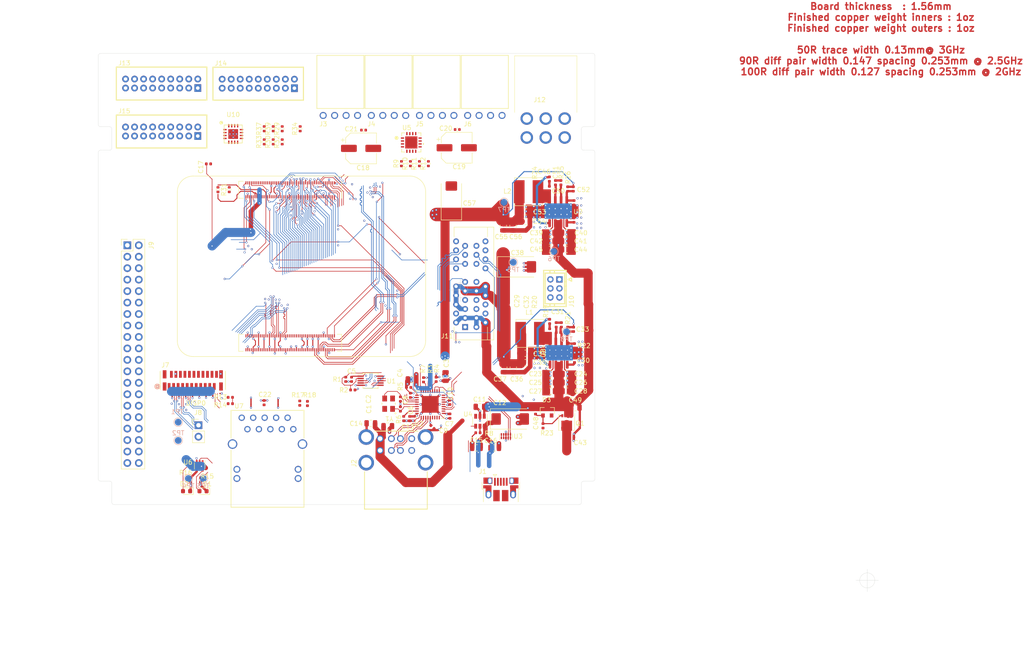
<source format=kicad_pcb>
(kicad_pcb (version 20221018) (generator pcbnew)
  (layers (0 "F.Cu" signal) (1 "In1.Cu" power) (2 "In2.Cu" power) (31 "B.Cu" signal) (34 "B.Paste" user) (35 "F.Paste" user) (36 "B.SilkS" user "B.Silkscreen") (37 "F.SilkS" user "F.Silkscreen") (38 "B.Mask" user) (39 "F.Mask" user) (44 "Edge.Cuts" user))
  (net 0 "")
  (net 1 "GND")
  (net 2 "Net-(C29-Pad1)")
  (net 3 "/PCIe-connector/+3.3v")
  (net 4 "/+12v")
  (net 5 "Net-(Q1-D)")
  (net 6 "/CM4_GPIO ( Ethernet, GPIO, SDCARD)/GLOBAL_EN")
  (net 7 "/CM4_HighSpeed/DSI0_D0_N")
  (net 8 "/CM4_HighSpeed/DSI0_D0_P")
  (net 9 "/CM4_HighSpeed/DSI0_D1_N")
  (net 10 "/CM4_HighSpeed/DSI0_D1_P")
  (net 11 "/CM4_HighSpeed/DSI0_C_N")
  (net 12 "/CM4_HighSpeed/DSI0_C_P")
  (net 13 "/CM4_GPIO ( Ethernet, GPIO, SDCARD)/SD_DAT1")
  (net 14 "/CM4_GPIO ( Ethernet, GPIO, SDCARD)/SD_DAT0")
  (net 15 "/CM4_GPIO ( Ethernet, GPIO, SDCARD)/SD_CLK")
  (net 16 "/CM4_GPIO ( Ethernet, GPIO, SDCARD)/SD_CMD")
  (net 17 "/CM4_GPIO ( Ethernet, GPIO, SDCARD)/SD_DAT3")
  (net 18 "/CM4_GPIO ( Ethernet, GPIO, SDCARD)/SD_DAT2")
  (net 19 "/CM4_GPIO ( Ethernet, GPIO, SDCARD)/GPIO2")
  (net 20 "/CM4_GPIO ( Ethernet, GPIO, SDCARD)/GPIO3")
  (net 21 "/CM4_GPIO ( Ethernet, GPIO, SDCARD)/GPIO4")
  (net 22 "/CM4_GPIO ( Ethernet, GPIO, SDCARD)/GPIO14")
  (net 23 "/CM4_GPIO ( Ethernet, GPIO, SDCARD)/GPIO15")
  (net 24 "/CM4_GPIO ( Ethernet, GPIO, SDCARD)/GPIO17")
  (net 25 "/CM4_GPIO ( Ethernet, GPIO, SDCARD)/GPIO18")
  (net 26 "/CM4_GPIO ( Ethernet, GPIO, SDCARD)/GPIO27")
  (net 27 "/CM4_GPIO ( Ethernet, GPIO, SDCARD)/GPIO22")
  (net 28 "/CM4_GPIO ( Ethernet, GPIO, SDCARD)/GPIO23")
  (net 29 "/CM4_GPIO ( Ethernet, GPIO, SDCARD)/GPIO24")
  (net 30 "/CM4_GPIO ( Ethernet, GPIO, SDCARD)/GPIO10")
  (net 31 "/CM4_GPIO ( Ethernet, GPIO, SDCARD)/GPIO9")
  (net 32 "/CM4_GPIO ( Ethernet, GPIO, SDCARD)/GPIO25")
  (net 33 "/CM4_GPIO ( Ethernet, GPIO, SDCARD)/GPIO11")
  (net 34 "/CM4_GPIO ( Ethernet, GPIO, SDCARD)/GPIO8")
  (net 35 "/CM4_GPIO ( Ethernet, GPIO, SDCARD)/GPIO7")
  (net 36 "/CM4_GPIO ( Ethernet, GPIO, SDCARD)/GPIO5")
  (net 37 "/CM4_GPIO ( Ethernet, GPIO, SDCARD)/GPIO6")
  (net 38 "/CM4_GPIO ( Ethernet, GPIO, SDCARD)/GPIO12")
  (net 39 "/CM4_GPIO ( Ethernet, GPIO, SDCARD)/GPIO13")
  (net 40 "/CM4_GPIO ( Ethernet, GPIO, SDCARD)/GPIO16")
  (net 41 "/CM4_GPIO ( Ethernet, GPIO, SDCARD)/GPIO26")
  (net 42 "/CM4_GPIO ( Ethernet, GPIO, SDCARD)/GPIO20")
  (net 43 "/CM4_GPIO ( Ethernet, GPIO, SDCARD)/GPIO21")
  (net 44 "/USB2-HUB/HD2_N")
  (net 45 "/USB2-HUB/HD2_P")
  (net 46 "/USB2-HUB/HD1_N")
  (net 47 "/USB2-HUB/HD1_P")
  (net 48 "/USB2-HUB/HD3_P")
  (net 49 "/USB2-HUB/HD3_N")
  (net 50 "/USB2-HUB/HD4_P")
  (net 51 "/USB2-HUB/HD4_N")
  (net 52 "/CM4_GPIO ( Ethernet, GPIO, SDCARD)/TRD1_P")
  (net 53 "/CM4_GPIO ( Ethernet, GPIO, SDCARD)/TRD3_N")
  (net 54 "/CM4_GPIO ( Ethernet, GPIO, SDCARD)/TRD1_N")
  (net 55 "/CM4_GPIO ( Ethernet, GPIO, SDCARD)/TRD2_N")
  (net 56 "/CM4_GPIO ( Ethernet, GPIO, SDCARD)/TRD0_N")
  (net 57 "/CM4_GPIO ( Ethernet, GPIO, SDCARD)/TRD2_P")
  (net 58 "/CM4_GPIO ( Ethernet, GPIO, SDCARD)/TRD0_P")
  (net 59 "/CM4_GPIO ( Ethernet, GPIO, SDCARD)/ETH_LEDG")
  (net 60 "/CM4_GPIO ( Ethernet, GPIO, SDCARD)/ETH_LEDY")
  (net 61 "/CM4_GPIO ( Ethernet, GPIO, SDCARD)/ID_SC")
  (net 62 "/CM4_GPIO ( Ethernet, GPIO, SDCARD)/ID_SD")
  (net 63 "/CM4_GPIO ( Ethernet, GPIO, SDCARD)/nPWR_LED")
  (net 64 "/nEXTRST")
  (net 65 "Net-(D1-K)")
  (net 66 "/CM4_HighSpeed/PCIE_nRST")
  (net 67 "/CM4_HighSpeed/PCIE_CLK_P")
  (net 68 "Net-(D2-K)")
  (net 69 "/CM4_HighSpeed/PCIE_CLK_N")
  (net 70 "/USB2-HUB/PWR1")
  (net 71 "/USB2-HUB/nOCS1")
  (net 72 "/CM4_HighSpeed/PCIE_RX_N")
  (net 73 "/CM4_HighSpeed/PCIE_RX_P")
  (net 74 "/CM4_GPIO ( Ethernet, GPIO, SDCARD)/TRD3_P")
  (net 75 "/CM4_HighSpeed/PCIE_CLK_nREQ")
  (net 76 "/CM4_GPIO ( Ethernet, GPIO, SDCARD)/WL_nDis")
  (net 77 "/CM4_GPIO ( Ethernet, GPIO, SDCARD)/GPIO19")
  (net 78 "/+3.3v")
  (net 79 "/USB2-HUB/USBD_P")
  (net 80 "/USB2-HUB/USBD_N")
  (net 81 "/USB2-HUB/USBH_N")
  (net 82 "/USB2-HUB/USBH_P")
  (net 83 "/CM4_HighSpeed/PCIE_TX_N")
  (net 84 "/CM4_GPIO ( Ethernet, GPIO, SDCARD)/SD_PWR_ON")
  (net 85 "/CM4_HighSpeed/PCIE_TX_P")
  (net 86 "/CM4_HighSpeed/+3.3v")
  (net 88 "Net-(Module1A-PI_nLED_Activity)")
  (net 93 "/USB2-HUB/VBUS")
  (net 97 "/CM4_GPIO ( Ethernet, GPIO, SDCARD)/SYNC_OUT")
  (net 98 "/CM4_GPIO ( Ethernet, GPIO, SDCARD)/SYNC_IN")
  (net 99 "/CM4_GPIO ( Ethernet, GPIO, SDCARD)/AIN0")
  (net 100 "/CM4_GPIO ( Ethernet, GPIO, SDCARD)/AIN1")
  (net 101 "/CM4_GPIO ( Ethernet, GPIO, SDCARD)/+1.8v")
  (net 102 "/CM4_GPIO ( Ethernet, GPIO, SDCARD)/RUN_PG")
  (net 104 "/CM4_GPIO ( Ethernet, GPIO, SDCARD)/EEPROM_nWP")
  (net 109 "/+5v")
  (net 110 "/CM4_GPIO ( Ethernet, GPIO, SDCARD)/nRPIBOOT")
  (net 111 "/CM4_HighSpeed/USBOTG_ID")
  (net 112 "/CM4_HighSpeed/USB2_N")
  (net 114 "/CM4_HighSpeed/USB2_P")
  (net 125 "/CM4_GPIO ( Ethernet, GPIO, SDCARD)/BT_nDis")
  (net 127 "/CM4_GPIO ( Ethernet, GPIO, SDCARD)/Reserved")
  (net 146 "unconnected-(Module1B-DSI1_D0_P-Pad177)")
  (net 162 "/hashboards/RESET")
  (net 163 "/hashboards/SDA0")
  (net 164 "/hashboards/SCL0")
  (net 165 "/hashboards/SDA1")
  (net 166 "/hashboards/SCL1")
  (net 167 "/hashboards/SDA2")
  (net 168 "/hashboards/SCL2")
  (net 169 "/hashboards/3V3")
  (net 170 "/hashboards/A2-0")
  (net 171 "/hashboards/A1-0")
  (net 172 "/hashboards/A0-0")
  (net 173 "/hashboards/A2-1")
  (net 174 "/hashboards/A1-1")
  (net 175 "/hashboards/A0-1")
  (net 176 "/hashboards/A2-2")
  (net 177 "/hashboards/A1-2")
  (net 178 "/hashboards/A0-2")
  (net 182 "Net-(J3-Pin_3)")
  (net 183 "Net-(J3-Pin_4)")
  (net 184 "Net-(J6-Pin_3)")
  (net 185 "Net-(J6-Pin_4)")
  (net 186 "/Fan/FAN_ALERT")
  (net 187 "/SCL")
  (net 188 "/SDA")
  (net 191 "Net-(U2-XTALIN{slash}CLKIN)")
  (net 192 "Net-(U2-XTALOUT)")
  (net 193 "Net-(C22-Pad1)")
  (net 194 "Net-(U8-BST)")
  (net 195 "Net-(U8-SS)")
  (net 196 "Net-(U8-COMP)")
  (net 197 "Net-(C32-Pad1)")
  (net 198 "Net-(U8-FB)")
  (net 199 "Net-(C46-Pad1)")
  (net 200 "Net-(U9-BST)")
  (net 201 "Net-(U9-SS)")
  (net 202 "Net-(D3-A)")
  (net 203 "Net-(U9-COMP)")
  (net 204 "Net-(C51-Pad1)")
  (net 205 "Net-(U9-FB)")
  (net 207 "Net-(J1-VBUS)")
  (net 209 "Net-(J4-Pin_4)")
  (net 210 "Net-(J4-Pin_3)")
  (net 213 "Net-(J5-Pin_3)")
  (net 214 "Net-(J5-Pin_4)")
  (net 237 "Net-(U8-SW)")
  (net 238 "Net-(U9-SW)")
  (net 239 "Net-(U2-SCL{slash}SMBCLK{slash}CFG_SEL0)")
  (net 240 "Net-(U2-SDA{slash}SMBDATA{slash}NON_REM1)")
  (net 241 "Net-(U2-SUSP_IND{slash}LOCAL_PWR{slash}NON_REM0)")
  (net 242 "Net-(U2-RBIAS)")
  (net 243 "Net-(U2-HS_IND{slash}CFG_SEL1)")
  (net 244 "Net-(U4-ILIM)")
  (net 245 "Net-(R16-Pad2)")
  (net 246 "Net-(U7-LEDG_K)")
  (net 247 "Net-(U7-LEDY_K)")
  (net 254 "Net-(U3-D1+)")
  (net 255 "Net-(U3-D1-)")
  (net 261 "/CM4_GPIO ( Ethernet, GPIO, SDCARD)/+3.3v")
  (footprint "Capacitor_SMD:C_0402_1005Metric" (layer "F.Cu") (at 110.406447 119.606447 90)
    (fp_text reference "C22")
    (fp_text value "0.1uF")
  )
  (footprint "Capacitor_SMD:C_0402_1005Metric" (layer "F.Cu") (at 98.091197 66.676447)
    (fp_text reference "C17")
    (fp_text value "0.1uF")
  )
  (footprint "Capacitor_SMD:C_0402_1005Metric" (layer "F.Cu") (at 178.53 127.29)
    (fp_text reference "C43")
    (fp_text value "100n 100v")
  )
  (footprint "Capacitor_SMD:C_0805_2012Metric" (layer "F.Cu") (at 168.341447 77.290078)
    (fp_text reference "C53")
    (fp_text value "10u")
  )
  (footprint "Capacitor_SMD:C_0805_2012Metric" (layer "F.Cu") (at 168.341447 79.440078)
    (fp_text reference "C54")
    (fp_text value "10u")
  )
  (footprint "Capacitor_SMD:C_0805_2012Metric" (layer "F.Cu") (at 163.391447 80.477578 -90)
    (fp_text reference "C55")
    (fp_text value "10u")
  )
  (footprint "Capacitor_SMD:C_0805_2012Metric" (layer "F.Cu") (at 165.541447 80.490078 -90)
    (fp_text reference "C56")
    (fp_text value "10u")
  )
  (footprint "Resistor_SMD:R_0402_1005Metric" (layer "F.Cu") (at 94.136447 136.716447 90)
    (fp_text reference "R16")
    (fp_text value "1k")
  )
  (footprint "Resistor_SMD:R_0402_1005Metric" (layer "F.Cu") (at 128.486447 114.433948 -90)
    (fp_text reference "R1")
    (fp_text value "2.2K 1%")
  )
  (footprint "Connector_PinHeader_2.54mm:PinHeader_2x20_P2.54mm_Vertical" (layer "F.Cu") (at 80.116447 84.716447)
    (fp_text reference "J9")
    (fp_text value "THD-20-R")
  )
  (footprint "LED_SMD:LED_0603_1608Metric" (layer "F.Cu") (at 96.886447 139.216447 180)
    (fp_text reference "D1")
    (fp_text value "LED Green")
  )
  (footprint "Capacitor_SMD:C_0402_1005Metric" (layer "F.Cu") (at 129.786447 114.433948 -90)
    (fp_text reference "C5")
    (fp_text value "0.1uF")
  )
  (footprint "Capacitor_SMD:C_0402_1005Metric" (layer "F.Cu") (at 151.561447 122.575948 -90)
    (fp_text reference "C7")
    (fp_text value "0.1uF")
  )
  (footprint "Capacitor_SMD:C_0805_2012Metric" (layer "F.Cu") (at 143.179447 114.447948 180)
    (fp_text reference "C4")
    (fp_text value "10u")
  )
  (footprint "Capacitor_SMD:C_0402_1005Metric" (layer "F.Cu") (at 140.601447 118.803948 -90)
    (fp_text reference "C2")
    (fp_text value "27pF")
  )
  (footprint "Capacitor_SMD:C_0805_2012Metric" (layer "F.Cu") (at 150.601447 113.803948 90)
    (fp_text reference "C3")
    (fp_text value "10u")
  )
  (footprint "Capacitor_SMD:C_0402_1005Metric" (layer "F.Cu") (at 140.601447 121.003948 90)
    (fp_text reference "C1")
    (fp_text value "27pF")
  )
  (footprint "Capacitor_SMD:C_0805_2012Metric" (layer "F.Cu") (at 137.801447 124.803948)
    (fp_text reference "C13")
    (fp_text value "10u")
  )
  (footprint "Capacitor_SMD:C_0805_2012Metric" (layer "F.Cu") (at 157.42 129.62 180)
    (fp_text reference "C15")
    (fp_text value "10u")
  )
  (footprint "Capacitor_SMD:C_0402_1005Metric" (layer "F.Cu") (at 142.805447 117.971948 90)
    (fp_text reference "C8")
    (fp_text value "0.1uF")
  )
  (footprint "Capacitor_SMD:C_0805_2012Metric" (layer "F.Cu") (at 161.4825 129.62)
    (fp_text reference "C16")
    (fp_text value "10u")
  )
  (footprint "Capacitor_SMD:C_0805_2012Metric" (layer "F.Cu") (at 134.051447 124.176928 180)
    (fp_text reference "C14")
    (fp_text value "10u")
  )
  (footprint "bitcart:CRYSTAL_ABM8G_ABR" (layer "F.Cu") (at 137.989447 119.826948 180)
    (fp_text reference "Y1")
    (fp_text value "24MHz")
  )
  (footprint "Package_DFN_QFN:QFN-36-1EP_6x6mm_P0.5mm_EP3.7x3.7mm" (layer "F.Cu") (at 147.205447 119.971948 90)
    (fp_text reference "U2")
    (fp_text value "USB2514B-I/M2")
  )
  (footprint "Resistor_SMD:R_0402_1005Metric" (layer "F.Cu") (at 141.326447 123.128948 90)
    (fp_text reference "R6")
    (fp_text value "12K 1%")
  )
  (footprint "Resistor_SMD:R_0402_1005Metric" (layer "F.Cu") (at 145.719447 114.534947 90)
    (fp_text reference "R7")
    (fp_text value "36K 1%")
  )
  (footprint "Resistor_SMD:R_0402_1005Metric" (layer "F.Cu") (at 142.417447 116.225948 180)
    (fp_text reference "R5")
    (fp_text value "36K 1%")
  )
  (footprint "Resistor_SMD:R_0402_1005Metric" (layer "F.Cu") (at 148.513447 114.447948 90)
    (fp_text reference "R4")
    (fp_text value "36K 1%")
  )
  (footprint "Resistor_SMD:R_0402_1005Metric" (layer "F.Cu") (at 146.989447 114.534947 90)
    (fp_text reference "R3")
    (fp_text value "36K 1%")
  )
  (footprint "Resistor_SMD:R_0402_1005Metric" (layer "F.Cu") (at 120.006447 119.791447 90)
    (fp_text reference "R18")
    (fp_text value "470R")
  )
  (footprint "Resistor_SMD:R_0402_1005Metric" (layer "F.Cu") (at 118.306447 119.706447 90)
    (fp_text reference "R17")
    (fp_text value "470R")
  )
  (footprint "CM4IO:USB_Micro-B_EDAC_UCON00686" (layer "F.Cu") (at 162.836447 139.956447)
    (fp_text reference "J1")
    (fp_text value "USB_OTG")
  )
  (footprint "LED_SMD:LED_0603_1608Metric" (layer "F.Cu") (at 93.236447 139.216447 180)
    (fp_text reference "D2")
    (fp_text value "LED Red")
  )
  (footprint "Resistor_SMD:R_0402_1005Metric" (layer "F.Cu") (at 96.336447 136.716447 90)
    (fp_text reference "R15")
    (fp_text value "1k")
  )
  (footprint "Package_TO_SOT_SMD:SOT-353_SC-70-5" (layer "F.Cu") (at 96.136447 133.616447 -90)
    (fp_text reference "U6")
    (fp_text value "74LVC1G07SE-7")
  )
  (footprint "bitcart:ARJM11D7-502-AB-EW2_ABR" (layer "F.Cu") (at 116.88 125.48)
    (fp_text reference "U7")
    (fp_text value "MagJack-A70-112-331N126")
  )
  (footprint "Resistor_SMD:R_0402_1005Metric" (layer "F.Cu") (at 157.77 126.27 180)
    (fp_text reference "R8")
    (fp_text value "15K 1%")
  )
  (footprint "Package_TO_SOT_SMD:SOT-23-6" (layer "F.Cu") (at 158.22 123.72 -90)
    (fp_text reference "U4")
    (fp_text value "AP22653W6")
  )
  (footprint "Package_SO:MSOP-10_3x3mm_P0.5mm" (layer "F.Cu") (at 133.986447 114.733948)
    (fp_text reference "U1")
    (fp_text value "FSUSB42MUX")
  )
  (footprint "CM4IO:MOLEX_USB_67298-4090" (layer "F.Cu") (at 139.601447 132.903948)
    (fp_text reference "J2")
    (fp_text value "690-008-221-904")
  )
  (footprint "Capacitor_SMD:C_0402_1005Metric" (layer "F.Cu") (at 147.701447 125.003948 -45)
    (fp_text reference "C9")
    (fp_text value "0.1uF")
  )
  (footprint "bitcart:CONN_61900411021_WRE" (layer "F.Cu") (at 163.109998 55.94075 180)
    (fp_text reference "J6")
    (fp_text value "61900411021")
  )
  (footprint "bitcart:D_SOT-23_ANK" (layer "F.Cu") (at 173.13 121.44 90)
    (fp_text reference "D3")
    (fp_text value "MMBZ5242BLT3G")
  )
  (footprint "Resistor_SMD:R_0402_1005Metric" (layer "F.Cu") (at 172.18 124.74 -90)
    (fp_text reference "R23")
    (fp_text value "12K 1%")
  )
  (footprint "Capacitor_SMD:C_0402_1005Metric" (layer "F.Cu") (at 173.591447 70.040078 90)
    (fp_text reference "C46")
    (fp_text value "0.1uF")
  )
  (footprint "Capacitor_SMD:C_0402_1005Metric" (layer "F.Cu") (at 179.041447 79.140078 90)
    (fp_text reference "C47" hide)
    (fp_text value "0.1uF")
  )
  (footprint "Capacitor_SMD:C_0402_1005Metric" (layer "F.Cu") (at 175.476447 72.590078 180)
    (fp_text reference "C50")
    (fp_text value "nf")
  )
  (footprint "Capacitor_SMD:C_0402_1005Metric" (layer "F.Cu") (at 174.941447 70.840078 -90)
    (fp_text reference "C51")
    (fp_text value "1.2nF")
  )
  (footprint "Inductor_SMD:L_Bourns_SRN6045TA" (layer "F.Cu") (at 168.991447 72.840078 180)
    (fp_text reference "L2")
    (fp_text value "SRN6045TA-3R3Y")
  )
  (footprint "Resistor_SMD:R_0402_1005Metric" (layer "F.Cu") (at 173.591447 72.140078 90)
    (fp_text reference "R24")
    (fp_text value "10R")
  )
  (footprint "Resistor_SMD:R_0402_1005Metric" (layer "F.Cu") (at 177.641447 72.240078 -90)
    (fp_text reference "R26")
    (fp_text value "12K 1%")
  )
  (footprint "Resistor_SMD:R_0402_1005Metric" (layer "F.Cu") (at 179.041447 75.290078 -90)
    (fp_text reference "R27" hide)
    (fp_text value "2.2K 1%")
  )
  (footprint "Package_SO:SOIC-8-1EP_3.9x4.9mm_P1.27mm_EP2.95x4.9mm_Mask2.71x3.4mm_ThermalVias" (layer "F.Cu") (at 175.541447 77.240078 90)
    (fp_text reference "U9")
    (fp_text value "AP64501SP-13")
  )
  (footprint "Capacitor_SMD:C_0402_1005Metric" (layer "F.Cu") (at 170.53 121.64 -90)
    (fp_text reference "C48")
    (fp_text value "0.1uF")
  )
  (footprint "Resistor_SMD:R_0402_1005Metric" (layer "F.Cu") (at 176.141447 70.840078 90)
    (fp_text reference "R25")
    (fp_text value "20K 1%")
  )
  (footprint "Capacitor_SMD:C_0402_1005Metric" (layer "F.Cu") (at 178.891447 72.240078 -90)
    (fp_text reference "C52")
    (fp_text value "nf")
  )
  (footprint "Resistor_SMD:R_0402_1005Metric" (layer "F.Cu") (at 102.931447 118.426447 180)
    (fp_text reference "R13")
    (fp_text value "2.2K 1%")
  )
  (footprint "Resistor_SMD:R_0402_1005Metric" (layer "F.Cu") (at 102.931447 119.826447 180)
    (fp_text reference "R14")
    (fp_text value "2.2K 1%")
  )
  (footprint "Package_SON:USON-10_2.5x1.0mm_P0.5mm" (layer "F.Cu") (at 163.97 127.02 90)
    (fp_text reference "U3")
    (fp_text value "TPD4EUSB30")
  )
  (footprint "Resistor_SMD:R_0402_1005Metric" (layer "F.Cu") (at 100.191197 72.376447 90)
    (fp_text reference "R28" hide)
    (fp_text value "4.7K")
  )
  (footprint "Resistor_SMD:R_0402_1005Metric" (layer "F.Cu") (at 102.691197 72.376447 90)
    (fp_text reference "R31")
    (fp_text value "4.7K")
  )
  (footprint "Capacitor_SMD:C_0402_1005Metric" (layer "F.Cu") (at 142.651447 123.128948 -90)
    (fp_text reference "C6")
    (fp_text value "0.1uF")
  )
  (footprint "Capacitor_SMD:C_0402_1005Metric" (layer "F.Cu") (at 151.576447 119.528948 -90)
    (fp_text reference "C10")
    (fp_text value "0.1uF")
  )
  (footprint "Package_SON:Diodes_PowerDI3333-8" (layer "F.Cu") (at 177.43 123.99 -90)
    (fp_text reference "Q1")
    (fp_text value "DMP3013SFV-7")
  )
  (footprint "Capacitor_SMD:C_0402_1005Metric" (layer "F.Cu") (at 173.65 101.6025 90)
    (fp_text reference "C29")
    (fp_text value "0.1uF")
  )
  (footprint "Capacitor_SMD:C_0805_2012Metric" (layer "F.Cu") (at 163.5 111.9025 -90)
    (fp_text reference "C37")
    (fp_text value "10u")
  )
  (footprint "Capacitor_SMD:C_0805_2012Metric" (layer "F.Cu") (at 168.4 108.6525)
    (fp_text reference "C34")
    (fp_text value "10u")
  )
  (footprint "Capacitor_SMD:C_0805_2012Metric" (layer "F.Cu") (at 165.6 111.9025 -90)
    (fp_text reference "C36")
    (fp_text value "10u")
  )
  (footprint "Capacitor_SMD:C_0805_2012Metric" (layer "F.Cu") (at 168.4 110.7525)
    (fp_text reference "C35")
    (fp_text value "10u")
  )
  (footprint "Resistor_SMD:R_0402_1005Metric" (layer "F.Cu") (at 179.15 107.0025 -90)
    (fp_text reference "R22")
    (fp_text value "15K 1%")
  )
  (footprint "Capacitor_SMD:C_0402_1005Metric" (layer "F.Cu") (at 179.15 110.2025 90)
    (fp_text reference "C30")
    (fp_text value "0.1uF")
  )
  (footprint "Capacitor_SMD:C_0402_1005Metric" (layer "F.Cu") (at 175.1 102.3525 -90)
    (fp_text reference "C32")
    (fp_text value "1.2nF")
  )
  (footprint "Capacitor_SMD:C_0402_1005Metric" (layer "F.Cu") (at 178.95 103.3525 -90)
    (fp_text reference "C33")
    (fp_text value "nf")
  )
  (footprint "Capacitor_SMD:C_0402_1005Metric" (layer "F.Cu") (at 175.6 104.0525 180)
    (fp_text reference "C31")
    (fp_text value "nf")
  )
  (footprint "Inductor_SMD:L_Bourns_SRN6045TA" (layer "F.Cu") (at 169.3 104.2525 180)
    (fp_text reference "L1")
    (fp_text value "SRN6045TA-3R3Y")
  )
  (footprint "Resistor_SMD:R_0402_1005Metric" (layer "F.Cu") (at 177.65 103.3525 -90)
    (fp_text reference "R21")
    (fp_text value "47K 1%")
  )
  (footprint "Package_SO:SOIC-8-1EP_3.9x4.9mm_P1.27mm_EP2.95x4.9mm_Mask2.71x3.4mm_ThermalVias" (layer "F.Cu") (at 175.65 108.6025 90)
    (fp_text reference "U8")
    (fp_text value "AP64501SP-13")
  )
  (footprint "Resistor_SMD:R_0402_1005Metric" (layer "F.Cu") (at 173.65 103.7175 90)
    (fp_text reference "R19")
    (fp_text value "10R")
  )
  (footprint "Resistor_SMD:R_0402_1005Metric" (layer "F.Cu") (at 176.25 102.3525 90)
    (fp_text reference "R20")
    (fp_text value "12K 1%")
  )
  (footprint "CM4IO:PCIex1-36" (layer "F.Cu") (at 154.933447 102.842078 90)
    (fp_text reference "J11")
    (fp_text value "10018783-11200TLF")
  )
  (footprint "Capacitor_SMD:C_0805_2012Metric" (layer "F.Cu") (at 158.22 120.52 180)
    (fp_text reference "C11")
    (fp_text value "10u")
  )
  (footprint "Resistor_SMD:R_0402_1005Metric" (layer "F.Cu") (at 130.051447 116.783948 180)
    (fp_text reference "R2")
    (fp_text value "2.2K 1%")
  )
  (footprint "Capacitor_Tantalum_SMD:CP_EIA-7343-31_Kemet-D" (layer "F.Cu") (at 164.92 123.22)
    (fp_text reference "C12")
    (fp_text value "100uF")
  )
  (footprint "Capacitor_SMD:C_0805_2012Metric" (layer "F.Cu") (at 173.791447 81.940078 180)
    (fp_text reference "C39")
    (fp_text value "10u 35v")
  )
  (footprint "Capacitor_SMD:C_0805_2012Metric" (layer "F.Cu") (at 177.341447 81.940078)
    (fp_text reference "C40")
    (fp_text value "10u 35v")
  )
  (footprint "Capacitor_SMD:C_0805_2012Metric" (layer "F.Cu") (at 177.341447 83.790078)
    (fp_text reference "C41")
    (fp_text value "10u 35v")
  )
  (footprint "Capacitor_SMD:C_0805_2012Metric" (layer "F.Cu") (at 173.791447 83.790078 180)
    (fp_text reference "C42")
    (fp_text value "10u 35v")
  )
  (footprint "Capacitor_SMD:C_0805_2012Metric" (layer "F.Cu") (at 177.341447 85.640078)
    (fp_text reference "C44")
    (fp_text value "10u 35v")
  )
  (footprint "Capacitor_SMD:C_0805_2012Metric" (layer "F.Cu") (at 173.791447 85.640078 180)
    (fp_text reference "C45")
    (fp_text value "10u 35v")
  )
  (footprint "Capacitor_SMD:C_0805_2012Metric" (layer "F.Cu") (at 173.9 113.24 180)
    (fp_text reference "C23")
    (fp_text value "10u 35v")
  )
  (footprint "Capacitor_SMD:C_0805_2012Metric" (layer "F.Cu") (at 177.45 113.24)
    (fp_text reference "C24")
    (fp_text value "10u 35v")
  )
  (footprint "Capacitor_SMD:C_0805_2012Metric" (layer "F.Cu") (at 173.9 115.14 180)
    (fp_text reference "C25")
    (fp_text value "10u 35v")
  )
  (footprint "Capacitor_SMD:C_0805_2012Metric" (layer "F.Cu") (at 177.45 115.14)
    (fp_text reference "C26")
    (fp_text value "10u 35v")
  )
  (footprint "Capacitor_SMD:C_0805_2012Metric" (layer "F.Cu") (at 173.9 117.04 180)
    (fp_text reference "C27")
    (fp_text value "10u 35v")
  )
  (footprint "Capacitor_SMD:C_0805_2012Metric" (layer "F.Cu") (at 177.45 117.04)
    (fp_text reference "C28")
    (fp_text value "10u 35v")
  )
  (footprint "Capacitor_SMD:C_0805_2012Metric" (layer "F.Cu") (at 179.33 120.69)
    (fp_text reference "C49")
    (fp_text value "10u 35v")
  )
  (footprint "Resistor_SMD:R_0402_1005Metric" (layer "F.Cu") (at 112.43 61.8 90)
    (fp_text reference "R30")
    (fp_text value "4.7K")
  )
  (footprint "bitcart:CONN-TH_X2026WV-2-09D-46SN" (layer "F.Cu") (at 109.12 48.9)
    (fp_text reference "J14")
    (fp_text value "Hashboard1")
  )
  (footprint "Resistor_SMD:R_0402_1005Metric" (layer "F.Cu") (at 110.44 61.8 90)
    (fp_text reference "R33")
    (fp_text value "4.7K")
  )
  (footprint "bitcart:CONN_61900411021_WRE" (layer "F.Cu") (at 152.443332 55.94075 180)
    (fp_text reference "J5")
    (fp_text value "61900411021")
  )
  (footprint "Capacitor_Tantalum_SMD:CP_EIA-7343-31_Kemet-D" (layer "F.Cu") (at 151.883447 74.692078 90)
    (fp_text reference "C57")
    (fp_text value "100uF")
  )
  (footprint "bitcart:CONN_61900411021_WRE" (layer "F.Cu") (at 131.11 55.94075 180)
    (fp_text reference "J3")
    (fp_text value "61900411021")
  )
  (footprint "bitcart:CONN-TH_X2026WV-2-09D-46SN" (layer "F.Cu") (at 87.722447 48.869447)
    (fp_text reference "J13")
    (fp_text value "Hashboard0")
  )
  (footprint "Capacitor_SMD:CP_Elec_6.3x7.7" (layer "F.Cu") (at 131.89 63.24)
    (fp_text reference "C18")
    (fp_text value "220uF")
  )
  (footprint "Capacitor_Tantalum_SMD:CP_EIA-7343-31_Kemet-D" (layer "F.Cu") (at 166.506447 89.496447)
    (fp_text reference "C38")
    (fp_text value "100uF")
  )
  (footprint "Resistor_SMD:R_0402_1005Metric" (layer "F.Cu") (at 144.8042 66.6242 90)
    (fp_text reference "R11")
    (fp_text value "36K")
  )
  (footprint "Resistor_SMD:R_0402_1005Metric" (layer "F.Cu") (at 146.7942 66.6242 90)
    (fp_text reference "R12")
    (fp_text value "36K")
  )
  (footprint "bitcart:CONN-TH_X2026WV-2-09D-46SN" (layer "F.Cu") (at 87.72 59.5)
    (fp_text reference "J15")
    (fp_text value "Hashboard2")
  )
  (footprint "Resistor_SMD:R_0402_1005Metric" (layer "F.Cu") (at 140.8242 66.6242 90)
    (fp_text reference "R9")
    (fp_text value "36K")
  )
  (footprint "Capacitor_SMD:CP_Elec_6.3x7.7" (layer "F.Cu") (at 153.07 63.1)
    (fp_text reference "C19")
    (fp_text value "220uF")
  )
  (footprint "bitcart:CONN_61900411021_WRE" (layer "F.Cu") (at 141.776666 55.94075 180)
    (fp_text reference "J4")
    (fp_text value "61900411021")
  )
  (footprint "Resistor_SMD:R_0402_1005Metric" (layer "F.Cu") (at 110.44 58.89 90)
    (fp_text reference "R37")
    (fp_text value "4.7K")
  )
  (footprint "CM4IO:Raspberry-Pi-4-Compute-Module" (layer "F.Cu") (at 94.691197 72.876447 -90)
    (fp_text reference "Module1" hide)
    (fp_text value "ComputeModule4")
  )
  (footprint "bitcart:0455580003" (layer "F.Cu") (at 168.59 56.63)
    (fp_text reference "J12")
    (fp_text value "0455580003" hide)
  )
  (footprint "Capacitor_SMD:C_0402_1005Metric" (layer "F.Cu") (at 132.44 59.19)
    (fp_text reference "C21")
    (fp_text value "0.1uF")
  )
  (footprint "bitcart:QFN-16_EP_4x4_Pitch0.65mm" (layer "F.Cu") (at 103.565 60.055)
    (fp_text reference "U10")
    (fp_text value "PCA9546ARGVR")
  )
  (footprint "Connector_PinHeader_2.54mm:PinHeader_1x02_P2.54mm_Vertical" (layer "F.Cu") (at 95.876447 124.606447)
    (fp_text reference "J8")
    (fp_text value "Conn_01x02")
  )
  (footprint "bitcart:CONN-TH_6P-P2.00_PHD-2X3A" (layer "F.Cu") (at 174.82 94.28 90)
    (fp_text reference "J10")
    (fp_text value "Conn_02x03_Odd_Even")
  )
  (footprint "Resistor_SMD:R_0402_1005Metric" (layer "F.Cu") (at 112.43 58.89 90)
    (fp_text reference "R39")
    (fp_text value "4.7K")
  )
  (footprint "Resistor_SMD:R_0402_1005Metric" (layer "F.Cu") (at 114.42 58.89 90)
    (fp_text reference "R29")
    (fp_text value "4.7K")
  )
  (footprint "Resistor_SMD:R_0402_1005Metric" (layer "F.Cu") (at 114.42 61.8 90)
    (fp_text reference "R32")
    (fp_text value "4.7K")
  )
  (footprint "Capacitor_SMD:C_0402_1005Metric" (layer "F.Cu") (at 153.19 59.06)
    (fp_text reference "C20")
    (fp_text value "0.1uF")
  )
  (footprint "bitcart:CON22_1X22_DUTB_HRS_HIR" (layer "F.Cu") (at 94.619847 114.669247 180)
    (fp_text reference "J7")
    (fp_text value "Conn_01x22")
  )
  (footprint "Resistor_SMD:R_0402_1005Metric" (layer "F.Cu") (at 142.8142 66.6242 90)
    (fp_text reference "R10")
    (fp_text value "36K")
  )
  (footprint "bitcart:QFN16_4x4MC_MCH" (layer "F.Cu") (at 143.009201 61.924999)
    (fp_text reference "U5")
    (fp_text value "EMC2305-1-AP-TR")
  )
  (footprint "Resistor_SMD:R_0402_1005Metric" (layer "F.Cu") (at 118.4 58.89 90)
    (fp_text reference "R34")
    (fp_text value "4.7K")
  )
  (footprint "TestPoint:TestPoint_Pad_D1.5mm" (layer "B.Cu") (at 165.591447 88.490078)
    (fp_text reference "TP5")
    (fp_text value "TestPoint")
  )
  (footprint "TestPoint:TestPoint_Pad_D1.5mm" (layer "B.Cu") (at 174.591447 86.090078)
    (fp_text reference "TP6")
    (fp_text value "TestPoint")
  )
  (footprint "TestPoint:TestPoint_Pad_D1.5mm" (layer "B.Cu") (at 177.4 103.89)
    (fp_text reference "TP8")
    (fp_text value "TestPoint")
  )
  (footprint "TestPoint:TestPoint_Pad_D1.5mm" (layer "B.Cu") (at 91.386447 123.926447 180)
    (fp_text reference "TP1")
    (fp_text value "TestPoint")
  )
  (footprint "TestPoint:TestPoint_Pad_D1.5mm" (layer "B.Cu") (at 163.541447 75.190078)
    (fp_text reference "TP7")
    (fp_text value "TestPoint")
  )
  (footprint "TestPoint:TestPoint_Pad_D1.5mm" (layer "B.Cu") (at 91.386447 127.976447 180)
    (fp_text reference "TP2")
    (fp_text value "TestPoint")
  )
  (footprint "TestPoint:TestPoint_Pad_D1.5mm" (layer "B.Cu") (at 96.948053 136.416447)
    (fp_text reference "TP3")
    (fp_text value "TestPoint")
  )
  (footprint "TestPoint:TestPoint_Pad_D1.5mm" (layer "B.Cu") (at 93.636447 136.416447)
    (fp_text reference "TP4")
    (fp_text value "TestPoint")
  )
  (gr_line (start 181.186447 63.646447) (end 183.186447 63.646447) (stroke (width 0.05)) (layer "Edge.Cuts"))
  (gr_line (start 181.186447 136.996447) (end 183.186447 136.996447) (stroke (width 0.05)) (layer "Edge.Cuts"))
  (gr_line (start 181.186447 58.446447) (end 183.186447 58.446447) (stroke (width 0.05)) (layer "Edge.Cuts"))
  (gr_arc (start 183.186447 63.646447) (mid 183.54 63.792894) (end 183.686447 64.146447) (stroke (width 0.05)) (layer "Edge.Cuts"))
  (gr_arc (start 73.686447 42.696447) (mid 73.832894 42.342894) (end 74.186447 42.196447) (stroke (width 0.05)) (layer "Edge.Cuts"))
  (gr_line (start 76.186447 63.646447) (end 74.186447 63.646447) (stroke (width 0.05)) (layer "Edge.Cuts"))
  (gr_line (start 73.686447 64.146447) (end 73.686447 136.496447) (stroke (width 0.05)) (layer "Edge.Cuts"))
  (gr_arc (start 183.686447 57.946447) (mid 183.54 58.3) (end 183.186447 58.446447) (stroke (width 0.05)) (layer "Edge.Cuts"))
  (gr_line (start 183.186447 42.196447) (end 74.186447 42.196447) (stroke (width 0.05)) (layer "Edge.Cuts"))
  (gr_line (start 183.686447 42.696447) (end 183.686447 57.946447) (stroke (width 0.05)) (layer "Edge.Cuts"))
  (gr_arc (start 183.186447 42.196447) (mid 183.54 42.342894) (end 183.686447 42.696447) (stroke (width 0.05)) (layer "Edge.Cuts"))
  (gr_arc (start 73.686447 64.146447) (mid 73.832894 63.792894) (end 74.186447 63.646447) (stroke (width 0.05)) (layer "Edge.Cuts"))
  (gr_arc (start 76.186447 58.446447) (mid 76.54 58.592894) (end 76.686447 58.946447) (stroke (width 0.05)) (layer "Edge.Cuts"))
  (gr_arc (start 183.686447 136.496447) (mid 183.54 136.85) (end 183.186447 136.996447) (stroke (width 0.05)) (layer "Edge.Cuts"))
  (gr_line (start 183.686447 64.146447) (end 183.686447 136.496447) (stroke (width 0.05)) (layer "Edge.Cuts"))
  (gr_arc (start 76.686447 63.146447) (mid 76.54 63.5) (end 76.186447 63.646447) (stroke (width 0.05)) (layer "Edge.Cuts"))
  (gr_arc (start 181.186447 63.646447) (mid 180.832894 63.5) (end 180.686447 63.146447) (stroke (width 0.05)) (layer "Edge.Cuts"))
  (gr_line (start 76.186447 136.996447) (end 74.186447 136.996447) (stroke (width 0.05)) (layer "Edge.Cuts"))
  (gr_arc (start 180.686447 141.696447) (mid 180.54 142.05) (end 180.186447 142.196447) (stroke (width 0.05)) (layer "Edge.Cuts"))
  (gr_arc (start 180.686447 58.946447) (mid 180.832894 58.592894) (end 181.186447 58.446447) (stroke (width 0.05)) (layer "Edge.Cuts"))
  (gr_line (start 73.686447 42.696447) (end 73.686447 57.946447) (stroke (width 0.05)) (layer "Edge.Cuts"))
  (gr_line (start 76.186447 58.446447) (end 74.186447 58.446447) (stroke (width 0.05)) (layer "Edge.Cuts"))
  (gr_arc (start 180.686447 137.496447) (mid 180.832894 137.142894) (end 181.186447 136.996447) (stroke (width 0.05)) (layer "Edge.Cuts"))
  (gr_line (start 76.686447 137.496447) (end 76.686447 141.696447) (stroke (width 0.05)) (layer "Edge.Cuts"))
  (gr_arc (start 76.186447 136.996447) (mid 76.54 137.142894) (end 76.686447 137.496447) (stroke (width 0.05)) (layer "Edge.Cuts"))
  (gr_line (start 76.686447 63.146447) (end 76.686447 58.946447) (stroke (width 0.05)) (layer "Edge.Cuts"))
  (gr_arc (start 77.186447 142.196447) (mid 76.832894 142.05) (end 76.686447 141.696447) (stroke (width 0.05)) (layer "Edge.Cuts"))
  (gr_line (start 180.186447 142.196447) (end 77.186447 142.196447) (stroke (width 0.05)) (layer "Edge.Cuts"))
  (gr_arc (start 74.186447 58.446447) (mid 73.832894 58.3) (end 73.686447 57.946447) (stroke (width 0.05)) (layer "Edge.Cuts"))
  (gr_line (start 180.686447 58.946447) (end 180.686447 63.146447) (stroke (width 0.05)) (layer "Edge.Cuts"))
  (gr_line (start 180.686447 141.696447) (end 180.686447 137.496447) (stroke (width 0.05)) (layer "Edge.Cuts"))
  (gr_arc (start 74.186447 136.996447) (mid 73.832894 136.85) (end 73.686447 136.496447) (stroke (width 0.05)) (layer "Edge.Cuts"))
  (gr_text "Board thickness  : 1.56mm\nFinished copper weight inners : 1oz\nFinished copper weight outers : 1oz\n\n50R trace width 0.13mm@ 3GHz\n90R diff pair width 0.147 spacing 0.253mm @ 2.5GHz\n100R diff pair width 0.127 spacing 0.253mm @ 2GHz" (at 247.03 39) (layer "F.Cu") (effects (font (size 1.5 1.5) (thickness 0.3))))
  (gr_text "DISP0" (at 95.301447 119.716447) (layer "F.SilkS") (effects (font (size 1 1))))
  (target plus (at 244 159) (size 5) (width 0.05) (layer "Edge.Cuts"))
  (target plus (at 153.873447 94.662078) (size 5) (width 0.05) (layer "Edge.Cuts"))
  (segment (start 150.201447 117.303948) (end 144.301447 117.303948) (width 0.13) (layer "B.Cu") (net 0))
  (segment (start 143.446457 116.448958) (end 143.446457 111.848958) (width 0.13) (layer "B.Cu") (net 0))
  (segment (start 144.301447 117.303948) (end 143.446457 116.448958) (width 0.13) (layer "B.Cu") (net 0))
  (segment (start 143.446457 111.848958) (end 142.101447 110.503948) (width 0.13) (layer "B.Cu") (net 0))
  (segment (start 152.901447 120.003948) (end 150.201447 117.303948) (width 0.13) (layer "B.Cu") (net 0))
  (segment (start 156.02 134.92) (end 156.02 130.02) (width 0.13) (layer "B.Cu") (net 0))
  (segment (start 178.356447 75.775078) (end 178.306447 75.775078) (width 0.5) (layer "F.Cu") (net 1))
  (segment (start 178.376447 78.655078) (end 178.256447 78.655078) (width 0.5) (layer "F.Cu") (net 1))
  (segment (start 172.791447 77.240078) (end 175.541447 77.240078) (width 2) (layer "F.Cu") (net 1))
  (segment (start 170.191447 77.240078) (end 169.328947 77.240078) (width 1) (layer "F.Cu") (net 1))
  (segment (start 178.385 109.7175) (end 178.065 109.7175) (width 0.5) (layer "F.Cu") (net 1))
  (segment (start 170.25 108.6525) (end 171.5 108.6525) (width 1) (layer "F.Cu") (net 1))
  (segment (start 172.75 108.5525) (end 175.6 108.5525) (width 2) (layer "F.Cu") (net 1))
  (segment (start 178.415 107.4875) (end 176.765 107.4875) (width 0.5) (layer "F.Cu") (net 1))
  (segment (start 175.115 104.0525) (end 175.115 102.8525) (width 0.5) (layer "F.Cu") (net 1))
  (segment (start 171.6 108.5525) (end 172.75 108.5525) (width 2) (layer "F.Cu") (net 1))
  (segment (start 175.015 106.04) (end 175.015 104.1525) (width 0.5) (layer "F.Cu") (net 1))
  (segment (start 179.15 107.4875) (end 178.415 107.4875) (width 0.5) (layer "F.Cu") (net 1))
  (segment (start 163.5 112.84) (end 165.6 112.84) (width 1) (layer "F.Cu") (net 1))
  (segment (start 169.3375 110.7525) (end 169.3375 108.6525) (width 1) (layer "F.Cu") (net 1))
  (segment (start 179.15 109.7175) (end 178.385 109.7175) (width 0.5) (layer "F.Cu") (net 1))
  (segment (start 175.015 106.04) (end 175.015 107.9675) (width 0.5) (layer "F.Cu") (net 1))
  (segment (start 171.5 108.6525) (end 171.6 108.5525) (width 1) (layer "F.Cu") (net 1))
  (segment (start 169.3375 108.6525) (end 170.25 108.6525) (width 1) (layer "F.Cu") (net 1))
  (segment (start 172.9625 113.2525) (end 172.9625 116.9525) (width 1) (layer "F.Cu") (net 1))
  (segment (start 178.3875 113.2525) (end 178.3875 116.9525) (width 1) (layer "F.Cu") (net 1))
  (segment (start 119.991197 73.198871) (end 119.987973 73.195647) (width 0.2) (layer "F.Cu") (net 1))
  (segment (start 140.601447 119.903948) (end 140.601447 120.518948) (width 0.23) (layer "F.Cu") (net 1))
  (segment (start 111.991197 72.896457) (end 111.991197 71.576447) (width 0.2) (layer "F.Cu") (net 1))
  (segment (start 171.391447 77.240078) (end 170.191447 77.240078) (width 1) (layer "F.Cu") (net 1))
  (segment (start 166.62 122.72) (end 167.5325 122.72) (width 1) (layer "F.Cu") (net 1))
  (segment (start 117.591197 70.876447) (end 117.591197 70.100067) (width 0.2) (layer "F.Cu") (net 1))
  (segment (start 92.491447 120.456447) (end 92.651447 120.616447) (width 0.127) (layer "F.Cu") (net 1))
  (segment (start 145.201447 121.975948) (end 147.205447 119.971948) (width 0.5) (layer "F.Cu") (net 1))
  (segment (start 96.051447 117.566447) (end 96.051447 118.516447) (width 0.23) (layer "F.Cu") (net 1))
  (segment (start 147.205447 119.971948) (end 145.137447 117.903948) (width 0.5) (layer "F.Cu") (net 1))
  (segment (start 113.191197 73.956447) (end 113.191197 73.276447) (width 0.2) (layer "F.Cu") (net 1))
  (segment (start 147.205447 119.971948) (end 145.083447 119.971948) (width 0.5) (layer "F.Cu") (net 1))
  (segment (start 150.601447 112.866448) (end 150.101447 113.366448) (width 0.5) (layer "F.Cu") (net 1))
  (segment (start 146.989447 114.049947) (end 146.569447 114.049947) (width 0.23) (layer "F.Cu") (net 1))
  (segment (start 92.111447 118.601448) (end 92.111447 120.456447) (width 0.127) (layer "F.Cu") (net 1))
  (segment (start 108.491197 105.922508) (end 108.006608 105.437919) (width 0.2) (layer "F.Cu") (net 1))
  (segment (start 121.191197 107.176447) (end 121.191197 105.486457) (width 0.23) (layer "F.Cu") (net 1))
  (segment (start 109.191197 104.776447) (end 109.191197 104.086457) (width 0.2) (layer "F.Cu") (net 1))
  (segment (start 109.721447 119.121447) (end 109.706447 119.106447) (width 0.3) (layer "F.Cu") (net 1))
  (segment (start 158.22 122.62) (end 158.22 121.4575) (width 0.5) (layer "F.Cu") (net 1))
  (segment (start 142.632447 114.447948) (end 143.001447 114.078948) (width 0.5) (layer "F.Cu") (net 1))
  (segment (start 177.55 112.8525) (end 177.55 112.79) (width 0.23) (layer "F.Cu") (net 1))
  (segment (start 115.191197 105.46711) (end 115.183727 105.47458) (width 0.2) (layer "F.Cu") (net 1))
  (segment (start 119.991197 107.876447) (end 119.991197 107.176447) (width 0.2) (layer "F.Cu") (net 1))
  (segment (start 107.991197 104.776447) (end 107.991197 105.422508) (width 0.2) (layer "F.Cu") (net 1))
  (segment (start 163.391447 81.415078) (end 165.528947 81.415078) (width 1) (layer "F.Cu") (net 1))
  (segment (start 174.906447 74.677578) (end 174.906447 76.605078) (width 0.5) (layer "F.Cu") (net 1))
  (segment (start 112.591197 72.076447) (end 112.602567 72.076447) (width 0.2) (layer "F.Cu") (net 1))
  (segment (start 121.191197 107.876447) (end 121.191197 107.176447) (width 0.2) (layer "F.Cu") (net 1))
  (segment (start 123.591197 107.276447) (end 123.691197 107.176447) (width 0.2) (layer "F.Cu") (net 1))
  (segment (start 113.991197 104.776447) (end 113.991197 104.086457) (width 0.2) (layer "F.Cu") (net 1))
  (segment (start 174.4 112.09) (end 173.8 112.69) (width 0.23) (layer "F.Cu") (net 1))
  (segment (start 112.791197 104.796447) (end 112.791197 105.476447) (width 0.2) (layer "F.Cu") (net 1))
  (segment (start 177.441447 81.540078) (end 177.441447 81.390078) (width 0.23) (layer "F.Cu") (net 1))
  (segment (start 118.791197 107.186457) (end 118.801207 107.176447) (width 0.2) (layer "F.Cu") (net 1))
  (segment (start 174.291447 80.740078) (end 174.291447 78.490078) (width 0.23) (layer "F.Cu") (net 1))
  (segment (start 174.991447 72.590078) (end 174.991447 71.375078) (width 0.5) (layer "F.Cu") (net 1))
  (segment (start 123.591197 71.476447) (end 123.391197 71.676447) (width 0.2) (layer "F.Cu") (net 1))
  (segment (start 119.591197 70.376447) (end 119.591197 70.876447) (width 0.2) (layer "F.Cu") (net 1))
  (segment (start 143.484447 117.486948) (end 142.805447 117.486948) (width 0.23) (layer "F.Cu") (net 1))
  (segment (start 118.791197 105.676447) (end 118.791197 105.476447) (width 0.2) (layer "F.Cu") (net 1))
  (segment (start 169.3375 111.6025) (end 169.3375 110.7525) (width 1) (layer "F.Cu") (net 1))
  (segment (start 178.98 127.745) (end 178.98 128.04) (width 0.5) (layer "F.Cu") (net 1))
  (segment (start 169.278947 79.440078) (end 169.278947 80.552578) (width 1) (layer "F.Cu") (net 1))
  (segment (start 123.591197 104.085802) (end 123.601207 104.075792) (width 0.2) (layer "F.Cu") (net 1))
  (segment (start 149.201447 121.967948) (end 149.201447 122.003948) (width 0.5) (layer "F.Cu") (net 1))
  (segment (start 148.513447 113.962948) (end 148.513447 113.241948) (width 0.3) (layer "F.Cu") (net 1))
  (segment (start 124.791197 108.546437) (end 124.821207 108.576447) (width 0.2) (layer "F.Cu") (net 1))
  (segment (start 119.791197 70.076447) (end 119.591197 70.276447) (width 0.2) (layer "F.Cu") (net 1))
  (segment (start 112.791197 107.876447) (end 112.791197 105.476447) (width 0.2) (layer "F.Cu") (net 1))
  (segment (start 141.326447 123.613948) (end 141.961447 123.613948) (width 0.5) (layer "F.Cu") (net 1))
  (segment (start 125.991197 74.476447) (end 126.191197 74.676447) (width 0.2) (layer "F.Cu") (net 1))
  (segment (start 124.791197 70.876447) (end 124.791197 70.181468) (width 0.2) (layer "F.Cu") (net 1))
  (segment (start 111.591197 104.776447) (end 111.591197 104.086457) (width 0.2) (layer "F.Cu") (net 1))
  (segment (start 147.205447 119.971948) (end 147.205447 122.049948) (width 0.5) (layer "F.Cu") (net 1))
  (segment (start 163.97 126.635) (end 163.97 127.405) (width 0.2) (layer "F.Cu") (net 1))
  (segment (start 172.853947 81.940078) (end 172.853947 85.640078) (width 1) (layer "F.Cu") (net 1))
  (segment (start 145.201447 122.003948) (end 145.201447 121.975948) (width 0.5) (layer "F.Cu") (net 1))
  (segment (start 106.791197 107.186457) (end 106.781187 107.176447) (width 0.2) (layer "F.Cu") (net 1))
  (segment (start 117.991197 73.956447) (end 117.991197 74.776447) (width 0.2) (layer "F.Cu") (net 1))
  (segment (start 119.591197 70.376447) (end 119.591197 70.276447) (width 0.13) (layer "F.Cu") (net 1))
  (segment (start 143.051447 114.878948) (end 143.001447 114.828948) (width 0.5) (layer "F.Cu") (net 1))
  (segment (start 168.403947 81.427578) (end 168.791447 81.040078) (width 1) (layer "F.Cu") (net 1))
  (segment (start 115.191197 107.876447) (end 115.191197 108.676447) (width 0.2) (layer "F.Cu") (net 1))
  (segment (start 91.551447 117.566447) (end 91.551447 118.561437) (width 0.3) (layer "F.Cu") (net 1))
  (segment (start 138.738947 124.803948) (end 138.18271 125.360185) (width 0.8) (layer "F.Cu") (net 1))
  (segment (start 92.051447 117.566447) (end 92.051447 118.541448) (width 0.127) (layer "F.Cu") (net 1))
  (segment (start 124.791197 104.776447) (end 124.791197 105.446437) (width 0.2) (layer "F.Cu") (net 1))
  (segment (start 142.345447 114.447948) (end 142.776447 114.878948) (width 0.5) (layer "F.Cu") (net 1))
  (segment (start 147.205447 119.971948) (end 147.205447 117.882948) (width 0.5) (layer "F.Cu") (net 1))
  (segment (start 123.591197 107.876447) (end 123.591197 107.276447) (width 0.2) (layer "F.Cu") (net 1))
  (segment (start 165.6 112.84) (end 168.1 112.84) (width 1) (layer "F.Cu") (net 1))
  (segment (start 121.991197 73.956447) (end 121.991197 74.476447) (width 0.2) (layer "F.Cu") (net 1))
  (segment (start 113.191197 71.487817) (end 113.12802 71.550994) (width 0.2) (layer "F.Cu") (net 1))
  (segment (start 109.191197 107.876447) (end 109.191197 107.176447) (width 0.2) (layer "F.Cu") (net 1))
  (segment (start 117.991197 73.956447) (end 117.991197 73.176447) (width 0.2) (layer "F.Cu") (net 1))
  (segment (start 111.591197 104.086457) (end 111.601207 104.076447) (width 0.2) (layer "F.Cu") (net 1))
  (segment (start 179.015 127.71) (end 178.98 127.745) (width 0.5) (layer "F.Cu") (net 1))
  (segment (start 126.191197 74.676447) (end 126.191197 74.776447) (width 0.2) (layer "F.Cu") (net 1))
  (segment (start 177.441447 81.390078) (end 176.791447 80.740078) (width 0.23) (layer "F.Cu") (net 1))
  (segment (start 129.101447 114.918948) (end 129.786447 114.918948) (width 0.23) (layer "F.Cu") (net 1))
  (segment (start 165.541447 81.427578) (end 168.403947 81.427578) (width 1) (layer "F.Cu") (net 1))
  (segment (start 113.506447 119.976447) (end 113.506447 120.706447) (width 0.3) (layer "F.Cu") (net 1))
  (segment (start 117.591197 107.876447) (end 117.591197 107.726447) (width 0.2) (layer "F.Cu") (net 1))
  (segment (start 115.991197 73.956447) (end 115.991197 74.776447) (width 0.2) (layer "F.Cu") (net 1))
  (segment (start 173.691447 81.540078) (end 173.691447 81.340078) (width 0.23) (layer "F.Cu") (net 1))
  (segment (start 121.991197 73.956447) (end 121.991197 73.356505) (width 0.2) (layer "F.Cu") (net 1))
  (segment (start 150.926447 113.728948) (end 150.926447 113.191448) (width 0.5) (layer "F.Cu") (net 1))
  (segment (start 145.083447 119.971948) (end 145.076447 119.978948) (width 0.5) (layer "F.Cu") (net 1))
  (segment (start 121.591197 70.876447) (end 121.591197 70.195587) (width 0.2) (layer "F.Cu") (net 1))
  (segment (start 117.591197 107.726447) (end 117.591197 107.176447) (width 0.2) (layer "F.Cu") (net 1))
  (segment (start 107.991197 107.876447) (end 107.991197 108.476447) (width 0.2) (layer "F.Cu") (net 1))
  (segment (start 95.486447 131.966447) (end 95.436447 131.916447) (width 0.13) (layer "F.Cu") (net 1))
  (segment (start 113.591197 106.876447) (end 113.591197 106.276447) (width 0.2) (layer "F.Cu") (net 1))
  (segment (start 179.03 126.855) (end 179.03 126.54) (width 0.5) (layer "F.Cu") (net 1))
  (segment (start 111.591197 107.176447) (end 111.591197 104.796447) (width 0.2) (layer "F.Cu") (net 1))
  (segment (start 116.391197 107.876447) (end 116.391197 107.176447) (width 0.2) (layer "F.Cu") (net 1))
  (segment (start 173.691447 81.340078) (end 174.291447 80.740078) (width 0.23) (layer "F.Cu") (net 1))
  (segment (start 119.091197 106.876447) (end 119.291197 106.676447) (width 0.2) (layer "F.Cu") (net 1))
  (segment (start 157.285 126.305) (end 156.52 127.07) (width 0.23) (layer "F.Cu") (net 1))
  (segment (start 94.551447 117.566447) (end 94.551447 118.561437) (width 0.3) (layer "F.Cu") (net 1))
  (segment (start 151.098447 123.103948) (end 150.801447 123.103948) (width 0.23) (layer "F.Cu") (net 1))
  (segment (start 119.291197 106.676447) (end 119.291197 106.176447) (width 0.2) (layer "F.Cu") (net 1))
  (segment (start 115.591197 70.876447) (end 115.591197 71.634032) (width 0.2) (layer "F.Cu") (net 1))
  (segment (start 111.611207 73.276447) (end 111.991197 72.896457) (width 0.2) (layer "F.Cu") (net 1))
  (segment (start 114.391197 73.956447) (end 114.391197 74.483449) (width 0.13) (layer "F.Cu") (net 1))
  (segment (start 151.166447 120.103948) (end 151.001447 120.103948) (width 0.5) (layer "F.Cu") (net 1))
  (segment (start 142.651447 123.613948) (end 143.366447 123.613948) (width 0.5) (layer "F.Cu") (net 1))
  (segment (start 93.051447 117.566447) (end 93.051447 118.511437) (width 0.3) (layer "F.Cu") (net 1))
  (segment (start 169.056447 90.296447) (end 167.956447 90.296447) (width 0.5) (layer "F.Cu") (net 1))
  (segment (start 125.991197 73.956447) (end 125.991197 74.476447) (width 0.2) (layer "F.Cu") (net 1))
  (segment (start 180.33 125.24) (end 179.03 126.54) (width 0.5) (layer "F.Cu") (net 1))
  (segment (start 147.205447 119.971948) (end 149.201447 121.967948) (width 0.5) (layer "F.Cu") (net 1))
  (segment (start 149.601447 125.103948) (end 149.201447 125.503948) (width 0.2) (layer "F.Cu") (net 1))
  (segment (start 173.8 112.69) (end 173.8 112.8525) (width 0.23) (layer "F.Cu") (net 1))
  (segment (start 109.191197 107.176447) (end 109.191197 104.796447) (width 0.2) (layer "F.Cu") (net 1))
  (segment (start 142.241947 114.447948) (end 142.241947 115.368422) (width 1) (layer "F.Cu") (net 1))
  (segment (start 149.601447 124.703948) (end 149.601447 125.103948) (width 0.2) (layer "F.Cu") (net 1))
  (segment (start 92.491447 118.601448) (end 92.491447 120.456447) (width 0.127) (layer "F.Cu") (net 1))
  (segment (start 114.391197 70.876447) (end 114.391197 71.576447) (width 0.2) (layer "F.Cu") (net 1))
  (segment (start 156.4825 128.591432) (end 156.4825 128.82) (width 1) (layer "F.Cu") (net 1))
  (segment (start 131.786447 115.733948) (end 132.986447 115.733948) (width 0.23) (layer "F.Cu") (net 1))
  (segment (start 143.376447 123.603948) (end 143.691447 123.613948) (width 0.5) (layer "F.Cu") (net 1))
  (segment (start 119.291197 106.176447) (end 118.791197 105.676447) (width 0.2) (layer "F.Cu") (net 1))
  (segment (start 140.601447 119.288948) (end 140.601447 119.903948) (width 0.23) (layer "F.Cu") (net 1))
  (segment (start 179.015 127.29) (end 179.015 126.87) (width 0.5) (layer "F.Cu") (net 1))
  (segment (start 110.826447 119.121447) (end 110.841447 119.106447) (width 0.3) (layer "F.Cu") (net 1))
  (segment (start 163.97 126.635) (end 163.97 126.07) (width 0.2) (layer "F.Cu") (net 1))
  (segment (start 179.015 126.87) (end 179.03 126.855) (width 0.5) (layer "F.Cu") (net 1))
  (segment (start 168.706447 88.696447) (end 167.956447 88.696447) (width 0.5) (layer "F.Cu") (net 1))
  (segment (start 112.991197 73.276447) (end 112.591197 72.876447) (width 0.2) (layer "F.Cu") (net 1))
  (segment (start 106.791197 73.291457) (end 106.776187 73.276447) (width 0.2) (layer "F.Cu") (net 1))
  (segment (start 117.591197 70.876447) (end 117.591197 71.676447) (width 0.2) (layer "F.Cu") (net 1))
  (segment (start 115.191197 104.776447) (end 115.191197 105.46711) (width 0.2) (layer "F.Cu") (net 1))
  (segment (start 114.143187 74.731459) (end 113.991197 74.731459) (width 0.13) (layer "F.Cu") (net 1))
  (segment (start 119.991197 73.956447) (end 119.991197 73.198871) (width 0.2) (layer "F.Cu") (net 1))
  (segment (start 151.561447 123.060948) (end 151.141447 123.060948) (width 0.23) (layer "F.Cu") (net 1))
  (segment (start 109.191197 104.086457) (end 109.201207 104.076447) (width 0.2) (layer "F.Cu") (net 1))
  (segment (start 112.591197 72.876447) (end 112.591197 72.076447) (width 0.2) (layer "F.Cu") (net 1))
  (segment (start 169.278947 80.552578) (end 168.791447 81.040078) (width 1) (layer "F.Cu") (net 1))
  (segment (start 119.091197 106.886457) (end 119.091197 106.876447) (width 0.2) (layer "F.Cu") (net 1))
  (segment (start 113.991197 107.876447) (end 113.991197 107.176447) (width 0.2) (layer "F.Cu") (net 1))
  (segment (start 179.041447 75.775078) (end 178.356447 75.775078) (width 0.5) (layer "F.Cu") (net 1))
  (segment (start 136.186447 113.733948) (end 135.116479 113.733948) (width 0.2) (layer "F.Cu") (net 1))
  (segment (start 144.501447 123.103948) (end 144.201447 123.103948) (width 0.13) (layer "F.Cu") (net 1))
  (segment (start 123.591197 73.956447) (end 123.591197 73.276447) (width 0.2) (layer "F.Cu") (net 1))
  (segment (start 107.506447 119.976447) (end 107.506447 120.706447) (width 0.3) (layer "F.Cu") (net 1))
  (segment (start 156.4825 129.62) (end 156.4825 128.82) (width 1) (layer "F.Cu") (net 1))
  (segment (start 138.18271 125.360185) (end 138.18271 126.122685) (width 0.8) (layer "F.Cu") (net 1))
  (segment (start 99.051447 117.566447) (end 99.051447 118.476456) (width 0.3) (layer "F.Cu") (net 1))
  (segment (start 121.591197 70.195587) (end 121.552918 70.157308) (width 0.2) (layer "F.Cu") (net 1))
  (segment (start 126.265341 70.876447) (end 126.446188 71.057294) (width 0.2) (layer "F.Cu") (net 1))
  (segment (start 150.101447 113.366448) (end 150.101447 113.728948) (width 0.5) (layer "F.Cu") (net 1))
  (segment (start 179.041447 78.655078) (end 178.376447 78.655078) (width 0.5) (layer "F.Cu") (net 1))
  (segment (start 149.201447 122.003948) (end 150.301447 123.103948) (width 0.13) (layer "F.Cu") (net 1))
  (segment (start 113.891197 107.176447) (end 113.591197 106.876447) (width 0.2) (layer "F.Cu") (net 1))
  (segment (start 177.55 112.79) (end 176.95 112.19) (width 0.23) (layer "F.Cu") (net 1))
  (segment (start 146.569447 114.049947) (end 146.347446 114.049947) (width 0.23) (layer "F.Cu") (net 1))
  (segment (start 178.256447 78.655078) (end 177.491447 77.890078) (width 0.5) (layer "F.Cu") (net 1))
  (segment (start 92.111447 120.456447) (end 91.951447 120.616447) (width 0.127) (layer "F.Cu") (net 1))
  (segment (start 156.52 127.07) (end 156.52 128.52) (width 0.23) (layer "F.Cu") (net 1))
  (segment (start 122.391197 104.796447) (end 122.391197 105.466437) (width 0.2) (layer "F.Cu") (net 1))
  (segment (start 110.406447 119.121447) (end 109.721447 119.121447) (width 0.3) (layer "F.Cu") (net 1))
  (segment (start 107.991197 107.876447) (end 107.991197 107.276447) (width 0.2) (layer "F.Cu") (net 1))
  (segment (start 178.278947 81.940078) (end 178.278947 85.640078) (width 1) (layer "F.Cu") (net 1))
  (segment (start 114.391197 74.483449) (end 114.143187 74.731459) (width 0.13) (layer "F.Cu") (net 1))
  (segment (start 117.591197 70.100067) (end 117.641743 70.049521) (width 0.2) (layer "F.Cu") (net 1))
  (segment (start 92.551447 117.566447) (end 92.551447 118.541448) (width 0.127) (layer "F.Cu") (net 1))
  (segment (start 142.776447 114.878948) (end 143.051447 114.878948) (width 0.5) (layer "F.Cu") (net 1))
  (segment (start 168.1 112.84) (end 169.3375 111.6025) (width 1) (layer "F.Cu") (net 1))
  (segment (start 106.791197 73.956447) (end 106.791197 73.291457) (width 0.2) (layer "F.Cu") (net 1))
  (segment (start 174.906447 74.677578) (end 174.906447 72.675078) (width 0.5) (layer "F.Cu") (net 1))
  (segment (start 115.991197 73.956447) (end 115.991197 73.176447) (width 0.2) (layer "F.Cu") (net 1))
  (segment (start 166.62 124.12) (end 167.1325 124.12) (width 1) (layer "F.Cu") (net 1))
  (segment (start 111.591197 73.956447) (end 111.591197 73.296457) (width 0.2) (layer "F.Cu") (net 1))
  (segment (start 163.97 127.405) (end 163.97 127.97) (width 0.2) (layer "F.Cu") (net 1))
  (segment (start 158.22 122.62) (end 158.22 123.62) (width 0.3) (layer "F.Cu") (net 1))
  (segment (start 108.491197 106.776447) (end 108.491197 105.922508) (width 0.2) (layer "F.Cu") (net 1))
  (segment (start 125.991197 70.876447) (end 126.265341 70.876447) (width 0.2) (layer "F.Cu") (net 1))
  (segment (start 110.841447 119.106447) (end 111.106447 119.106447) (width 0.3) (layer "F.Cu") (net 1))
  (segment (start 148.513447 113.962948) (end 149.142447 113.962948) (width 0.3) (layer "F.Cu") (net 1))
  (segment (start 174.4 109.8025) (end 174.4 112.09) (width 0.23) (layer "F.Cu") (net 1))
  (segment (start 107.991197 108.476447) (end 107.891197 108.576447) (width 0.2) (layer "F.Cu") (net 1))
  (segment (start 110.406447 119.121447) (end 110.826447 119.121447) (width 0.3) (layer "F.Cu") (net 1))
  (segment (start 107.991197 107.276447) (end 108.491197 106.776447) (width 0.2) (layer "F.Cu") (net 1))
  (segment (start 122.391197 107.876447) (end 122.391197 108.501459) (width 0.2) (layer "F.Cu") (net 1))
  (segment (start 119.991197 104.796447) (end 119.991197 105.476447) (width 0.2) (layer "F.Cu") (net 1))
  (segment (start 106.791197 104.776447) (end 106.791197 104.086457) (width 0.2) (layer "F.Cu") (net 1))
  (segment (start 141.932447 116.225948) (end 141.932447 114.757448) (width 0.6) (layer "F.Cu") (net 1))
  (segment (start 106.791197 104.086457) (end 106.781187 104.076447) (width 0.2) (layer "F.Cu") (net 1))
  (segment (start 123.591197 104.776447) (end 123.591197 104.085802) (width 0.2) (layer "F.Cu") (net 1))
  (segment (start 90.051447 117.566447) (end 90.051447 118.566447) (width 0.3) (layer "F.Cu") (net 1))
  (segment (start 176.791447 80.740078) (end 176.791447 78.490078) (width 0.23) (layer "F.Cu") (net 1))
  (segment (start 122.391197 108.501459) (end 122.491201 108.601463) (width 0.2) (layer "F.Cu") (net 1))
  (segment (start 146.347446 114.049947) (end 145.719447 114.049947) (width 0.23) (layer "F.Cu") (net 1))
  (segment (start 144.801447 122.803948) (end 144.501447 123.103948) (width 0.13) (layer "F.Cu") (net 1))
  (segment (start 119.991197 107.176447) (end 119.991197 105.476447) (width 0.23) (layer "F.Cu") (net 1))
  (segment (start 147.205447 119.971948) (end 149.273447 117.903948) (width 0.5) (layer "F.Cu") (net 1))
  (segment (start 113.991197 104.086457) (end 114.001207 104.076447) (width 0.2) (layer "F.Cu") (net 1))
  (segment (start 106.791197 107.876447) (end 106.791197 107.186457) (width 0.2) (layer "F.Cu") (net 1))
  (segment (start 156.52 128.553932) (end 156.4825 128.591432) (width 1) (layer "F.Cu") (net 1))
  (segment (start 97.551447 117.566447) (end 97.551447 118.516447) (width 0.3) (layer "F.Cu") (net 1))
  (segment (start 179.015 127.29) (end 179.015 127.71) (width 0.5) (layer "F.Cu") (net 1))
  (segment (start 115.591197 71.634032) (end 115.581334 71.643895) (width 0.2) (layer "F.Cu") (net 1))
  (segment (start 111.591197 73.296457) (end 111.611207 73.276447) (width 0.2) (layer "F.Cu") (net 1))
  (segment (start 144.801447 122.403948) (end 144.801447 122.803948) (width 0.13) (layer "F.Cu") (net 1))
  (segment (start 112.791197 107.876447) (end 112.791197 108.676447) (width 0.2) (layer "F.Cu") (net 1))
  (segment (start 144.801447 122.403948) (end 145.201447 122.003948) (width 0.13) (layer "F.Cu") (net 1))
  (segment (start 112.602567 72.076447) (end 113.12802 71.550994) (width 0.2) (layer "F.Cu") (net 1))
  (segment (start 141.932447 116.613948) (end 142.805447 117.486948) (width 0.2) (layer "F.Cu") (net 1))
  (segment (start 110.391197 104.776447) (end 110.391197 105.476447) (width 0.2) (layer "F.Cu") (net 1))
  (segment (start 147.205447 119.971948) (end 149.294447 119.971948) (width 0.5) (layer "F.Cu") (net 1))
  (segment (start 124.791197 105.446437) (end 124.761187 105.476447) (width 0.2) (layer "F.Cu") (net 1))
  (segment (start 121.191197 105.486457) (end 121.181187 105.476447) (width 0.23) (layer "F.Cu") (net 1))
  (segment (start 151.256447 120.013948) (end 151.166447 120.103948) (width 0.5) (layer "F.Cu") (net 1))
  (segment (start 119.991197 73.956447) (end 119.991197 74.833725) (width 0.2) (layer "F.Cu") (net 1))
  (segment (start 144.201447 123.103948) (end 143.691447 123.613948) (width 0.13) (layer "F.Cu") (net 1))
  (segment (start 146.616447 125.688948) (end 148.916447 125.688948) (width 0.5) (layer "F.Cu") (net 1))
  (segment (start 113.506447 119.206447) (end 113.506447 118.6669) (width 0.3) (layer "F.Cu") (net 1))
  (segment (start 131.786447 115.733948) (end 130.686447 115.733948) (width 0.23) (layer "F.Cu") (net 1))
  (segment (start 128.486447 114.918948) (end 129.101447 114.918948) (width 0.23) (layer "F.Cu") (net 1))
  (segment (start 122.391197 107.876447) (end 122.391197 105.476447) (width 0.2) (layer "F.Cu") (net 1))
  (segment (start 107.506447 119.976447) (end 107.506447 118.506447) (width 0.3) (layer "F.Cu") (net 1))
  (segment (start 148.916447 125.688948) (end 149.101447 125.503948) (width 0.2) (layer "F.Cu") (net 1))
  (segment (start 113.506447 119.976447) (end 113.506447 119.206447) (width 0.3) (layer "F.Cu") (net 1))
  (segment (start 110.391197 107.876447) (end 110.391197 105.476447) (width 0.2) (layer "F.Cu") (net 1))
  (segment (start 124.791197 107.876447) (end 124.791197 108.546437) (width 0.2) (layer "F.Cu") (net 1))
  (segment (start 111.991197 70.876447) (end 111.991197 71.576447) (width 0.2) (layer "F.Cu") (net 1))
  (segment (start 178.306447 75.775078) (end 177.491447 76.590078) (width 0.5) (layer "F.Cu") (net 1))
  (segment (start 121.991197 73.356505) (end 122.197824 73.149878) (width 0.2) (layer "F.Cu") (net 1))
  (segment (start 123.591197 70.876447) (end 123.591197 71.476447) (width 0.2) (layer "F.Cu") (net 1))
  (segment (start 92.551447 118.541448) (end 92.491447 118.601448) (width 0.127) (layer "F.Cu") (net 1))
  (segment (start 92.051447 118.541448) (end 92.111447 118.601448) (width 0.127) (layer "F.Cu") (net 1))
  (segment (start 158.22 121.4575) (end 157.2825 120.52) (width 0.5) (layer "F.Cu") (net 1))
  (segment (start 122.391197 105.466437) (end 122.401207 105.476447) (width 0.2) (layer "F.Cu") (net 1))
  (segment (start 123.291197 71.776447) (end 123.391197 71.676447) (width 0.13) (layer "F.Cu") (net 1))
  (segment (start 180.33 119.99) (end 180.33 125.24) (width 0.5) (layer "F.Cu") (net 1))
  (segment (start 169.278947 77.290078) (end 169.278947 79.440078) (width 1) (layer "F.Cu") (net 1))
  (segment (start 119.991197 74.833725) (end 119.965219 74.859703) (width 0.2) (layer "F.Cu") (net 1))
  (segment (start 118.791197 107.876447) (end 118.791197 107.186457) (width 0.2) (layer "F.Cu") (net 1))
  (segment (start 95.486447 132.666447) (end 95.486447 131.966447) (width 0.13) (layer "F.Cu") (net 1))
  (segment (start 169.618947 89.496447) (end 167.956447 89.496447) (width 0.5) (layer "F.Cu") (net 1))
  (segment (start 162.42 129.62) (end 162.42 128.62) (width 1) (layer "F.Cu") (net 1))
  (segment (start 121.991197 74.476447) (end 121.691197 74.776447) (width 0.2) (layer "F.Cu") (net 1))
  (segment (start 113.506447 118.6669) (end 113.574006 118.599341) (width 0.3) (layer "F.Cu") (net 1))
  (segment (start 133.113947 124.176928) (end 133.113947 128.251448) (width 0.5) (layer "F.Cu") (net 1))
  (segment (start 171.391447 77.240078) (end 172.791447 77.240078) (width 2) (layer "F.Cu") (net 1))
  (segment (start 113.991197 105.876447) (end 113.991197 104.796447) (width 0.2) (layer "F.Cu") (net 1))
  (segment (start 121.181187 104.786457) (end 121.181187 105.476447) (width 0.2) (layer "F.Cu") (net 1))
  (segment (start 113.191197 73.276447) (end 112.991197 73.276447) (width 0.2) (layer "F.Cu") (net 1))
  (segment (start 111.591197 107.876447) (end 111.591197 107.176447) (width 0.2) (layer "F.Cu") (net 1))
  (segment (start 117.591197 107.176447) (end 117.491197 107.076447) (width 0.13) (layer "F.Cu") (net 1))
  (segment (start 124.791197 73.956447) (end 124.791197 73.276447) (width 0.2) (layer "F.Cu") (net 1))
  (segment (start 151.141447 123.060948) (end 151.098447 123.103948) (width 0.23) (layer "F.Cu") (net 1))
  (segment (start 113.991197 107.176447) (end 113.891197 107.176447) (width 0.2) (layer "F.Cu") (net 1))
  (segment (start 150.301447 123.103948) (end 150.801447 123.103948) (width 0.13) (layer "F.Cu") (net 1))
  (segment (start 118.791197 104.776447) (end 118.791197 105.476447) (width 0.2) (layer "F.Cu") (net 1))
  (segment (start 122.291197 71.776447) (end 123.291197 71.776447) (width 0.13) (layer "F.Cu") (net 1))
  (segment (start 118.801207 107.176447) (end 119.091197 106.886457) (width 0.2) (layer "F.Cu") (net 1))
  (segment (start 141.932447 116.225948) (end 141.932447 116.613948) (width 0.2) (layer "F.Cu") (net 1))
  (segment (start 113.591197 106.276447) (end 113.991197 105.876447) (width 0.2) (layer "F.Cu") (net 1))
  (segment (start 141.961447 123.613948) (end 142.651447 123.613948) (width 0.5) (layer "F.Cu") (net 1))
  (segment (start 107.991197 105.422508) (end 108.006608 105.437919) (width 0.2) (layer "F.Cu") (net 1))
  (segment (start 113.191197 70.876447) (end 113.191197 71.487817) (width 0.2) (layer "F.Cu") (net 1))
  (segment (start 176.95 112.19) (end 176.95 109.8525) (width 0.23) (layer "F.Cu") (net 1))
  (via (at 171.7 107.3025) (size 0.45) (drill 0.25) (layers "F.Cu" "B.Cu") (net 1))
  (via (at 180.1 109.3025) (size 0.45) (drill 0.25) (layers "F.Cu" "B.Cu") (net 1))
  (via (at 180.9 110.3025) (size 0.45) (drill 0.25) (layers "F.Cu" "B.Cu") (net 1))
  (via (at 180.1 108.4025) (size 0.45) (drill 0.25) (layers "F.Cu" "B.Cu") (net 1))
  (via (at 180.1 110.3025) (size 0.45) (drill 0.25) (layers "F.Cu" "B.Cu") (net 1))
  (via (at 180.9 111.3025) (size 0.45) (drill 0.25) (layers "F.Cu" "B.Cu") (net 1))
  (via (at 180.1 111.3025) (size 0.45) (drill 0.25) (layers "F.Cu" "B.Cu") (net 1))
  (via (at 170.3 109.7025) (size 0.45) (drill 0.25) (layers "F.Cu" "B.Cu") (net 1))
  (via (at 180.9 108.4025) (size 0.45) (drill 0.25) (layers "F.Cu" "B.Cu") (net 1))
  (via (at 180.1 107.3025) (size 0.45) (drill 0.25) (layers "F.Cu" "B.Cu") (net 1))
  (via (at 179.2 108.5025) (size 0.45) (drill 0.25) (layers "F.Cu" "B.Cu") (net 1))
  (via (at 178.4 108.5025) (size 0.45) (drill 0.25) (layers "F.Cu" "B.Cu") (net 1))
  (via (at 180.9 107.3025) (size 0.45) (drill 0.25) (layers "F.Cu" "B.Cu") (net 1))
  (via (at 180.9 106.1025) (size 0.45) (drill 0.25) (layers "F.Cu" "B.Cu") (net 1))
  (via (at 180.1 106.1025) (size 0.45) (drill 0.25) (layers "F.Cu" "B.Cu") (net 1))
  (via (at 170.3 107.6025) (size 0.45) (drill 0.25) (layers "F.Cu" "B.Cu") (net 1))
  (via (at 171.2 110.0025) (size 0.45) (drill 0.25) (layers "F.Cu" "B.Cu") (net 1))
  (via (at 172.8 107.3025) (size 0.45) (drill 0.25) (layers "F.Cu" "B.Cu") (net 1))
  (via (at 172.8 109.8025) (size 0.45) (drill 0.25) (layers "F.Cu" "B.Cu") (net 1))
  (via (at 170.25 108.6525) (size 0.45) (drill 0.25) (layers "F.Cu" "B.Cu") (net 1))
  (via (at 178.385 109.7175) (size 0.45) (drill 0.25) (layers "F.Cu" "B.Cu") (net 1))
  (via (at 171.75 108.5525) (size 0.45) (drill 0.25) (layers "F.Cu" "B.Cu") (net 1))
  (via (at 178.415 107.4875) (size 0.45) (drill 0.25) (layers "F.Cu" "B.Cu") (net 1))
  (via (at 180.9 109.4025) (size 0.45) (drill 0.25) (layers "F.Cu" "B.Cu") (net 1))
  (via (at 171.541447 77.240078) (size 0.45) (drill 0.25) (layers "F.Cu" "B.Cu") (net 1))
  (via (at 177.55 114.7025) (size 0.45) (drill 0.25) (layers "F.Cu" "B.Cu") (net 1))
  (via (at 173.8 115.4525) (size 0.45) (drill 0.25) (layers "F.Cu" "B.Cu") (net 1))
  (via (at 173.8 113.6025) (size 0.45) (drill 0.25) (layers "F.Cu" "B.Cu") (net 1))
  (via (at 177.55 113.6525) (size 0.45) (drill 0.25) (layers "F.Cu" "B.Cu") (net 1))
  (via (at 177.55 112.8525) (size 0.45) (drill 0.25) (layers "F.Cu" "B.Cu") (net 1))
  (via (at 173.8 114.7525) (size 0.45) (drill 0.25) (layers "F.Cu" "B.Cu") (net 1))
  (via (at 177.55 115.5025) (size 0.45) (drill 0.25) (layers "F.Cu" "B.Cu") (net 1))
  (via (at 173.8 112.8525) (size 0.45) (drill 0.25) (layers "F.Cu" "B.Cu") (net 1))
  (via (at 170.3 110.9525) (size 0.45) (drill 0.25) (layers "F.Cu" "B.Cu") (net 1))
  (via (at 119.965219 74.859703) (size 0.45) (drill 0.25) (layers "F.Cu" "B.Cu") (net 1))
  (via (at 143.001447 114.078948) (size 0.45) (drill 0.25) (layers "F.Cu" "B.Cu") (net 1))
  (via (at 111.591197 107.176447) (size 0.45) (drill 0.25) (layers "F.Cu" "B.Cu") (net 1))
  (via (at 94.551447 118.561437) (size 0.45) (drill 0.25) (layers "F.Cu" "B.Cu") (net 1))
  (via (at 115.191197 108.676447) (size 0.45) (drill 0.25) (layers "F.Cu" "B.Cu") (net 1))
  (via (at 163.97 126.07) (size 0.45) (drill 0.25) (layers "F.Cu" "B.Cu") (net 1))
  (via (at 171.541447 75.890078) (size 0.45) (drill 0.25) (layers "F.Cu" "B.Cu") (net 1))
  (via (at 126.791197 81.176447) (size 0.45) (drill 0.25) (layers "F.Cu" "B.Cu") (net 1))
  (via (at 179.741447 77.390078) (size 0.45) (drill 0.25) (layers "F.Cu" "B.Cu") (net 1))
  (via (at 168.441447 76.190078) (size 0.45) (drill 0.25) (layers "F.Cu" "B.Cu") (net 1))
  (via (at 167.956447 89.496447) (size 0.45) (drill 0.25) (layers "F.Cu" "B.Cu") (net 1))
  (via (at 124.791197 70.181468) (size 0.45) (drill 0.25) (layers "F.Cu" "B.Cu") (net 1))
  (via (at 111.441197 96.726447) (size 0.45) (drill 0.25) (layers "F.Cu" "B.Cu") (net 1))
  (via (at 150.101447 113.728948) (size 0.45) (drill 0.25) (layers "F.Cu" "B.Cu") (net 1))
  (via (at 172.75 108.4525) (size 0.45) (drill 0.25) (layers "F.Cu" "B.Cu") (net 1))
  (via (at 93.101447 119.916447) (size 0.45) (drill 0.25) (layers "F.Cu" "B.Cu") (net 1))
  (via (at 170.191447 80.740078) (size 0.45) (drill 0.25) (layers "F.Cu" "B.Cu") (net 1))
  (via (at 145.076447 119.978948) (size 0.45) (drill 0.25) (layers "F.Cu" "B.Cu") (net 1))
  (via (at 113.191197 88.826447) (size 0.45) (drill 0.25) (layers "F.Cu" "B.Cu") (net 1))
  (via (at 108.006608 105.437919) (size 0.45) (drill 0.25) (layers "F.Cu" "B.Cu") (net 1))
  (via (at 129.101447 114.918948) (size 0.45) (drill 0.25) (layers "F.Cu" "B.Cu") (net 1))
  (via (at 147.205447 122.049948) (size 0.45) (drill 0.25) (layers "F.Cu" "B.Cu") (net 1))
  (via (at 152.133447 103.792078) (size 0.45) (drill 0.25) (layers "F.Cu" "B.Cu") (net 1))
  (via (at 132.986447 113.633948) (size 0.45) (drill 0.25) (layers "F.Cu" "B.Cu") (net 1))
  (via (at 116.351155 78.076447) (size 0.45) (drill 0.25) (layers "F.Cu" "B.Cu") (net 1))
  (via (at 171.541447 80.750088) (size 0.45) (drill 0.25) (layers "F.Cu" "B.Cu") (net 1))
  (via (at 110.641197 96.626447) (size 0.45) (drill 0.25) (layers "F.Cu" "B.Cu") (net 1))
  (via (at 173.791447 83.290078) (size 0.45) (drill 0.25) (layers "F.Cu" "B.Cu") (net 1))
  (via (at 134.886447 114.783938) (size 0.45) (drill 0.25) (layers "F.Cu" "B.Cu") (net 1))
  (via (at 117.991197 73.176447) (size 0.45) (drill 0.25) (layers "F.Cu" "B.Cu") (net 1))
  (via (at 124.821207 108.576447) (size 0.45) (drill 0.25) (layers "F.Cu" "B.Cu") (net 1))
  (via (at 140.601447 119.903948) (size 0.45) (drill 0.25) (layers "F.Cu" "B.Cu") (net 1))
  (via (at 123.601207 104.075792) (size 0.45) (drill 0.25) (layers "F.Cu" "B.Cu") (net 1))
  (via (at 173.791447 81.490078) (size 0.45) (drill 0.25) (layers "F.Cu" "B.Cu") (net 1))
  (via (at 90.051447 118.566447) (size 0.45) (drill 0.25) (layers "F.Cu" "B.Cu") (net 1))
  (via (at 149.201447 125.503948) (size 0.45) (drill 0.25) (layers "F.Cu" "B.Cu") (net 1))
  (via (at 148.551447 113.203948) (size 0.45) (drill 0.25) (layers "F.Cu" "B.Cu") (net 1))
  (via (at 119.791197 70.076447) (size 0.45) (drill 0.25) (layers "F.Cu" "B.Cu") (net 1))
  (via (at 106.891197 84.876447) (size 0.45) (drill 0.25) (layers "F.Cu" "B.Cu") (net 1))
  (via (at 112.791197 108.676447) (size 0.45) (drill 0.25) (layers "F.Cu" "B.Cu") (net 1))
  (via (at 143.484447 117.486948) (size 0.45) (drill 0.25) (layers "F.Cu" "B.Cu") (net 1))
  (via (at 172.741447 78.490078) (size 0.45) (drill 0.25) (layers "F.Cu" "B.Cu") (net 1))
  (via (at 178.376447 78.655078) (size 0.45) (drill 0.25) (layers "F.Cu" "B.Cu") (net 1))
  (via (at 143.001447 114.828948) (size 0.45) (drill 0.25) (layers "F.Cu" "B.Cu") (net 1))
  (via (at 121.691197 74.776447) (size 0.45) (drill 0.25) (layers "F.Cu" "B.Cu") (net 1))
  (via (at 170.141447 78.490078) (size 0.45) (drill 0.25) (layers "F.Cu" "B.Cu") (net 1))
  (via (at 173.791447 82.290078) (size 0.45) (drill 0.25) (layers "F.Cu" "B.Cu") (net 1))
  (via (at 179.741447 75.890078) (size 0.45) (drill 0.25) (layers "F.Cu" "B.Cu") (net 1))
  (via (at 172.741447 77.240078) (size 0.45) (drill 0.25) (layers "F.Cu" "B.Cu") (net 1))
  (via (at 172.741447 75.890078) (size 0.45) (drill 0.25) (layers "F.Cu" "B.Cu") (net 1))
  (via (at 126.491197 71.126447) (size 0.45) (drill 0.25) (layers "F.Cu" "B.Cu") (net 1))
  (via (at 96.051447 118.516447) (size 0.45) (drill 0.25) (layers "F.Cu" "B.Cu") (net 1))
  (via (at 95.436447 131.916447) (size 0.45) (drill 0.25) (layers "F.Cu" "B.Cu") (net 1))
  (via (at 99.051447 118.476456) (size 0.45) (drill 0.25) (layers "F.Cu" "B.Cu") (net 1))
  (via (at 121.191197 107.176447) (size 0.45) (drill 0.25) (layers "F.Cu" "B.Cu") (net 1))
  (via (at 107.506447 118.506447) (size 0.45) (drill 0.25) (layers "F.Cu" "B.Cu") (net 1))
  (via (at 109.201207 104.076447) (size 0.45) (drill 0.25) (layers "F.Cu" "B.Cu") (net 1))
  (via (at 180.641447 75.890078) (size 0.45) (drill 0.25) (layers "F.Cu" "B.Cu") (net 1))
  (via (at 119.991197 107.176447) (size 0.45) (drill 0.25) (layers "F.Cu" "B.Cu") (net 1))
  (via (at 119.991197 105.476447) (size 0.45) (drill 0.25) (layers "F.Cu" "B.Cu") (net 1))
  (via (at 111.611207 73.276447) (size 0.45) (drill 0.25) (layers "F.Cu" "B.Cu") (net 1))
  (via (at 118.801207 107.176447) (size 0.45) (drill 0.25) (layers "F.Cu" "B.Cu") (net 1))
  (via (at 153.633447 106.192078) (size 0.45) (drill 0.25) (layers "F.Cu" "B.Cu") (net 1))
  (via (at 127.791197 70.426447) (size 0.45) (drill 0.25) (layers "F.Cu" "B.Cu") (net 1))
  (via (at 133.891197 71.926447) (size 0.45) (drill 0.25) (layers "F.Cu" "B.Cu") (net 1))
  (via (at 142.160933 115.449436) (size 0.45) (drill 0.25) (layers "F.Cu" "B.Cu") (net 1))
  (via (at 97.551447 118.516447) (size 0.45) (drill 0.25) (layers "F.Cu" "B.Cu") (net 1))
  (via (at 180.641447 79.890078) (size 0.45) (drill 0.25) (layers "F.Cu" "B.Cu") (net 1))
  (via (at 113.12802 71.550994) (size 0.45) (drill 0.25) (layers "F.Cu" "B.Cu") (net 1))
  (via (at 123.691197 107.176447) (size 0.45) (drill 0.25) (layers "F.Cu" "B.Cu") (net 1))
  (via (at 121.552918 70.157308) (size 0.45) (drill 0.25) (layers "F.Cu" "B.Cu") (net 1))
  (via (at 134.491197 74.026447) (size 0.45) (drill 0.25) (layers "F.Cu" "B.Cu") (net 1))
  (via (at 117.591197 71.676447) (size 0.45) (drill 0.25) (layers "F.Cu" "B.Cu") (net 1))
  (via (at 135.086447 113.76398) (size 0.45) (drill 0.25) (layers "F.Cu" "B.Cu") (net 1))
  (via (at 167.956447 90.296447) (size 0.45) (drill 0.25) (layers "F.Cu" "B.Cu") (net 1))
  (via (at 115.183727 105.47458) (size 0.45) (drill 0.25) (layers "F.Cu" "B.Cu") (net 1))
  (via (at 129.491197 74.426447) (size 0.45) (drill 0.25) (layers "F.Cu" "B.Cu") (net 1))
  (via (at 107.691197 85.576447) (size 0.45) (drill 0.25) (layers "F.Cu" "B.Cu") (net 1))
  (via (at 171.2 110.95001) (size 0.45) (drill 0.25) (layers "F.Cu" "B.Cu") (net 1))
  (via (at 172.741447 80.750088) (size 0.45) (drill 0.25) (layers "F.Cu" "B.Cu") (net 1))
  (via (at 139.891197 94.776447) (size 0.45) (drill 0.25) (layers "F.Cu" "B.Cu") (net 1))
  (via (at 111.601207 104.076447) (size 0.45) (drill 0.25) (layers "F.Cu" "B.Cu") (net 1))
  (via (at 90.801447 113.216447) (size 0.45) (drill 0.25) (layers "F.Cu" "B.Cu") (net 1))
  (via (at 179.741447 79.890078) (size 0.45) (drill 0.25) (layers "F.Cu" "B.Cu") (net 1))
  (via (at 109.706447 119.106447) (size 0.45) (drill 0.25) (layers "F.Cu" "B.Cu") (net 1))
  (via (at 151.001447 120.103948) (size 0.45) (drill 0.25) (layers "F.Cu" "B.Cu") (net 1))
  (via (at 123.391197 71.676447) (size 0.45) (drill 0.25) (layers "F.Cu" "B.Cu") (net 1))
  (via (at 124.761187 105.476447) (size 0.45) (drill 0.25) (layers "F.Cu" "B.Cu") (net 1))
  (via (at 171.541447 78.490078) (size 0.45) (drill 0.25) (layers "F.Cu" "B.Cu") (net 1))
  (via (at 116.391197 107.176447) (size 0.45) (drill 0.25) (layers "F.Cu" "B.Cu") (net 1))
  (via (at 112.791197 105.476447) (size 0.45) (drill 0.25) (layers "F.Cu" "B.Cu") (net 1))
  (via (at 156.52 128.52) (size 0.45) (drill 0.25) (layers "F.Cu" "B.Cu") (net 1))
  (via (at 180.641447 80.890078) (size 0.45) (drill 0.25) (layers "F.Cu" "B.Cu") (net 1))
  (via (at 141.961447 123.613948) (size 0.45) (drill 0.25) (layers "F.Cu" "B.Cu") (net 1))
  (via (at 178.356447 75.775078) (size 0.45) (drill 0.25) (layers "F.Cu" "B.Cu") (net 1))
  (via (at 91.951447 120.616447) (size 0.45) (drill 0.25) (layers "F.Cu" "B.Cu") (net 1))
  (via (at 163.97 127.97) (size 0.45) (drill 0.25) (layers "F.Cu" "B.Cu") (net 1))
  (via (at 93.151447 121.216447) (size 0.45) (drill 0.25) (layers "F.Cu" "B.Cu") (net 1))
  (via (at 91.551447 119.916447) (size 0.45) (drill 0.25) (layers "F.Cu" "B.Cu") (net 1))
  (via (at 115.581334 71.643895) (size 0.45) (drill 0.25) (layers "F.Cu" "B.Cu") (net 1))
  (via (at 126.791197 84.726447) (size 0.45) (drill 0.25) (layers "F.Cu" "B.Cu") (net 1))
  (via (at 178.98 128.04) (size 0.45) (drill 0.25) (layers "F.Cu" "B.Cu") (net 1))
  (via (at 113.991197 74.731459) (size 0.45) (drill 0.25) (layers "F.Cu" "B.Cu") (net 1))
  (via (at 91.551447 121.316447) (size 0.45) (drill 0.25) (layers "F.Cu" "B.Cu") (net 1))
  (via (at 180.641447 77.390078) (size 0.45) (drill 0.25) (layers "F.Cu" "B.Cu") (net 1))
  (via (at 132.986447 115.733948) (size 0.45) (drill 0.25) (layers "F.Cu" "B.Cu") (net 1))
  (via (at 117.491197 107.076447) (size 0.45) (drill 0.25) (layers "F.Cu" "B.Cu") (net 1))
  (via (at 150.926447 113.728948) (size 0.45) (drill 0.25) (layers "F.Cu" "B.Cu") (net 1))
  (via (at 170.15 118.94) (size 0.45) (drill 0.25) (layers "F.Cu" "B.Cu") (net 1))
  (via (at 100.801447 113.216447) (size 0.45) (drill 0.25) (layers "F.Cu" "B.Cu") (net 1))
  (via (at 177.391447 81.390078) (size 0.45) (drill 0.25) (layers "F.Cu" "B.Cu") (net 1))
  (via (at 126.191197 74.776447) (size 0.45) (drill 0.25) (layers "F.Cu" "B.Cu") (net 1))
  (via (at 113.791197 96.776447) (size 0.45) (drill 0.25) (layers "F.Cu" "B.Cu") (net 1))
  (via (at 150.801447 123.103948) (size 0.45) (drill 0.25) (layers "F.Cu" "B.Cu") (net 1))
  (via (at 158.22 123.62) (size 0.45) (drill 0.25) (layers "F.Cu" "B.Cu") (net 1))
  (via (at 149.201447 113.903948) (size 0.45) (drill 0.25) (layers "F.Cu" "B.Cu") (net 1))
  (via (at 133.291197 73.026447) (size 0.45) (drill 0.25) (layers "F.Cu" "B.Cu") (net 1))
  (via (at 179.741447 80.890078) (size 0.45) (drill 0.25) (layers "F.Cu" "B.Cu") (net 1))
  (via (at 172.9 112.00001) (size 0.45) (drill 0.25) (layers "F.Cu" "B.Cu") (net 1))
  (via (at 149.601447 124.703948) (size 0.45) (drill 0.25) (layers "F.Cu" "B.Cu") (net 1))
  (via (at 112.991197 96.776447) (size 0.45) (drill 0.25) (layers "F.Cu" "B.Cu") (net 1))
  (via (at 106.091197 86.276447) (size 0.45) (drill 0.25) (layers "F.Cu" "B.Cu") (net 1))
  (via (at 166.62 124.12) (size 0.45) (drill 0.25) (layers "F.Cu" "B.Cu") (net 1))
  (via (at 114.391197 71.576447) (size 0.45) (drill 0.25) (layers "F.Cu" "B.Cu") (net 1))
  (via (at 115.991197 73.176447) (size 0.45) (drill 0.25) (layers "F.Cu" "B.Cu") (net 1))
  (via (at 91.551447 118.561437) (size 0.45) (drill 0.25) (layers "F.Cu" "B.Cu") (net 1))
  (via (at 122.401207 105.476447) (size 0.45) (drill 0.25) (layers "F.Cu" "B.Cu") (net 1))
  (via (at 158.22 121.4575) (size 0.45) (drill 0.25) (layers "F.Cu" "B.Cu") (net 1))
  (via (at 170.191447 79.550088) (size 0.45) (drill 0.25) (layers "F.Cu" "B.Cu") (net 1))
  (via (at 146.347446 114.049947) (size 0.45) (drill 0.25) (layers "F.Cu" "B.Cu") (net 1))
  (via (at 113.574006 118.599341) (size 0.45) (drill 0.25) (layers "F.Cu" "B.Cu") (net 1))
  (via (at 145.201447 122.003948) (size 0.45) (drill 0.25) (layers "F.Cu" "B.Cu") (net 1))
  (via (at 113.506447 120.706447) (size 0.45) (drill 0.25) (layers "F.Cu" "B.Cu") (net 1))
  (via (at 115.641197 97.926447) (size 0.45) (drill 0.25) (layers "F.Cu" "B.Cu") (net 1))
  (via (at 177.391447 83.390078) (size 0.45) (drill 0.25) (layers "F.Cu" "B.Cu") (net 1))
  (via (at 124.791197 73.276447) (size 0.45) (drill 0.25) (layers "F.Cu" "B.Cu") (net 1))
  (via (at 114.291197 98.076447) (size 0.45) (drill 0.25) (layers "F.Cu" "B.Cu") (net 1))
  (via (at 117.641743 70.049521) (size 0.45) (drill 0.25) (layers "F.Cu" "B.Cu") (net 1))
  (via (at 106.781187 104.076447) (size 0.45) (drill 0.25) (layers "F.Cu" "B.Cu") (net 1))
  (via (at 177.391447 84.190078) (size 0.45) (drill 0.25) (layers "F.Cu" "B.Cu") (net 1))
  (via (at 116.384555 76.242666) (size 0.45) (drill 0.25) (layers "F.Cu" "B.Cu") (net 1))
  (via (at 177.391447 82.290078) (size 0.45) (drill 0.25) (layers "F.Cu" "B.Cu") (net 1))
  (via (at 168.441447 78.390078) (size 0.45) (drill 0.25) (layers "F.Cu" "B.Cu") (net 1))
  (via (at 89.951447 119.816447) (size 0.45) (drill 0.25) (layers "F.Cu" "B.Cu") (net 1))
  (via (at 107.506447 120.706447) (size 0.45) (drill 0.25) (layers "F.Cu" "B.Cu") (net 1))
  (via (at 137.291197 98.076447) (size 0.45) (drill 0.25) (layers "F.Cu" "B.Cu") (net 1))
  (via (at 121.181187 105.476447) (size 0.45) (drill 0.25) (layers "F.Cu" "B.Cu") (net 1))
  (via (at 173.791447 84.190078) (size 0.45) (drill 0.25) (layers "F.Cu" "B.Cu") (net 1))
  (via (at 101.051447 118.616447) (size 0.45) (drill 0.25) (layers "F.Cu" "B.Cu") (net 1))
  (via (at 117.790868 79.076767) (size 0.45) (drill 0.25) (layers "F.Cu" "B.Cu") (net 1))
  (via (at 149.294447 119.971948) (size 0.45) (drill 0.25) (layers "F.Cu" "B.Cu") (net 1))
  (via (at 178.341447 77.290078) (size 0.45) (drill 0.25) (layers "F.Cu" "B.Cu") (net 1))
  (via (at 109.191197 107.176447) (size 0.45) (drill 0.25) (layers "F.Cu" "B.Cu") (net 1))
  (via (at 149.273447 117.903948) (size 0.45) (drill 0.25) (layers "F.Cu" "B.Cu") (net 1))
  (via (at 110.391197 105.476447) (size 0.45) (drill 0.25) (layers "F.Cu" "B.Cu") (net 1))
  (via (at 106.776187 73.276447) (size 0.45) (drill 0.25) (layers "F.Cu" "B.Cu") (net 1))
  (via (at 180.641447 74.290078) (size 0.45) (drill 0.25) (layers "F.Cu" "B.Cu") (net 1))
  (via (at 168.441447 77.190078) (size 0.45) (drill 0.25) (layers "F.Cu" "B.Cu") (net 1))
  (via (at 92.651447 120.616447) (size 0.45) (drill 0.25) (layers "F.Cu" "B.Cu") (net 1))
  (via (at 170.191447 77.240078) (size 0.45) (drill 0.25) (layers "F.Cu" "B.Cu") (net 1))
  (via (at 107.891197 108.576447) (size 0.45) (drill 0.25) (layers "F.Cu" "B.Cu") (net 1))
  (via (at 180.641447 78.590078) (size 0.45) (drill 0.25) (layers "F.Cu" "B.Cu") (net 1))
  (via (at 113.191197 76.376447) (size 0.45) (drill 0.25) (layers "F.Cu" "B.Cu") (net 1))
  (via (at 179.841447 74.290078) (size 0.45) (drill 0.25) (layers "F.Cu" "B.Cu") (net 1))
  (via (at 106.781187 107.176447) (size 0.45) (drill 0.25) (layers "F.Cu" "B.Cu") (net 1))
  (via (at 94.951447 119.516447) (size 0.45) (drill 0.25) (layers "F.Cu" "B.Cu") (net 1))
  (via (at 170.3 111.90001) (size 0.45) (drill 0.25) (layers "F.Cu" "B.Cu") (net 1))
  (via (at 136.091197 71.726447) (size 0.45) (drill 0.25) (layers "F.Cu" "B.Cu") (net 1))
  (via (at 145.137447 117.903948) (size 0.45) (drill 0.25) (layers "F.Cu" "B.Cu") (net 1))
  (via (at 138.18271 126.122685) (size 0.45) (drill 0.25) (layers "F.Cu" "B.Cu") (net 1))
  (via (at 118.791197 105.476447) (size 0.45) (drill 0.25) (layers "F.Cu" "B.Cu") (net 1))
  (via (at 179.741447 78.590078) (size 0.45) (drill 0.25) (layers "F.Cu" "B.Cu") (net 1))
  (via (at 117.991197 74.776447) (size 0.45) (drill 0.25) (layers "F.Cu" "B.Cu") (net 1))
  (via (at 179.03 126.54) (size 0.45) (drill 0.25) (layers "F.Cu" "B.Cu") (net 1))
  (via (at 167.956447 88.696447) (size 0.45) (drill 0.25) (layers "F.Cu" "B.Cu") (net 1))
  (via (at 113.991197 107.176447) (size 0.45) (drill 0.25) (layers "F.Cu" "B.Cu") (net 1))
  (via (at 114.001207 104.076447) (size 0.45) (drill 0.25) (layers "F.Cu" "B.Cu") (net 1))
  (via (at 162.42 128.62) (size 0.45) (drill 0.25) (layers "F.Cu" "B.Cu") (net 1))
  (via (at 116.505128 69.496457) (size 0.45) (drill 0.25) (layers "F.Cu" "B.Cu") (net 1))
  (via (at 121.591197 77.176447) (size 0.45) (drill 0.25) (layers "F.Cu" "B.Cu") (net 1))
  (via (at 122.197824 73.149878) (size 0.45) (drill 0.25) (layers "F.Cu" "B.Cu") (net 1))
  (via (at 143.376447 123.603948) (size 0.45) (drill 0.25) (layers "F.Cu" "B.Cu") (net 1))
  (via (at 115.991197 74.776447) (size 0.45) (drill 0.25) (layers "F.Cu" "B.Cu") (net 1))
  (via (at 130.686447 115.733948) (size 0.45) (drill 0.25) (layers "F.Cu" "B.Cu") (net 1))
  (via (at 122.491201 108.601463) (size 0.45) (drill 0.25) (layers "F.Cu" "B.Cu") (net 1))
  (via (at 111.991197 71.576447) (size 0.45) (drill 0.25) (layers "F.Cu" "B.Cu") (net 1))
  (via (at 170.141447 76.090078) (size 0.45) (drill 0.25) (layers "F.Cu" "B.Cu") (net 1))
  (via (at 147.205447 117.882948) (size 0.45) (drill 0.25) (layers "F.Cu" "B.Cu") (net 1))
  (via (at 118.792079 77.726384) (size 0.45) (drill 0.25) (layers "F.Cu" "B.Cu") (net 1))
  (via (at 113.191197 73.276447) (size 0.45) (drill 0.25) (layers "F.Cu" "B.Cu") (net 1))
  (via (at 167.7 118.14) (size 0.45) (drill 0.25) (layers "F.Cu" "B.Cu") (net 1))
  (via (at 119.987973 73.195647) (size 0.45) (drill 0.25) (layers "F.Cu" "B.Cu") (net 1))
  (via (at 132.591197 79.276447) (size 0.45) (drill 0.25) (layers "F.Cu" "B.Cu") (net 1))
  (via (at 171.5 111.90001) (size 0.45) (drill 0.25) (layers "F.Cu" "B.Cu") (net 1))
  (via (at 111.106447 119.106447) (size 0.45) (drill 0.25) (layers "F.Cu" "B.Cu") (net 1))
  (via (at 122.291197 71.776447) (size 0.45) (drill 0.25) (layers "F.Cu" "B.Cu") (net 1))
  (via (at 93.101447 118.561437) (size 0.45) (drill 0.25) (layers "F.Cu" "B.Cu") (net 1))
  (via (at 123.591197 73.226447) (size 0.45) (drill 0.25) (layers "F.Cu" "B.Cu") (net 1))
  (via (at 149.201447 122.003948) (size 0.45) (drill 0.25) (layers "F.Cu" "B.Cu") (net 1))
  (via (at 166.62 122.73001) (size 0.45) (drill 0.25) (layers "F.Cu" "B.Cu") (net 1))
  (segment (start 92.780149 121.776447) (end 93.730149 121.776447) (width 0.127) (layer "B.Cu") (net 1))
  (segment (start 150.101447 113.728948) (end 150.926447 113.728948) (width 0.5) (layer "B.Cu") (net 1))
  (segment (start 94.461447 123.995149) (end 95.272745 124.806447) (width 0.127) (layer "B.Cu") (net 1))
  (segment (start 94.841447 122.887745) (end 94.841447 123.837745) (width 0.127) (layer "B.Cu") (net 1))
  (segment (start 91.951447 120.616447) (end 92.111447 120.776447) (width 0.127) (layer "B.Cu") (net 1))
  (segment (start 92.111447 121.645149) (end 92.622745 122.156447) (width 0.127) (layer "B.Cu") (net 1))
  (segment (start 143.001447 114.078948) (end 143.001447 114.828948) (width 0.5) (layer "B.Cu") (net 1))
  (segment (start 92.491447 121.487745) (end 92.780149 121.776447) (width 0.127) (layer "B.Cu") (net 1))
  (segment (start 93.572745 122.156447) (end 94.461447 123.045149) (width 0.127) (layer "B.Cu") (net 1))
  (segment (start 94.461447 123.045149) (end 94.461447 123.995149) (width 0.127) (layer "B.Cu") (net 1))
  (segment (start 92.491447 120.776447) (end 92.491447 121.487745) (width 0.127) (layer "B.Cu") (net 1))
  (segment (start 92.622745 122.156447) (end 93.572745 122.156447) (width 0.127) (layer "B.Cu") (net 1))
  (segment (start 92.111447 120.776447) (end 92.111447 121.645149) (width 0.127) (layer "B.Cu") (net 1))
  (segment (start 93.730149 121.776447) (end 94.841447 122.887745) (width 0.127) (layer "B.Cu") (net 1))
  (segment (start 92.651447 120.616447) (end 92.491447 120.776447) (width 0.127) (layer "B.Cu") (net 1))
  (segment (start 94.841447 123.837745) (end 95.430149 124.426447) (width 0.127) (layer "B.Cu") (net 1))
  (segment (start 173.65 103.2325) (end 173.65 102.0875) (width 0.5) (layer "F.Cu") (net 2))
  (segment (start 167.4625 110.7525) (end 167.4625 108.6525) (width 2) (layer "F.Cu") (net 3))
  (segment (start 163.5 110.965) (end 167.25 110.965) (width 2) (layer "F.Cu") (net 3))
  (segment (start 167.4625 108.6525) (end 167.4625 104.49) (width 2) (layer "F.Cu") (net 3))
  (segment (start 177.65 102.8675) (end 178.95 102.8675) (width 0.5) (layer "F.Cu") (net 3))
  (segment (start 153.933447 93.842078) (end 154.933447 94.842078) (width 1) (layer "F.Cu") (net 3))
  (segment (start 178.95 102.8675) (end 178.95 102.09) (width 0.23) (layer "F.Cu") (net 3))
  (segment (start 159.433447 93.842078) (end 159.433447 95.842078) (width 2) (layer "F.Cu") (net 3))
  (segment (start 154.933447 98.842078) (end 153.933447 98.842078) (width 1) (layer "F.Cu") (net 3))
  (segment (start 163.5 109.44) (end 163.5 98.808631) (width 3) (layer "F.Cu") (net 3))
  (segment (start 158.433447 94.842078) (end 159.433447 93.842078) (width 2) (layer "F.Cu") (net 3))
  (segment (start 163.383447 98.692078) (end 160.533447 95.842078) (width 2) (layer "F.Cu") (net 3))
  (segment (start 163.5 109.44) (end 163.5 110.965) (width 2) (layer "F.Cu") (net 3))
  (segment (start 163.5 98.808631) (end 163.383447 98.692078) (width 3) (layer "F.Cu") (net 3))
  (segment (start 152.933447 97.842078) (end 152.933447 95.842078) (width 1) (layer "F.Cu") (net 3))
  (segment (start 160.533447 95.842078) (end 160.352685 95.842078) (width 2) (layer "F.Cu") (net 3))
  (segment (start 157.433447 94.842078) (end 158.433447 94.842078) (width 2) (layer "F.Cu") (net 3))
  (segment (start 163.356447 86.646447) (end 163.356447 97.489709) (width 3) (layer "F.Cu") (net 3))
  (segment (start 153.933447 98.842078) (end 152.933447 97.842078) (width 1) (layer "F.Cu") (net 3))
  (segment (start 154.933447 94.842078) (end 157.433447 94.842078) (width 2) (layer "F.Cu") (net 3))
  (segment (start 164.327 103.785631) (end 163.527 104.585631) (width 0.23) (layer "F.Cu") (net 3))
  (segment (start 152.933447 93.842078) (end 153.933447 93.842078) (width 1) (layer "F.Cu") (net 3))
  (segment (start 152.933447 95.842078) (end 152.933447 93.842078) (width 1) (layer "F.Cu") (net 3))
  (via (at 163.5 109.44) (size 0.45) (drill 0.25) (layers "F.Cu" "B.Cu") (net 3))
  (via (at 164.141447 90.190078) (size 0.45) (drill 0.25) (layers "F.Cu" "B.Cu") (net 3))
  (via (at 178.95 102.09) (size 0.45) (drill 0.25) (layers "F.Cu" "B.Cu") (net 3))
  (segment (start 153.933447 98.842078) (end 152.933447 97.842078) (width 1) (layer "B.Cu") (net 3))
  (segment (start 178.95 101.29) (end 176.7 99.04) (width 0.23) (layer "B.Cu") (net 3))
  (segment (start 153.933447 93.842078) (end 154.933447 94.842078) (width 1) (layer "B.Cu") (net 3))
  (segment (start 176.7 99.04) (end 171.6 99.04) (width 0.23) (layer "B.Cu") (net 3))
  (segment (start 159.433447 95.842078) (end 159.433447 93.842078) (width 1) (layer "B.Cu") (net 3))
  (segment (start 158.433447 94.842078) (end 159.433447 93.842078) (width 1) (layer "B.Cu") (net 3))
  (segment (start 163.5 109.24) (end 163.5 109.44) (width 0.23) (layer "B.Cu") (net 3))
  (segment (start 164.641447 89.690078) (end 164.141447 90.190078) (width 0.23) (layer "B.Cu") (net 3))
  (segment (start 167.2 103.44) (end 167.2 105.54) (width 0.23) (layer "B.Cu") (net 3))
  (segment (start 164.641447 89.390078) (end 164.641447 89.690078) (width 0.23) (layer "B.Cu") (net 3))
  (segment (start 152.933447 97.842078) (end 152.933447 93.842078) (width 1) (layer "B.Cu") (net 3))
  (segment (start 171.6 99.04) (end 167.2 103.44) (width 0.23) (layer "B.Cu") (net 3))
  (segment (start 178.95 102.09) (end 178.95 101.29) (width 0.23) (layer "B.Cu") (net 3))
  (segment (start 157.433447 94.842078) (end 158.433447 94.842078) (width 1) (layer "B.Cu") (net 3))
  (segment (start 167.2 105.54) (end 163.5 109.24) (width 0.23) (layer "B.Cu") (net 3))
  (segment (start 154.933447 94.842078) (end 157.433447 94.842078) (width 1) (layer "B.Cu") (net 3))
  (segment (start 152.933447 93.842078) (end 153.933447 93.842078) (width 1) (layer "B.Cu") (net 3))
  (segment (start 154.933447 98.842078) (end 153.933447 98.842078) (width 1) (layer "B.Cu") (net 3))
  (segment (start 175.015 111.115) (end 175.015 113.3675) (width 0.5) (layer "F.Cu") (net 4))
  (segment (start 176.285 111.115) (end 176.285 112.6175) (width 0.5) (layer "F.Cu") (net 4))
  (segment (start 176.5125 115.0525) (end 176.5125 113.2525) (width 0.5) (layer "F.Cu") (net 4))
  (segment (start 174.8375 115.1025) (end 174.8375 113.2525) (width 0.5) (layer "F.Cu") (net 4))
  (segment (start 176.5125 113.2525) (end 174.8375 113.2525) (width 0.5) (layer "F.Cu") (net 4))
  (segment (start 176.5125 116.9025) (end 174.8875 116.9025) (width 0.5) (layer "F.Cu") (net 4))
  (segment (start 176.5125 116.9025) (end 176.5125 115.0525) (width 0.5) (layer "F.Cu") (net 4))
  (segment (start 176.5125 115.0525) (end 174.8875 115.0525) (width 0.5) (layer "F.Cu") (net 4))
  (segment (start 174.8375 116.9525) (end 174.8375 115.1025) (width 0.5) (layer "F.Cu") (net 4))
  (segment (start 182.183447 90.932078) (end 182.141447 90.890078) (width 2) (layer "F.Cu") (net 4))
  (segment (start 182.3 97.808631) (end 182.183447 97.692078) (width 2) (layer "F.Cu") (net 4))
  (segment (start 176.403947 85.590078) (end 176.403947 83.740078) (width 0.5) (layer "F.Cu") (net 4))
  (segment (start 172.415 121.155) (end 173.13 120.44) (width 0.23) (layer "F.Cu") (net 4))
  (segment (start 182.3 103.612631) (end 182.3 97.808631) (width 2) (layer "F.Cu") (net 4))
  (segment (start 174.728947 85.640078) (end 174.728947 83.790078) (width 0.5) (layer "F.Cu") (net 4))
  (segment (start 167.4 120.49) (end 163.300001 116.390001) (width 2) (layer "F.Cu") (net 4))
  (segment (start 176.176447 79.802578) (end 176.176447 81.305078) (width 0.5) (layer "F.Cu") (net 4))
  (segment (start 175.5 120.49) (end 167.4 120.49) (width 2) (layer "F.Cu") (net 4))
  (segment (start 182.3 103.612631) (end 182.327 103.585631) (width 2) (layer "F.Cu") (net 4))
  (segment (start 177.105 122.49) (end 177.105 120.415) (width 0.5) (layer "F.Cu") (net 4))
  (segment (start 178.405 122.49) (end 178.405 120.865) (width 1) (layer "F.Cu") (net 4))
  (segment (start 173.13 120.44) (end 173.58 119.99) (width 2) (layer "F.Cu") (net 4))
  (segment (start 179.141447 90.890078) (end 182.141447 90.890078) (width 2) (layer "F.Cu") (net 4))
  (segment (start 170.53 121.155) (end 172.415 121.155) (width 0.23) (layer "F.Cu") (net 4))
  (segment (start 176.403947 81.940078) (end 174.728947 81.940078) (width 0.5) (layer "F.Cu") (net 4))
  (segment (start 159.570447 106.972947) (end 159.570447 101.979078) (width 2) (layer "F.Cu") (net 4))
  (segment (start 179.9 119.24) (end 182.3 116.84) (width 2) (layer "F.Cu") (net 4))
  (segment (start 163.237501 116.390001) (end 159.714 112.8665) (width 2) (layer "F.Cu") (net 4))
  (segment (start 163.300001 116.390001) (end 163.237501 116.390001) (width 2) (layer "F.Cu") (net 4))
  (segment (start 177.105 120.415) (end 177.53 119.99) (width 0.5) (layer "F.Cu") (net 4))
  (segment (start 175.591447 87.340078) (end 179.141447 90.890078) (width 2) (layer "F.Cu") (net 4))
  (segment (start 176.403947 85.590078) (end 174.778947 85.590078) (width 0.5) (layer "F.Cu") (net 4))
  (segment (start 182.183447 97.692078) (end 182.183447 90.932078) (width 2) (layer "F.Cu") (net 4))
  (segment (start 177.53 119.99) (end 178.405 120.865) (width 1) (layer "F.Cu") (net 4))
  (segment (start 175.7 115.9525) (end 175.7 120.29) (width 2) (layer "F.Cu") (net 4))
  (segment (start 177.53 119.99) (end 177.53 119.19) (width 2) (layer "F.Cu") (net 4))
  (segment (start 176.403947 83.740078) (end 176.403947 81.940078) (width 0.5) (layer "F.Cu") (net 4))
  (segment (start 174.906447 79.802578) (end 174.906447 82.055078) (width 0.5) (layer "F.Cu") (net 4))
  (segment (start 174.728947 83.790078) (end 174.728947 81.940078) (width 0.5) (layer "F.Cu") (net 4))
  (segment (start 159.570447 101.979078) (end 159.433447 101.842078) (width 2) (layer "F.Cu") (net 4))
  (segment (start 177.53 119.99) (end 173.58 119.99) (width 3) (layer "F.Cu") (net 4))
  (segment (start 182.3 116.84) (end 182.3 103.612631) (width 2) (layer "F.Cu") (net 4))
  (segment (start 159.714 112.8665) (end 159.714 107.1165) (width 2) (layer "F.Cu") (net 4))
  (segment (start 176.403947 83.740078) (end 174.778947 83.740078) (width 0.5) (layer "F.Cu") (net 4))
  (segment (start 177.755 122.49) (end 177.755 120.215) (width 1) (layer "F.Cu") (net 4))
  (segment (start 175.591447 84.640078) (end 175.591447 87.340078) (width 2) (layer "F.Cu") (net 4))
  (segment (start 159.714 107.1165) (end 159.570447 106.972947) (width 2) (layer "F.Cu") (net 4))
  (via (at 175.591447 84.640078) (size 0.45) (drill 0.25) (layers "F.Cu" "B.Cu") (net 4))
  (segment (start 152.933447 101.842078) (end 153.933447 100.842078) (width 1) (layer "B.Cu") (net 4))
  (segment (start 157.433447 100.842078) (end 158.433447 100.842078) (width 1) (layer "B.Cu") (net 4))
  (segment (start 154.933447 100.842078) (end 157.433447 100.842078) (width 1) (layer "B.Cu") (net 4))
  (segment (start 157.433447 102.842078) (end 157.433447 100.842078) (width 1) (layer "B.Cu") (net 4))
  (segment (start 175.591447 84.640078) (end 175.591447 85.090078) (width 0.23) (layer "B.Cu") (net 4))
  (segment (start 158.433447 100.842078) (end 159.433447 101.842078) (width 1) (layer "B.Cu") (net 4))
  (segment (start 153.933447 100.842078) (end 154.933447 100.842078) (width 1) (layer "B.Cu") (net 4))
  (segment (start 177.43 126.89) (end 177.83 127.29) (width 1) (layer "F.Cu") (net 5))
  (segment (start 177.43 130.300631) (end 177.43 124.445) (width 2) (layer "F.Cu") (net 5))
  (segment (start 176.73 125.39) (end 176.73 125.145) (width 1) (layer "F.Cu") (net 5))
  (segment (start 177.43 124.445) (end 177.43 126.89) (width 1) (layer "F.Cu") (net 5))
  (segment (start 176.73 125.145) (end 177.43 124.445) (width 1) (layer "F.Cu") (net 5))
  (segment (start 140.591197 94.876447) (end 136.191197 90.476447) (width 0.13) (layer "F.Cu") (net 6))
  (segment (start 113.041197 90.476447) (end 112.291197 89.726447) (width 0.13) (layer "F.Cu") (net 6))
  (segment (start 137.391197 106.676447) (end 137.391197 104.776447) (width 0.13) (layer "F.Cu") (net 6))
  (segment (start 136.191197 90.476447) (end 113.041197 90.476447) (width 0.13) (layer "F.Cu") (net 6))
  (segment (start 106.391197 70.876447) (end 105.911207 71.356437) (width 0.13) (layer "F.Cu") (net 6))
  (segment (start 140.591197 101.576447) (end 140.591197 94.876447) (width 0.13) (layer "F.Cu") (net 6))
  (segment (start 105.911207 71.356437) (end 105.911207 71.776447) (width 0.13) (layer "F.Cu") (net 6))
  (segment (start 137.391197 104.776447) (end 140.591197 101.576447) (width 0.13) (layer "F.Cu") (net 6))
  (via (at 137.391197 106.676447) (size 0.45) (drill 0.25) (layers "F.Cu" "B.Cu") (net 6))
  (via (at 105.911207 71.776447) (size 0.45) (drill 0.25) (layers "F.Cu" "B.Cu") (net 6))
  (via (at 112.291197 89.726447) (size 0.45) (drill 0.25) (layers "F.Cu" "B.Cu") (net 6))
  (segment (start 105.911207 71.776447) (end 106.076196 71.941436) (width 0.13) (layer "B.Cu") (net 6))
  (segment (start 108.091197 83.476447) (end 109.591197 81.976447) (width 0.13) (layer "B.Cu") (net 6))
  (segment (start 112.291197 89.008249) (end 112.291197 89.726447) (width 0.13) (layer "B.Cu") (net 6))
  (segment (start 106.076196 78.461446) (end 109.591197 81.976447) (width 0.13) (layer "B.Cu") (net 6))
  (segment (start 111.691197 84.076447) (end 111.691197 88.408249) (width 0.13) (layer "B.Cu") (net 6))
  (segment (start 108.091197 83.476447) (end 103.091197 83.476447) (width 0.13) (layer "B.Cu") (net 6))
  (segment (start 111.691197 88.408249) (end 112.291197 89.008249) (width 0.13) (layer "B.Cu") (net 6))
  (segment (start 106.076196 71.941436) (end 106.076196 78.461446) (width 0.13) (layer "B.Cu") (net 6))
  (segment (start 109.591197 81.976447) (end 111.691197 84.076447) (width 0.13) (layer "B.Cu") (net 6))
  (segment (start 90.611447 119.056447) (end 90.451447 119.216447) (width 0.127) (layer "F.Cu") (net 7))
  (segment (start 90.611447 118.601448) (end 90.611447 119.056447) (width 0.127) (layer "F.Cu") (net 7))
  (segment (start 90.551447 118.541448) (end 90.611447 118.601448) (width 0.127) (layer "F.Cu") (net 7))
  (segment (start 90.551447 117.566447) (end 90.551447 118.541448) (width 0.127) (layer "F.Cu") (net 7))
  (segment (start 115.381197 98.836447) (end 115.541197 98.676447) (width 0.127) (layer "F.Cu") (net 7))
  (segment (start 115.381197 103.855149) (end 115.381197 98.836447) (width 0.127) (layer "F.Cu") (net 7))
  (segment (start 114.781197 104.455149) (end 115.381197 103.855149) (width 0.127) (layer "F.Cu") (net 7))
  (via (at 90.451447 119.216447) (size 0.45) (drill 0.25) (layers "F.Cu" "B.Cu") (net 7))
  (via (at 115.541197 98.676447) (size 0.45) (drill 0.25) (layers "F.Cu" "B.Cu") (net 7))
  (segment (start 114.969899 99.566447) (end 115.381197 99.155149) (width 0.127) (layer "B.Cu") (net 7))
  (segment (start 106.081197 106.355149) (end 107.781197 104.655149) (width 0.127) (layer "B.Cu") (net 7))
  (segment (start 114.969899 99.566447) (end 113.019899 99.566447) (width 0.127) (layer "B.Cu") (net 7))
  (segment (start 90.451447 119.216447) (end 90.611447 119.376447) (width 0.127) (layer "B.Cu") (net 7))
  (segment (start 111.569899 101.016447) (end 110.119899 101.016447) (width 0.127) (layer "B.Cu") (net 7))
  (segment (start 113.019899 99.566447) (end 111.569899 101.016447) (width 0.127) (layer "B.Cu") (net 7))
  (segment (start 90.611447 121.595149) (end 94.622745 125.606447) (width 0.127) (layer "B.Cu") (net 7))
  (segment (start 107.781197 104.655149) (end 107.781197 103.155149) (width 0.127) (layer "B.Cu") (net 7))
  (segment (start 115.381197 99.155149) (end 115.381197 98.836447) (width 0.127) (layer "B.Cu") (net 7))
  (segment (start 90.611447 119.376447) (end 90.611447 121.595149) (width 0.127) (layer "B.Cu") (net 7))
  (segment (start 108.369899 102.766447) (end 108.169899 102.766447) (width 0.127) (layer "B.Cu") (net 7))
  (segment (start 110.119899 101.016447) (end 108.369899 102.766447) (width 0.127) (layer "B.Cu") (net 7))
  (segment (start 115.381197 98.836447) (end 115.541197 98.676447) (width 0.127) (layer "B.Cu") (net 7))
  (segment (start 108.169899 102.766447) (end 107.781197 103.155149) (width 0.127) (layer "B.Cu") (net 7))
  (segment (start 114.905874 100.455978) (end 114.85131 100.462125) (width 0.127) (layer "F.Cu") (net 8))
  (segment (start 114.782736 99.505213) (end 114.768129 99.52846) (width 0.127) (layer "F.Cu") (net 8))
  (segment (start 114.931788 99.971193) (end 114.955035 99.9858) (width 0.127) (layer "F.Cu") (net 8))
  (segment (start 114.955035 100.9858) (end 114.974448 101.005213) (width 0.127) (layer "F.Cu") (net 8))
  (segment (start 114.85131 100.955978) (end 114.905874 100.962125) (width 0.127) (layer "F.Cu") (net 8))
  (segment (start 114.755988 100.581655) (end 114.755988 100.836447) (width 0.127) (layer "F.Cu") (net 8))
  (segment (start 114.755988 99.581655) (end 114.755988 99.836447) (width 0.127) (layer "F.Cu") (net 8))
  (segment (start 114.955035 100.432303) (end 114.931788 100.44691) (width 0.127) (layer "F.Cu") (net 8))
  (segment (start 114.905874 100.962125) (end 114.931788 100.971193) (width 0.127) (layer "F.Cu") (net 8))
  (segment (start 114.782736 100.91289) (end 114.802149 100.932303) (width 0.127) (layer "F.Cu") (net 8))
  (segment (start 114.974448 101.005213) (end 114.989055 101.02846) (width 0.127) (layer "F.Cu") (net 8))
  (segment (start 114.931788 99.44691) (end 114.905874 99.455978) (width 0.127) (layer "F.Cu") (net 8))
  (segment (start 114.85131 100.462125) (end 114.825396 100.471193) (width 0.127) (layer "F.Cu") (net 8))
  (segment (start 114.768129 100.52846) (end 114.759061 100.554374) (width 0.127) (layer "F.Cu") (net 8))
  (segment (start 90.991447 119.056447) (end 91.151447 119.216447) (width 0.127) (layer "F.Cu") (net 8))
  (segment (start 114.802149 99.932303) (end 114.825396 99.94691) (width 0.127) (layer "F.Cu") (net 8))
  (segment (start 91.051447 118.541448) (end 90.991447 118.601448) (width 0.127) (layer "F.Cu") (net 8))
  (segment (start 114.825396 100.94691) (end 114.85131 100.955978) (width 0.127) (layer "F.Cu") (net 8))
  (segment (start 114.825396 100.471193) (end 114.802149 100.4858) (width 0.127) (layer "F.Cu") (net 8))
  (segment (start 114.401197 104.297745) (end 114.401197 104.536447) (width 0.127) (layer "F.Cu") (net 8))
  (segment (start 114.768129 99.889643) (end 114.782736 99.91289) (width 0.127) (layer "F.Cu") (net 8))
  (segment (start 114.841197 98.676447) (end 115.001197 98.836447) (width 0.127) (layer "F.Cu") (net 8))
  (segment (start 114.998123 100.054374) (end 115.001197 100.081655) (width 0.127) (layer "F.Cu") (net 8))
  (segment (start 114.955035 99.432303) (end 114.931788 99.44691) (width 0.127) (layer "F.Cu") (net 8))
  (segment (start 90.991447 118.601448) (end 90.991447 119.056447) (width 0.127) (layer "F.Cu") (net 8))
  (segment (start 114.759061 100.863729) (end 114.768129 100.889643) (width 0.127) (layer "F.Cu") (net 8))
  (segment (start 114.998123 99.363729) (end 114.989055 99.389643) (width 0.127) (layer "F.Cu") (net 8))
  (segment (start 114.998123 100.363729) (end 114.989055 100.389643) (width 0.127) (layer "F.Cu") (net 8))
  (segment (start 115.001197 100.081655) (end 115.001197 100.336447) (width 0.127) (layer "F.Cu") (net 8))
  (segment (start 114.755988 100.836447) (end 114.759061 100.863729) (width 0.127) (layer "F.Cu") (net 8))
  (segment (start 115.001197 99.336447) (end 114.998123 99.363729) (width 0.127) (layer "F.Cu") (net 8))
  (segment (start 114.974448 100.41289) (end 114.955035 100.432303) (width 0.127) (layer "F.Cu") (net 8))
  (segment (start 114.85131 99.462125) (end 114.825396 99.471193) (width 0.127) (layer "F.Cu") (net 8))
  (segment (start 114.989055 101.02846) (end 114.998123 101.054374) (width 0.127) (layer "F.Cu") (net 8))
  (segment (start 114.802149 99.4858) (end 114.782736 99.505213) (width 0.127) (layer "F.Cu") (net 8))
  (segment (start 114.85131 99.955978) (end 114.905874 99.962125) (width 0.127) (layer "F.Cu") (net 8))
  (segment (start 114.931788 100.44691) (end 114.905874 100.455978) (width 0.127) (layer "F.Cu") (net 8))
  (segment (start 114.782736 100.505213) (end 114.768129 100.52846) (width 0.127) (layer "F.Cu") (net 8))
  (segment (start 114.782736 99.91289) (end 114.802149 99.932303) (width 0.127) (layer "F.Cu") (net 8))
  (segment (start 114.974448 100.005213) (end 114.989055 100.02846) (width 0.127) (layer "F.Cu") (net 8))
  (segment (start 114.825396 99.471193) (end 114.802149 99.4858) (width 0.127) (layer "F.Cu") (net 8))
  (segment (start 114.759061 99.554374) (end 114.755988 99.581655) (width 0.127) (layer "F.Cu") (net 8))
  (segment (start 114.931788 100.971193) (end 114.955035 100.9858) (width 0.127) (layer "F.Cu") (net 8))
  (segment (start 114.955035 99.9858) (end 114.974448 100.005213) (width 0.127) (layer "F.Cu") (net 8))
  (segment (start 114.802149 100.4858) (end 114.782736 100.505213) (width 0.127) (layer "F.Cu") (net 8))
  (segment (start 114.998123 101.054374) (end 115.001197 101.081655) (width 0.127) (layer "F.Cu") (net 8))
  (segment (start 114.825396 99.94691) (end 114.85131 99.955978) (width 0.127) (layer "F.Cu") (net 8))
  (segment (start 114.768129 99.52846) (end 114.759061 99.554374) (width 0.127) (layer "F.Cu") (net 8))
  (segment (start 114.755988 99.836447) (end 114.759061 99.863729) (width 0.127) (layer "F.Cu") (net 8))
  (segment (start 115.001197 98.836447) (end 115.001197 99.336447) (width 0.127) (layer "F.Cu") (net 8))
  (segment (start 114.768129 100.889643) (end 114.782736 100.91289) (width 0.127) (layer "F.Cu") (net 8))
  (segment (start 91.051447 117.566447) (end 91.051447 118.541448) (width 0.127) (layer "F.Cu") (net 8))
  (segment (start 114.989055 100.389643) (end 114.974448 100.41289) (width 0.127) (layer "F.Cu") (net 8))
  (segment (start 114.905874 99.455978) (end 114.85131 99.462125) (width 0.127) (layer "F.Cu") (net 8))
  (segment (start 115.001197 103.697745) (end 114.401197 104.297745) (width 0.127) (layer "F.Cu") (net 8))
  (segment (start 115.001197 100.336447) (end 114.998123 100.363729) (width 0.127) (layer "F.Cu") (net 8))
  (segment (start 114.974448 99.41289) (end 114.955035 99.432303) (width 0.127) (layer "F.Cu") (net 8))
  (segment (start 114.759061 99.863729) (end 114.768129 99.889643) (width 0.127) (layer "F.Cu") (net 8))
  (segment (start 114.759061 100.554374) (end 114.755988 100.581655) (width 0.127) (layer "F.Cu") (net 8))
  (segment (start 114.905874 99.962125) (end 114.931788 99.971193) (width 0.127) (layer "F.Cu") (net 8))
  (segment (start 114.989055 99.389643) (end 114.974448 99.41289) (width 0.127) (layer "F.Cu") (net 8))
  (segment (start 115.001197 101.081655) (end 115.001197 103.697745) (width 0.127) (layer "F.Cu") (net 8))
  (segment (start 114.989055 100.02846) (end 114.998123 100.054374) (width 0.127) (layer "F.Cu") (net 8))
  (segment (start 114.802149 100.932303) (end 114.825396 100.94691) (width 0.127) (layer "F.Cu") (net 8))
  (via (at 114.841197 98.676447) (size 0.45) (drill 0.25) (layers "F.Cu" "B.Cu") (net 8))
  (via (at 91.151447 119.216447) (size 0.45) (drill 0.25) (layers "F.Cu" "B.Cu") (net 8))
  (segment (start 90.991447 119.376447) (end 90.991447 121.437745) (width 0.127) (layer "B.Cu") (net 8))
  (segment (start 108.212495 102.386447) (end 108.012495 102.386447) (width 0.127) (layer "B.Cu") (net 8))
  (segment (start 90.991447 121.437745) (end 94.780149 125.226447) (width 0.127) (layer "B.Cu") (net 8))
  (segment (start 105.701197 106.197745) (end 107.401197 104.497745) (width 0.127) (layer "B.Cu") (net 8))
  (segment (start 115.001197 98.836447) (end 114.841197 98.676447) (width 0.127) (layer "B.Cu") (net 8))
  (segment (start 111.412495 100.636447) (end 109.962495 100.636447) (width 0.127) (layer "B.Cu") (net 8))
  (segment (start 109.962495 100.636447) (end 108.212495 102.386447) (width 0.127) (layer "B.Cu") (net 8))
  (segment (start 114.812495 99.186447) (end 112.862495 99.186447) (width 0.127) (layer "B.Cu") (net 8))
  (segment (start 115.001197 98.997745) (end 115.001197 98.836447) (width 0.127) (layer "B.Cu") (net 8))
  (segment (start 91.151447 119.216447) (end 90.991447 119.376447) (width 0.127) (layer "B.Cu") (net 8))
  (segment (start 107.401197 104.497745) (end 107.401197 102.997745) (width 0.127) (layer "B.Cu") (net 8))
  (segment (start 108.012495 102.386447) (end 107.401197 102.997745) (width 0.127) (layer "B.Cu") (net 8))
  (segment (start 112.862495 99.186447) (end 111.412495 100.636447) (width 0.127) (layer "B.Cu") (net 8))
  (segment (start 114.812495 99.186447) (end 115.001197 98.997745) (width 0.127) (layer "B.Cu") (net 8))
  (segment (start 113.581197 97.636447) (end 113.581197 104.261446) (width 0.127) (layer "F.Cu") (net 9))
  (segment (start 113.591197 104.271446) (end 113.591197 104.796447) (width 0.127) (layer "F.Cu") (net 9))
  (segment (start 113.581197 104.261446) (end 113.591197 104.271446) (width 0.127) (layer "F.Cu") (net 9))
  (segment (start 113.741197 97.476447) (end 113.581197 97.636447) (width 0.127) (layer "F.Cu") (net 9))
  (via (at 113.741197 97.476447) (size 0.45) (drill 0.25) (layers "F.Cu" "B.Cu") (net 9))
  (segment (start 112.869899 98.766447) (end 113.581197 98.055149) (width 0.127) (layer "B.Cu") (net 9))
  (segment (start 112.669899 98.766447) (end 112.869899 98.766447) (width 0.127) (layer "B.Cu") (net 9))
  (segment (start 111.219899 100.216447) (end 112.669899 98.766447) (width 0.127) (layer "B.Cu") (net 9))
  (segment (start 105.281197 104.355149) (end 109.419899 100.216447) (width 0.127) (layer "B.Cu") (net 9))
  (segment (start 109.419899 100.216447) (end 111.219899 100.216447) (width 0.127) (layer "B.Cu") (net 9))
  (segment (start 113.581197 97.636447) (end 113.741197 97.476447) (width 0.127) (layer "B.Cu") (net 9))
  (segment (start 113.581197 98.055149) (end 113.581197 97.636447) (width 0.127) (layer "B.Cu") (net 9))
  (segment (start 113.048381 98.264582) (end 113.021961 98.273826) (width 0.127) (layer "F.Cu") (net 10))
  (segment (start 113.154133 98.234176) (end 113.130432 98.249069) (width 0.127) (layer "F.Cu") (net 10))
  (segment (start 112.951197 98.636447) (end 112.954331 98.664263) (width 0.127) (layer "F.Cu") (net 10))
  (segment (start 112.963575 99.332212) (end 112.954331 99.358632) (width 0.127) (layer "F.Cu") (net 10))
  (segment (start 113.041197 97.476447) (end 113.201197 97.636447) (width 0.127) (layer "F.Cu") (net 10))
  (segment (start 113.173925 99.214384) (end 113.154133 99.234176) (width 0.127) (layer "F.Cu") (net 10))
  (segment (start 112.951197 99.386447) (end 112.951197 99.636447) (width 0.127) (layer "F.Cu") (net 10))
  (segment (start 113.154133 99.234176) (end 113.130432 99.249069) (width 0.127) (layer "F.Cu") (net 10))
  (segment (start 113.021961 98.273826) (end 112.99826 98.288719) (width 0.127) (layer "F.Cu") (net 10))
  (segment (start 113.201197 97.636447) (end 113.201197 98.136447) (width 0.127) (layer "F.Cu") (net 10))
  (segment (start 113.188818 99.832212) (end 113.198062 99.858632) (width 0.127) (layer "F.Cu") (net 10))
  (segment (start 112.954331 99.358632) (end 112.951197 99.386447) (width 0.127) (layer "F.Cu") (net 10))
  (segment (start 113.198062 98.164263) (end 113.188818 98.190683) (width 0.127) (layer "F.Cu") (net 10))
  (segment (start 113.130432 98.249069) (end 113.104012 98.258313) (width 0.127) (layer "F.Cu") (net 10))
  (segment (start 112.99826 98.734176) (end 113.021961 98.749069) (width 0.127) (layer "F.Cu") (net 10))
  (segment (start 113.173925 98.214384) (end 113.154133 98.234176) (width 0.127) (layer "F.Cu") (net 10))
  (segment (start 113.173925 98.808511) (end 113.188818 98.832212) (width 0.127) (layer "F.Cu") (net 10))
  (segment (start 113.201197 98.136447) (end 113.198062 98.164263) (width 0.127) (layer "F.Cu") (net 10))
  (segment (start 113.021961 99.749069) (end 113.048381 99.758313) (width 0.127) (layer "F.Cu") (net 10))
  (segment (start 113.104012 99.764582) (end 113.130432 99.773826) (width 0.127) (layer "F.Cu") (net 10))
  (segment (start 113.201197 104.261446) (end 113.191197 104.271446) (width 0.127) (layer "F.Cu") (net 10))
  (segment (start 113.154133 99.788719) (end 113.173925 99.808511) (width 0.127) (layer "F.Cu") (net 10))
  (segment (start 112.99826 98.288719) (end 112.978468 98.308511) (width 0.127) (layer "F.Cu") (net 10))
  (segment (start 112.978468 99.714384) (end 112.99826 99.734176) (width 0.127) (layer "F.Cu") (net 10))
  (segment (start 113.048381 99.264582) (end 113.021961 99.273826) (width 0.127) (layer "F.Cu") (net 10))
  (segment (start 113.130432 98.773826) (end 113.154133 98.788719) (width 0.127) (layer "F.Cu") (net 10))
  (segment (start 113.201197 98.886447) (end 113.201197 99.136447) (width 0.127) (layer "F.Cu") (net 10))
  (segment (start 112.954331 99.664263) (end 112.963575 99.690683) (width 0.127) (layer "F.Cu") (net 10))
  (segment (start 113.198062 98.858632) (end 113.201197 98.886447) (width 0.127) (layer "F.Cu") (net 10))
  (segment (start 113.048381 98.758313) (end 113.104012 98.764582) (width 0.127) (layer "F.Cu") (net 10))
  (segment (start 113.104012 98.258313) (end 113.048381 98.264582) (width 0.127) (layer "F.Cu") (net 10))
  (segment (start 113.104012 99.258313) (end 113.048381 99.264582) (width 0.127) (layer "F.Cu") (net 10))
  (segment (start 113.130432 99.249069) (end 113.104012 99.258313) (width 0.127) (layer "F.Cu") (net 10))
  (segment (start 112.954331 98.664263) (end 112.963575 98.690683) (width 0.127) (layer "F.Cu") (net 10))
  (segment (start 112.99826 99.288719) (end 112.978468 99.308511) (width 0.127) (layer "F.Cu") (net 10))
  (segment (start 113.130432 99.773826) (end 113.154133 99.788719) (width 0.127) (layer "F.Cu") (net 10))
  (segment (start 113.021961 98.749069) (end 113.048381 98.758313) (width 0.127) (layer "F.Cu") (net 10))
  (segment (start 112.963575 98.690683) (end 112.978468 98.714384) (width 0.127) (layer "F.Cu") (net 10))
  (segment (start 112.963575 99.690683) (end 112.978468 99.714384) (width 0.127) (layer "F.Cu") (net 10))
  (segment (start 113.021961 99.273826) (end 112.99826 99.288719) (width 0.127) (layer "F.Cu") (net 10))
  (segment (start 113.104012 98.764582) (end 113.130432 98.773826) (width 0.127) (layer "F.Cu") (net 10))
  (segment (start 113.188818 98.832212) (end 113.198062 98.858632) (width 0.127) (layer "F.Cu") (net 10))
  (segment (start 113.188818 98.190683) (end 113.173925 98.214384) (width 0.127) (layer "F.Cu") (net 10))
  (segment (start 113.154133 98.788719) (end 113.173925 98.808511) (width 0.127) (layer "F.Cu") (net 10))
  (segment (start 113.198062 99.858632) (end 113.201197 99.886447) (width 0.127) (layer "F.Cu") (net 10))
  (segment (start 112.99826 99.734176) (end 113.021961 99.749069) (width 0.127) (layer "F.Cu") (net 10))
  (segment (start 113.048381 99.758313) (end 113.104012 99.764582) (width 0.127) (layer "F.Cu") (net 10))
  (segment (start 112.978468 99.308511) (end 112.963575 99.332212) (width 0.127) (layer "F.Cu") (net 10))
  (segment (start 112.978468 98.308511) (end 112.963575 98.332212) (width 0.127) (layer "F.Cu") (net 10))
  (segment (start 113.188818 99.190683) (end 113.173925 99.214384) (width 0.127) (layer "F.Cu") (net 10))
  (segment (start 113.173925 99.808511) (end 113.188818 99.832212) (width 0.127) (layer "F.Cu") (net 10))
  (segment (start 112.978468 98.714384) (end 112.99826 98.734176) (width 0.127) (layer "F.Cu") (net 10))
  (segment (start 113.191197 104.271446) (end 113.191197 104.796447) (width 0.127) (layer "F.Cu") (net 10))
  (segment (start 112.954331 98.358632) (end 112.951197 98.386447) (width 0.127) (layer "F.Cu") (net 10))
  (segment (start 112.963575 98.332212) (end 112.954331 98.358632) (width 0.127) (layer "F.Cu") (net 10))
  (segment (start 112.951197 99.636447) (end 112.954331 99.664263) (width 0.127) (layer "F.Cu") (net 10))
  (segment (start 112.951197 98.386447) (end 112.951197 98.636447) (width 0.127) (layer "F.Cu") (net 10))
  (segment (start 113.201197 99.136447) (end 113.198062 99.164263) (width 0.127) (layer "F.Cu") (net 10))
  (segment (start 113.198062 99.164263) (end 113.188818 99.190683) (width 0.127) (layer "F.Cu") (net 10))
  (segment (start 113.201197 99.886447) (end 113.201197 104.261446) (width 0.127) (layer "F.Cu") (net 10))
  (via (at 113.041197 97.476447) (size 0.45) (drill 0.25) (layers "F.Cu" "B.Cu") (net 10))
  (segment (start 112.712495 98.386447) (end 113.201197 97.897745) (width 0.127) (layer "B.Cu") (net 10))
  (segment (start 113.201197 97.636447) (end 113.041197 97.476447) (width 0.127) (layer "B.Cu") (net 10))
  (segment (start 112.512495 98.386447) (end 112.712495 98.386447) (width 0.127) (layer "B.Cu") (net 10))
  (segment (start 113.201197 97.897745) (end 113.201197 97.636447) (width 0.127) (layer "B.Cu") (net 10))
  (segment (start 104.901197 104.197745) (end 109.262495 99.836447) (width 0.127) (layer "B.Cu") (net 10))
  (segment (start 109.262495 99.836447) (end 111.062495 99.836447) (width 0.127) (layer "B.Cu") (net 10))
  (segment (start 111.062495 99.836447) (end 112.512495 98.386447) (width 0.127) (layer "B.Cu") (net 10))
  (segment (start 93.611447 119.056447) (end 93.451447 119.216447) (width 0.127) (layer "F.Cu") (net 11))
  (segment (start 112.781197 104.055149) (end 112.781197 102.697745) (width 0.127) (layer "F.Cu") (net 11))
  (segment (start 93.551447 117.566447) (end 93.551447 118.541448) (width 0.127) (layer "F.Cu") (net 11))
  (segment (start 112.781197 102.697745) (end 112.381197 102.297745) (width 0.127) (layer "F.Cu") (net 11))
  (segment (start 112.381197 102.297745) (end 112.381197 96.236447) (width 0.127) (layer "F.Cu") (net 11))
  (segment (start 112.381197 96.236447) (end 112.541197 96.076447) (width 0.127) (layer "F.Cu") (net 11))
  (segment (start 93.611447 118.601448) (end 93.611447 119.056447) (width 0.127) (layer "F.Cu") (net 11))
  (segment (start 112.381197 104.455149) (end 112.781197 104.055149) (width 0.127) (layer "F.Cu") (net 11))
  (segment (start 93.551447 118.541448) (end 93.611447 118.601448) (width 0.127) (layer "F.Cu") (net 11))
  (via (at 93.451447 119.216447) (size 0.45) (drill 0.25) (layers "F.Cu" "B.Cu") (net 11))
  (via (at 112.541197 96.076447) (size 0.45) (drill 0.25) (layers "F.Cu" "B.Cu") (net 11))
  (segment (start 94.672745 120.806447) (end 93.611447 119.745149) (width 0.127) (layer "B.Cu") (net 11))
  (segment (start 110.869899 99.416447) (end 109.119899 99.416447) (width 0.127) (layer "B.Cu") (net 11))
  (segment (start 93.611447 119.745149) (end 93.611447 119.376447) (width 0.127) (layer "B.Cu") (net 11))
  (segment (start 112.381197 97.905149) (end 110.869899 99.416447) (width 0.127) (layer "B.Cu") (net 11))
  (segment (start 96.522745 120.806447) (end 94.672745 120.806447) (width 0.127) (layer "B.Cu") (net 11))
  (segment (start 97.161447 121.445149) (end 96.522745 120.806447) (width 0.127) (layer "B.Cu") (net 11))
  (segment (start 97.161447 123.245149) (end 97.161447 121.445149) (width 0.127) (layer "B.Cu") (net 11))
  (segment (start 112.541197 96.076447) (end 112.381197 96.236447) (width 0.127) (layer "B.Cu") (net 11))
  (segment (start 93.611447 119.376447) (end 93.451447 119.216447) (width 0.127) (layer "B.Cu") (net 11))
  (segment (start 109.119899 99.416447) (end 104.481197 104.055149) (width 0.127) (layer "B.Cu") (net 11))
  (segment (start 112.381197 96.236447) (end 112.381197 97.905149) (width 0.127) (layer "B.Cu") (net 11))
  (segment (start 97.922745 124.006447) (end 97.161447 123.245149) (width 0.127) (layer "B.Cu") (net 11))
  (segment (start 111.755988 100.011655) (end 111.755988 100.066447) (width 0.127) (layer "F.Cu") (net 12))
  (segment (start 111.85131 99.292125) (end 111.825396 99.301193) (width 0.127) (layer "F.Cu") (net 12))
  (segment (start 111.759061 99.384374) (end 111.755988 99.411655) (width 0.127) (layer "F.Cu") (net 12))
  (segment (start 111.825396 99.301193) (end 111.802149 99.3158) (width 0.127) (layer "F.Cu") (net 12))
  (segment (start 111.782736 100.14289) (end 111.802149 100.162303) (width 0.127) (layer "F.Cu") (net 12))
  (segment (start 112.401197 103.897745) (end 112.001197 104.297745) (width 0.127) (layer "F.Cu") (net 12))
  (segment (start 112.001197 99.766447) (end 111.998123 99.793729) (width 0.127) (layer "F.Cu") (net 12))
  (segment (start 111.755988 99.466447) (end 111.759061 99.493729) (width 0.127) (layer "F.Cu") (net 12))
  (segment (start 93.991447 118.601448) (end 93.991447 119.056447) (width 0.127) (layer "F.Cu") (net 12))
  (segment (start 111.802149 99.3158) (end 111.782736 99.335213) (width 0.127) (layer "F.Cu") (net 12))
  (segment (start 111.989055 99.819643) (end 111.974448 99.84289) (width 0.127) (layer "F.Cu") (net 12))
  (segment (start 111.768129 99.519643) (end 111.782736 99.54289) (width 0.127) (layer "F.Cu") (net 12))
  (segment (start 111.998123 100.284374) (end 112.001197 100.311655) (width 0.127) (layer "F.Cu") (net 12))
  (segment (start 111.989055 99.219643) (end 111.974448 99.24289) (width 0.127) (layer "F.Cu") (net 12))
  (segment (start 111.974448 99.635213) (end 111.989055 99.65846) (width 0.127) (layer "F.Cu") (net 12))
  (segment (start 111.759061 99.984374) (end 111.755988 100.011655) (width 0.127) (layer "F.Cu") (net 12))
  (segment (start 111.802149 100.162303) (end 111.825396 100.17691) (width 0.127) (layer "F.Cu") (net 12))
  (segment (start 112.001197 99.711655) (end 112.001197 99.766447) (width 0.127) (layer "F.Cu") (net 12))
  (segment (start 112.001197 100.311655) (end 112.001197 102.455149) (width 0.127) (layer "F.Cu") (net 12))
  (segment (start 111.755988 99.411655) (end 111.755988 99.466447) (width 0.127) (layer "F.Cu") (net 12))
  (segment (start 111.782736 99.335213) (end 111.768129 99.35846) (width 0.127) (layer "F.Cu") (net 12))
  (segment (start 93.991447 119.056447) (end 94.151447 119.216447) (width 0.127) (layer "F.Cu") (net 12))
  (segment (start 111.974448 99.84289) (end 111.955035 99.862303) (width 0.127) (layer "F.Cu") (net 12))
  (segment (start 111.905874 99.885978) (end 111.85131 99.892125) (width 0.127) (layer "F.Cu") (net 12))
  (segment (start 111.905874 100.192125) (end 111.931788 100.201193) (width 0.127) (layer "F.Cu") (net 12))
  (segment (start 112.401197 102.855149) (end 112.401197 103.897745) (width 0.127) (layer "F.Cu") (net 12))
  (segment (start 111.825396 99.57691) (end 111.85131 99.585978) (width 0.127) (layer "F.Cu") (net 12))
  (segment (start 111.998123 99.684374) (end 112.001197 99.711655) (width 0.127) (layer "F.Cu") (net 12))
  (segment (start 111.85131 99.585978) (end 111.905874 99.592125) (width 0.127) (layer "F.Cu") (net 12))
  (segment (start 111.931788 100.201193) (end 111.955035 100.2158) (width 0.127) (layer "F.Cu") (net 12))
  (segment (start 111.825396 99.901193) (end 111.802149 99.9158) (width 0.127) (layer "F.Cu") (net 12))
  (segment (start 111.955035 99.862303) (end 111.931788 99.87691) (width 0.127) (layer "F.Cu") (net 12))
  (segment (start 111.755988 100.066447) (end 111.759061 100.093729) (width 0.127) (layer "F.Cu") (net 12))
  (segment (start 112.001197 104.297745) (end 112.001197 104.536447) (width 0.127) (layer "F.Cu") (net 12))
  (segment (start 111.955035 99.6158) (end 111.974448 99.635213) (width 0.127) (layer "F.Cu") (net 12))
  (segment (start 111.974448 100.235213) (end 111.989055 100.25846) (width 0.127) (layer "F.Cu") (net 12))
  (segment (start 94.051447 117.566447) (end 94.051447 118.541448) (width 0.127) (layer "F.Cu") (net 12))
  (segment (start 112.001197 102.455149) (end 112.401197 102.855149) (width 0.127) (layer "F.Cu") (net 12))
  (segment (start 111.998123 99.793729) (end 111.989055 99.819643) (width 0.127) (layer "F.Cu") (net 12))
  (segment (start 111.955035 99.262303) (end 111.931788 99.27691) (width 0.127) (layer "F.Cu") (net 12))
  (segment (start 112.001197 99.166447) (end 111.998123 99.193729) (width 0.127) (layer "F.Cu") (net 12))
  (segment (start 111.768129 100.119643) (end 111.782736 100.14289) (width 0.127) (layer "F.Cu") (net 12))
  (segment (start 111.825396 100.17691) (end 111.85131 100.185978) (width 0.127) (layer "F.Cu") (net 12))
  (segment (start 111.802149 99.9158) (end 111.782736 99.935213) (width 0.127) (layer "F.Cu") (net 12))
  (segment (start 94.051447 118.541448) (end 93.991447 118.601448) (width 0.127) (layer "F.Cu") (net 12))
  (segment (start 111.768129 99.95846) (end 111.759061 99.984374) (width 0.127) (layer "F.Cu") (net 12))
  (segment (start 111.931788 99.601193) (end 111.955035 99.6158) (width 0.127) (layer "F.Cu") (net 12))
  (segment (start 111.759061 100.093729) (end 111.768129 100.119643) (width 0.127) (layer "F.Cu") (net 12))
  (segment (start 111.955035 100.2158) (end 111.974448 100.235213) (width 0.127) (layer "F.Cu") (net 12))
  (segment (start 111.905874 99.285978) (end 111.85131 99.292125) (width 0.127) (layer "F.Cu") (net 12))
  (segment (start 111.802149 99.562303) (end 111.825396 99.57691) (width 0.127) (layer "F.Cu") (net 12))
  (segment (start 111.768129 99.35846) (end 111.759061 99.384374) (width 0.127) (layer "F.Cu") (net 12))
  (segment (start 111.782736 99.935213) (end 111.768129 99.95846) (width 0.127) (layer "F.Cu") (net 12))
  (segment (start 111.989055 100.25846) (end 111.998123 100.284374) (width 0.127) (layer "F.Cu") (net 12))
  (segment (start 111.989055 99.65846) (end 111.998123 99.684374) (width 0.127) (layer "F.Cu") (net 12))
  (segment (start 111.85131 99.892125) (end 111.825396 99.901193) (width 0.127) (layer "F.Cu") (net 12))
  (segment (start 111.782736 99.54289) (end 111.802149 99.562303) (width 0.127) (layer "F.Cu") (net 12))
  (segment (start 111.931788 99.27691) (end 111.905874 99.285978) (width 0.127) (layer "F.Cu") (net 12))
  (segment (start 111.85131 100.185978) (end 111.905874 100.192125) (width 0.127) (layer "F.Cu") (net 12))
  (segment (start 111.905874 99.592125) (end 111.931788 99.601193) (width 0.127) (layer "F.Cu") (net 12))
  (segment (start 111.998123 99.193729) (end 111.989055 99.219643) (width 0.127) (layer "F.Cu") (net 12))
  (segment (start 111.931788 99.87691) (end 111.905874 99.885978) (width 0.127) (layer "F.Cu") (net 12))
  (segment (start 111.841197 96.076447) (end 112.001197 96.236447) (width 0.127) (layer "F.Cu") (net 12))
  (segment (start 111.759061 99.493729) (end 111.768129 99.519643) (width 0.127) (layer "F.Cu") (net 12))
  (segment (start 111.974448 99.24289) (end 111.955035 99.262303) (width 0.127) (layer "F.Cu") (net 12))
  (segment (start 112.001197 96.236447) (end 112.001197 99.166447) (width 0.127) (layer "F.Cu") (net 12))
  (via (at 94.151447 119.216447) (size 0.45) (drill 0.25) (layers "F.Cu" "B.Cu") (net 12))
  (via (at 111.841197 96.076447) (size 0.45) (drill 0.25) (layers "F.Cu" "B.Cu") (net 12))
  (segment (start 97.541447 121.287745) (end 96.680149 120.426447) (width 0.127) (layer "B.Cu") (net 12))
  (segment (start 108.962495 99.036447) (end 104.101197 103.897745) (width 0.127) (layer "B.Cu") (net 12))
  (segment (start 111.841197 96.076447) (end 112.001197 96.236447) (width 0.127) (layer "B.Cu") (net 12))
  (segment (start 112.001197 97.747745) (end 110.712495 99.036447) (width 0.127) (layer "B.Cu") (net 12))
  (segment (start 110.712495 99.036447) (end 108.962495 99.036447) (width 0.127) (layer "B.Cu") (net 12))
  (segment (start 94.830149 120.426447) (end 93.991447 119.587745) (width 0.127) (layer "B.Cu") (net 12))
  (segment (start 112.001197 96.236447) (end 112.001197 97.747745) (width 0.127) (layer "B.Cu") (net 12))
  (segment (start 98.080149 123.626447) (end 97.541447 123.087745) (width 0.127) (layer "B.Cu") (net 12))
  (segment (start 93.991447 119.587745) (end 93.991447 119.376447) (width 0.127) (layer "B.Cu") (net 12))
  (segment (start 96.680149 120.426447) (end 94.830149 120.426447) (width 0.127) (layer "B.Cu") (net 12))
  (segment (start 93.991447 119.376447) (end 94.151447 119.216447) (width 0.127) (layer "B.Cu") (net 12))
  (segment (start 97.541447 123.087745) (end 97.541447 121.287745) (width 0.127) (layer "B.Cu") (net 12))
  (segment (start 113.991197 73.956447) (end 113.991197 73.094529) (width 0.13) (layer "F.Cu") (net 16))
  (segment (start 128.141197 69.026447) (end 127.291197 69.876447) (width 0.13) (layer "F.Cu") (net 16))
  (segment (start 113.991197 73.094529) (end 113.271191 72.374523) (width 0.13) (layer "F.Cu") (net 16))
  (via (at 113.271191 72.374523) (size 0.45) (drill 0.25) (layers "F.Cu" "B.Cu") (net 16))
  (via (at 127.291197 69.876447) (size 0.45) (drill 0.25) (layers "F.Cu" "B.Cu") (net 16))
  (segment (start 127.291197 69.876447) (end 126.131187 68.716437) (width 0.13) (layer "B.Cu") (net 16))
  (segment (start 113.631186 71.268747) (end 113.631186 72.014528) (width 0.13) (layer "B.Cu") (net 16))
  (segment (start 113.631186 72.014528) (end 113.271191 72.374523) (width 0.13) (layer "B.Cu") (net 16))
  (segment (start 116.183496 68.716437) (end 113.631186 71.268747) (width 0.13) (layer "B.Cu") (net 16))
  (segment (start 126.131187 68.716437) (end 116.183496 68.716437) (width 0.13) (layer "B.Cu") (net 16))
  (segment (start 114.021413 75.426447) (end 113.141197 75.426447) (width 0.13) (layer "F.Cu") (net 19))
  (segment (start 114.791197 74.656663) (end 114.021413 75.426447) (width 0.13) (layer "F.Cu") (net 19))
  (segment (start 114.791197 73.956447) (end 114.791197 74.656663) (width 0.13) (layer "F.Cu") (net 19))
  (via (at 113.141197 75.426447) (size 0.45) (drill 0.25) (layers "F.Cu" "B.Cu") (net 19))
  (segment (start 114.541197 91.263863) (end 114.541197 84.326447) (width 0.13) (layer "B.Cu") (net 19))
  (segment (start 112.566198 82.351448) (end 112.566198 76.001446) (width 0.13) (layer "B.Cu") (net 19))
  (segment (start 112.566198 76.001446) (end 113.141197 75.426447) (width 0.13) (layer "B.Cu") (net 19))
  (segment (start 114.541197 84.326447) (end 112.566198 82.351448) (width 0.13) (layer "B.Cu") (net 19))
  (segment (start 115.191197 74.876447) (end 113.791197 76.276447) (width 0.13) (layer "F.Cu") (net 20))
  (segment (start 115.191197 73.956447) (end 115.191197 74.876447) (width 0.13) (layer "F.Cu") (net 20))
  (segment (start 113.791197 76.576447) (end 113.091197 77.276447) (width 0.13) (layer "F.Cu") (net 20))
  (segment (start 113.791197 76.276447) (end 113.791197 76.576447) (width 0.13) (layer "F.Cu") (net 20))
  (via (at 113.091197 77.276447) (size 0.45) (drill 0.25) (layers "F.Cu" "B.Cu") (net 20))
  (segment (start 114.991197 84.176447) (end 113.091197 82.276447) (width 0.13) (layer "B.Cu") (net 20))
  (segment (start 114.991197 91.076447) (end 114.991197 84.176447) (width 0.13) (layer "B.Cu") (net 20))
  (segment (start 113.091197 82.276447) (end 113.091197 77.276447) (width 0.13) (layer "B.Cu") (net 20))
  (segment (start 115.591197 73.956447) (end 115.591197 74.451245) (width 0.13) (layer "F.Cu") (net 21))
  (segment (start 115.501196 74.541246) (end 115.501196 75.559427) (width 0.13) (layer "F.Cu") (net 21))
  (segment (start 115.591197 74.451245) (end 115.501196 74.541246) (width 0.13) (layer "F.Cu") (net 21))
  (segment (start 115.501196 75.559427) (end 114.744523 76.3161) (width 0.13) (layer "F.Cu") (net 21))
  (via (at 114.744523 76.3161) (size 0.45) (drill 0.25) (layers "F.Cu" "B.Cu") (net 21))
  (segment (start 115.891197 90.776447) (end 115.891197 83.676447) (width 0.13) (layer "B.Cu") (net 21))
  (segment (start 114.541114 76.519509) (end 114.744523 76.3161) (width 0.13) (layer "B.Cu") (net 21))
  (segment (start 113.991197 81.776447) (end 113.991197 78.076281) (width 0.13) (layer "B.Cu") (net 21))
  (segment (start 113.991197 78.076281) (end 114.541114 77.526364) (width 0.13) (layer "B.Cu") (net 21))
  (segment (start 115.891197 83.676447) (end 113.991197 81.776447) (width 0.13) (layer "B.Cu") (net 21))
  (segment (start 114.541114 77.526364) (end 114.541114 76.519509) (width 0.13) (layer "B.Cu") (net 21))
  (segment (start 114.891197 71.894529) (end 114.211203 72.574523) (width 0.13) (layer "F.Cu") (net 22))
  (segment (start 115.191197 70.876447) (end 115.191197 71.356447) (width 0.13) (layer "F.Cu") (net 22))
  (segment (start 114.891197 71.656447) (end 114.891197 71.894529) (width 0.13) (layer "F.Cu") (net 22))
  (segment (start 115.191197 71.356447) (end 114.891197 71.656447) (width 0.13) (layer "F.Cu") (net 22))
  (via (at 114.211203 72.574523) (size 0.45) (drill 0.25) (layers "F.Cu" "B.Cu") (net 22))
  (segment (start 113.491197 81.976447) (end 113.491197 77.876447) (width 0.13) (layer "B.Cu") (net 22))
  (segment (start 114.436202 72.799522) (end 114.211203 72.574523) (width 0.13) (layer "B.Cu") (net 22))
  (segment (start 113.891197 75.576447) (end 114.436202 75.031442) (width 0.13) (layer "B.Cu") (net 22))
  (segment (start 113.491197 77.876447) (end 113.891197 77.476447) (width 0.13) (layer "B.Cu") (net 22))
  (segment (start 115.441197 90.926447) (end 115.441197 83.926447) (width 0.13) (layer "B.Cu") (net 22))
  (segment (start 114.436202 75.031442) (end 114.436202 72.799522) (width 0.13) (layer "B.Cu") (net 22))
  (segment (start 113.891197 77.476447) (end 113.891197 75.576447) (width 0.13) (layer "B.Cu") (net 22))
  (segment (start 115.441197 83.926447) (end 113.491197 81.976447) (width 0.13) (layer "B.Cu") (net 22))
  (segment (start 115.991197 70.876447) (end 115.991197 71.356447) (width 0.13) (layer "F.Cu") (net 23))
  (segment (start 115.991197 71.356447) (end 116.096184 71.461434) (width 0.13) (layer "F.Cu") (net 23))
  (segment (start 116.096184 71.461434) (end 116.096184 72.07146) (width 0.13) (layer "F.Cu") (net 23))
  (segment (start 116.096184 72.07146) (end 115.691197 72.476447) (width 0.13) (layer "F.Cu") (net 23))
  (via (at 115.691197 72.476447) (size 0.45) (drill 0.25) (layers "F.Cu" "B.Cu") (net 23))
  (segment (start 114.491197 81.676447) (end 114.491197 78.236301) (width 0.13) (layer "B.Cu") (net 23))
  (segment (start 114.871124 76.914701) (end 115.234524 76.551301) (width 0.13) (layer "B.Cu") (net 23))
  (segment (start 116.341197 83.526447) (end 114.491197 81.676447) (width 0.13) (layer "B.Cu") (net 23))
  (segment (start 114.871124 77.856374) (end 114.871124 76.914701) (width 0.13) (layer "B.Cu") (net 23))
  (segment (start 115.234524 72.93312) (end 115.691197 72.476447) (width 0.13) (layer "B.Cu") (net 23))
  (segment (start 114.491197 78.236301) (end 114.871124 77.856374) (width 0.13) (layer "B.Cu") (net 23))
  (segment (start 116.341197 90.626447) (end 116.341197 83.526447) (width 0.13) (layer "B.Cu") (net 23))
  (segment (start 115.234524 76.551301) (end 115.234524 72.93312) (width 0.13) (layer "B.Cu") (net 23))
  (segment (start 116.391197 74.451245) (end 116.481198 74.541246) (width 0.13) (layer "F.Cu") (net 24))
  (segment (start 116.391197 73.956447) (end 116.391197 74.451245) (width 0.13) (layer "F.Cu") (net 24))
  (segment (start 116.481198 75.086446) (end 116.091197 75.476447) (width 0.13) (layer "F.Cu") (net 24))
  (segment (start 116.481198 74.541246) (end 116.481198 75.086446) (width 0.13) (layer "F.Cu") (net 24))
  (via (at 116.091197 75.476447) (size 0.45) (drill 0.25) (layers "F.Cu" "B.Cu") (net 24))
  (segment (start 117.241197 90.326447) (end 117.241197 83.226447) (width 0.13) (layer "B.Cu") (net 24))
  (segment (start 115.291197 78.676447) (end 115.531144 78.4365) (width 0.13) (layer "B.Cu") (net 24))
  (segment (start 115.291197 81.276447) (end 115.291197 78.676447) (width 0.13) (layer "B.Cu") (net 24))
  (segment (start 117.241197 83.226447) (end 115.291197 81.276447) (width 0.13) (layer "B.Cu") (net 24))
  (segment (start 115.531144 77.188091) (end 115.894545 76.82469) (width 0.13) (layer "B.Cu") (net 24))
  (segment (start 115.894545 76.82469) (end 115.894543 75.673101) (width 0.13) (layer "B.Cu") (net 24))
  (segment (start 115.531144 78.4365) (end 115.531144 77.188091) (width 0.13) (layer "B.Cu") (net 24))
  (segment (start 115.894543 75.673101) (end 116.091197 75.476447) (width 0.13) (layer "B.Cu") (net 24))
  (segment (start 116.391197 70.258249) (end 116.234357 70.101409) (width 0.13) (layer "F.Cu") (net 25))
  (segment (start 116.234357 70.101409) (end 116.091197 70.101409) (width 0.13) (layer "F.Cu") (net 25))
  (segment (start 116.391197 70.876447) (end 116.391197 70.258249) (width 0.13) (layer "F.Cu") (net 25))
  (via (at 116.091197 70.101409) (size 0.45) (drill 0.25) (layers "F.Cu" "B.Cu") (net 25))
  (segment (start 116.791197 83.376447) (end 114.891197 81.476447) (width 0.13) (layer "B.Cu") (net 25))
  (segment (start 115.501196 74.44645) (end 116.481198 73.466448) (width 0.13) (layer "B.Cu") (net 25))
  (segment (start 114.891197 81.476447) (end 114.891197 78.496321) (width 0.13) (layer "B.Cu") (net 25))
  (segment (start 116.481198 72.408162) (end 116.091197 72.018161) (width 0.13) (layer "B.Cu") (net 25))
  (segment (start 115.201134 78.186384) (end 115.201134 77.051397) (width 0.13) (layer "B.Cu") (net 25))
  (segment (start 115.201134 77.051397) (end 115.501196 76.751335) (width 0.13) (layer "B.Cu") (net 25))
  (segment (start 116.791197 90.476447) (end 116.791197 83.376447) (width 0.13) (layer "B.Cu") (net 25))
  (segment (start 114.891197 78.496321) (end 115.201134 78.186384) (width 0.13) (layer "B.Cu") (net 25))
  (segment (start 115.501196 76.751335) (end 115.501196 74.44645) (width 0.13) (layer "B.Cu") (net 25))
  (segment (start 116.091197 72.018161) (end 116.091197 70.101409) (width 0.13) (layer "B.Cu") (net 25))
  (segment (start 116.481198 73.466448) (end 116.481198 72.408162) (width 0.13) (layer "B.Cu") (net 25))
  (segment (start 116.816196 75.949105) (end 116.874556 76.007465) (width 0.13) (layer "F.Cu") (net 26))
  (segment (start 116.874556 76.007465) (end 116.874556 76.553055) (width 0.13) (layer "F.Cu") (net 26))
  (segment (start 116.874556 76.553055) (end 116.351164 77.076447) (width 0.13) (layer "F.Cu") (net 26))
  (segment (start 116.816196 73.981446) (end 116.816196 75.949105) (width 0.13) (layer "F.Cu") (net 26))
  (via (at 116.351164 77.076447) (size 0.45) (drill 0.25) (layers "F.Cu" "B.Cu") (net 26))
  (segment (start 117.691197 90.176447) (end 117.691197 83.076447) (width 0.13) (layer "B.Cu") (net 26))
  (segment (start 115.861154 77.566457) (end 116.351164 77.076447) (width 0.13) (layer "B.Cu") (net 26))
  (segment (start 115.861154 81.246404) (end 115.861154 77.566457) (width 0.13) (layer "B.Cu") (net 26))
  (segment (start 117.691197 83.076447) (end 115.861154 81.246404) (width 0.13) (layer "B.Cu") (net 26))
  (segment (start 117.171186 75.837389) (end 117.204567 75.87077) (width 0.13) (layer "F.Cu") (net 27))
  (segment (start 116.711186 78.858249) (end 116.711186 79.176447) (width 0.13) (layer "F.Cu") (net 27))
  (segment (start 117.204567 75.87077) (end 117.204563 78.364872) (width 0.13) (layer "F.Cu") (net 27))
  (segment (start 117.204563 78.364872) (end 116.711186 78.858249) (width 0.13) (layer "F.Cu") (net 27))
  (segment (start 117.171186 73.976458) (end 117.171186 75.837389) (width 0.13) (layer "F.Cu") (net 27))
  (via (at 116.711186 79.176447) (size 0.45) (drill 0.25) (layers "F.Cu" "B.Cu") (net 27))
  (segment (start 118.491197 89.776447) (end 118.491197 82.676447) (width 0.13) (layer "B.Cu") (net 27))
  (segment (start 118.491197 82.676447) (end 116.711186 80.896436) (width 0.13) (layer "B.Cu") (net 27))
  (segment (start 116.711186 80.896436) (end 116.711186 79.176447) (width 0.13) (layer "B.Cu") (net 27))
  (segment (start 116.791197 71.202286) (end 116.756198 71.237285) (width 0.13) (layer "F.Cu") (net 28))
  (segment (start 116.756198 71.438448) (end 116.701187 71.493459) (width 0.13) (layer "F.Cu") (net 28))
  (segment (start 116.701187 71.493459) (end 116.701187 71.707629) (width 0.13) (layer "F.Cu") (net 28))
  (segment (start 116.701187 71.707629) (end 116.603528 71.805288) (width 0.13) (layer "F.Cu") (net 28))
  (segment (start 116.756198 71.237285) (end 116.756198 71.438448) (width 0.13) (layer "F.Cu") (net 28))
  (via (at 116.603528 71.805288) (size 0.45) (drill 0.25) (layers "F.Cu" "B.Cu") (net 28))
  (segment (start 118.091197 89.976447) (end 118.091197 82.876447) (width 0.13) (layer "B.Cu") (net 28))
  (segment (start 116.201194 80.986444) (end 116.201194 78.96645) (width 0.13) (layer "B.Cu") (net 28))
  (segment (start 116.828527 78.339117) (end 116.828527 72.030287) (width 0.13) (layer "B.Cu") (net 28))
  (segment (start 118.091197 82.876447) (end 116.201194 80.986444) (width 0.13) (layer "B.Cu") (net 28))
  (segment (start 116.201194 78.96645) (end 116.828527 78.339117) (width 0.13) (layer "B.Cu") (net 28))
  (segment (start 116.828527 72.030287) (end 116.603528 71.805288) (width 0.13) (layer "B.Cu") (net 28))
  (segment (start 117.191197 70.276447) (end 116.991197 70.076447) (width 0.13) (layer "F.Cu") (net 29))
  (segment (start 117.191197 70.876447) (end 117.191197 70.276447) (width 0.13) (layer "F.Cu") (net 29))
  (via (at 116.991197 70.076447) (size 0.45) (drill 0.25) (layers "F.Cu" "B.Cu") (net 29))
  (segment (start 118.891197 89.576447) (end 118.891197 82.476447) (width 0.13) (layer "B.Cu") (net 29))
  (segment (start 117.171184 70.256434) (end 116.991197 70.076447) (width 0.13) (layer "B.Cu") (net 29))
  (segment (start 117.171184 80.756434) (end 117.171184 70.256434) (width 0.13) (layer "B.Cu") (net 29))
  (segment (start 118.891197 82.476447) (end 117.171184 80.756434) (width 0.13) (layer "B.Cu") (net 29))
  (segment (start 117.501196 75.711648) (end 117.591197 75.801649) (width 0.13) (layer "F.Cu") (net 30))
  (segment (start 117.591197 75.801649) (end 117.591197 78.451245) (width 0.13) (layer "F.Cu") (net 30))
  (segment (start 117.591197 73.956447) (end 117.591197 74.451245) (width 0.13) (layer "F.Cu") (net 30))
  (segment (start 117.591197 74.451245) (end 117.501196 74.541246) (width 0.13) (layer "F.Cu") (net 30))
  (segment (start 117.591197 78.451245) (end 117.291197 78.751245) (width 0.13) (layer "F.Cu") (net 30))
  (segment (start 117.291197 79.676447) (end 117.791197 80.176447) (width 0.13) (layer "F.Cu") (net 30))
  (segment (start 117.501196 74.541246) (end 117.501196 75.711648) (width 0.13) (layer "F.Cu") (net 30))
  (segment (start 117.291197 78.751245) (end 117.291197 79.676447) (width 0.13) (layer "F.Cu") (net 30))
  (via (at 117.791197 80.176447) (size 0.45) (drill 0.25) (layers "F.Cu" "B.Cu") (net 30))
  (segment (start 117.791197 80.776447) (end 117.791197 80.176447) (width 0.13) (layer "B.Cu") (net 30))
  (segment (start 119.291197 82.276447) (end 117.791197 80.776447) (width 0.13) (layer "B.Cu") (net 30))
  (segment (start 119.291197 89.376447) (end 119.291197 82.276447) (width 0.13) (layer "B.Cu") (net 30))
  (segment (start 118.391197 74.451243) (end 118.481199 74.541245) (width 0.13) (layer "F.Cu") (net 31))
  (segment (start 118.481199 74.986445) (end 117.991197 75.476447) (width 0.13) (layer "F.Cu") (net 31))
  (segment (start 118.391197 73.956447) (end 118.391197 74.451243) (width 0.13) (layer "F.Cu") (net 31))
  (segment (start 118.481199 74.541245) (end 118.481199 74.986445) (width 0.13) (layer "F.Cu") (net 31))
  (via (at 117.991197 75.476447) (size 0.45) (drill 0.25) (layers "F.Cu" "B.Cu") (net 31))
  (segment (start 120.191197 89.076447) (end 120.191197 81.976447) (width 0.13) (layer "B.Cu") (net 31))
  (segment (start 118.621887 80.407137) (end 118.621887 78.7481) (width 0.13) (layer "B.Cu") (net 31))
  (segment (start 118.621887 78.7481) (end 117.991197 78.11741) (width 0.13) (layer "B.Cu") (net 31))
  (segment (start 117.991197 78.11741) (end 117.991197 75.476447) (width 0.13) (layer "B.Cu") (net 31))
  (segment (start 120.191197 81.976447) (end 118.621887 80.407137) (width 0.13) (layer "B.Cu") (net 31))
  (segment (start 117.991197 71.454843) (end 118.116196 71.579842) (width 0.13) (layer "F.Cu") (net 32))
  (segment (start 118.116196 72.251448) (end 117.891197 72.476447) (width 0.13) (layer "F.Cu") (net 32))
  (segment (start 118.116196 71.579842) (end 118.116196 72.251448) (width 0.13) (layer "F.Cu") (net 32))
  (segment (start 117.991197 70.876447) (end 117.991197 71.454843) (width 0.13) (layer "F.Cu") (net 32))
  (via (at 117.891197 72.476447) (size 0.45) (drill 0.25) (layers "F.Cu" "B.Cu") (net 32))
  (segment (start 118.281198 80.666448) (end 118.281198 78.874117) (width 0.13) (layer "B.Cu") (net 32))
  (segment (start 118.281198 78.874117) (end 117.501195 78.094114) (width 0.13) (layer "B.Cu") (net 32))
  (segment (start 119.741197 82.126447) (end 118.281198 80.666448) (width 0.13) (layer "B.Cu") (net 32))
  (segment (start 119.741197 89.226447) (end 119.741197 82.126447) (width 0.13) (layer "B.Cu") (net 32))
  (segment (start 117.501195 78.094114) (end 117.501195 72.866449) (width 0.13) (layer "B.Cu") (net 32))
  (segment (start 117.501195 72.866449) (end 117.891197 72.476447) (width 0.13) (layer "B.Cu") (net 32))
  (segment (start 118.815197 77.043431) (end 118.782181 77.076447) (width 0.13) (layer "F.Cu") (net 33))
  (segment (start 118.791197 73.956447) (end 118.791197 74.384537) (width 0.13) (layer "F.Cu") (net 33))
  (segment (start 118.791197 74.384537) (end 118.815197 74.408537) (width 0.13) (layer "F.Cu") (net 33))
  (segment (start 118.815197 74.408537) (end 118.815197 77.043431) (width 0.13) (layer "F.Cu") (net 33))
  (via (at 118.782181 77.076447) (size 0.45) (drill 0.25) (layers "F.Cu" "B.Cu") (net 33))
  (segment (start 119.28208 77.576346) (end 118.782181 77.076447) (width 0.13) (layer "B.Cu") (net 33))
  (segment (start 120.991197 81.476447) (end 119.28208 79.76733) (width 0.13) (layer "B.Cu") (net 33))
  (segment (start 120.991197 88.676447) (end 120.991197 81.476447) (width 0.13) (layer "B.Cu") (net 33))
  (segment (start 119.28208 79.76733) (end 119.28208 77.576346) (width 0.13) (layer "B.Cu") (net 33))
  (segment (start 118.391197 70.876447) (end 118.391197 69.976447) (width 0.13) (layer "F.Cu") (net 34))
  (via (at 118.391197 69.976447) (size 0.45) (drill 0.25) (layers "F.Cu" "B.Cu") (net 34))
  (segment (start 118.516196 70.101446) (end 118.391197 69.976447) (width 0.13) (layer "B.Cu") (net 34))
  (segment (start 120.591197 88.876447) (end 120.591197 81.776447) (width 0.13) (layer "B.Cu") (net 34))
  (segment (start 118.516196 75.851448) (end 118.516196 70.101446) (width 0.13) (layer "B.Cu") (net 34))
  (segment (start 118.951898 78.611405) (end 118.292179 77.951686) (width 0.13) (layer "B.Cu") (net 34))
  (segment (start 120.591197 81.776447) (end 118.951898 80.137148) (width 0.13) (layer "B.Cu") (net 34))
  (segment (start 118.292179 76.075465) (end 118.516196 75.851448) (width 0.13) (layer "B.Cu") (net 34))
  (segment (start 118.951898 80.137148) (end 118.951898 78.611405) (width 0.13) (layer "B.Cu") (net 34))
  (segment (start 118.292179 77.951686) (end 118.292179 76.075465) (width 0.13) (layer "B.Cu") (net 34))
  (segment (start 118.866198 70.101446) (end 119.091197 69.876447) (width 0.13) (layer "F.Cu") (net 35))
  (segment (start 118.866198 70.22665) (end 118.866198 70.101446) (width 0.13) (layer "F.Cu") (net 35))
  (segment (start 118.791197 70.876447) (end 118.791197 70.301651) (width 0.13) (layer "F.Cu") (net 35))
  (segment (start 118.791197 70.301651) (end 118.866198 70.22665) (width 0.13) (layer "F.Cu") (net 35))
  (via (at 119.091197 69.876447) (size 0.45) (drill 0.25) (layers "F.Cu" "B.Cu") (net 35))
  (segment (start 119.635215 77.028557) (end 118.866198 76.25954) (width 0.13) (layer "B.Cu") (net 35))
  (segment (start 118.866198 76.25954) (end 118.866198 70.101446) (width 0.13) (layer "B.Cu") (net 35))
  (segment (start 121.441197 88.526447) (end 121.441197 81.326447) (width 0.13) (layer "B.Cu") (net 35))
  (segment (start 119.635215 79.520465) (end 119.635215 77.028557) (width 0.13) (layer "B.Cu") (net 35))
  (segment (start 118.866198 70.101446) (end 119.091197 69.876447) (width 0.13) (layer "B.Cu") (net 35))
  (segment (start 121.441197 81.326447) (end 119.635215 79.520465) (width 0.13) (layer "B.Cu") (net 35))
  (segment (start 119.591197 73.956447) (end 119.591197 74.508521) (width 0.13) (layer "F.Cu") (net 36))
  (segment (start 119.591197 74.508521) (end 119.475217 74.624501) (width 0.13) (layer "F.Cu") (net 36))
  (segment (start 119.79612 75.336798) (end 120.021119 75.561797) (width 0.13) (layer "F.Cu") (net 36))
  (segment (start 119.71711 75.336798) (end 119.79612 75.336798) (width 0.13) (layer "F.Cu") (net 36))
  (segment (start 119.475217 74.624501) (end 119.475217 75.094905) (width 0.13) (layer "F.Cu") (net 36))
  (segment (start 119.475217 75.094905) (end 119.71711 75.336798) (width 0.13) (layer "F.Cu") (net 36))
  (via (at 120.021119 75.561797) (size 0.45) (drill 0.25) (layers "F.Cu" "B.Cu") (net 36))
  (segment (start 120.625249 78.610499) (end 120.625249 76.165927) (width 0.13) (layer "B.Cu") (net 36))
  (segment (start 122.741197 88.026447) (end 122.741197 80.726447) (width 0.13) (layer "B.Cu") (net 36))
  (segment (start 122.741197 80.726447) (end 120.625249 78.610499) (width 0.13) (layer "B.Cu") (net 36))
  (segment (start 120.625249 76.165927) (end 120.021119 75.561797) (width 0.13) (layer "B.Cu") (net 36))
  (segment (start 120.529022 74.780978) (end 120.529024 75.940665) (width 0.13) (layer "F.Cu") (net 37))
  (segment (start 120.461186 74.646436) (end 120.461187 74.713143) (width 0.13) (layer "F.Cu") (net 37))
  (segment (start 120.931961 76.343602) (end 120.931961 77.417211) (width 0.13) (layer "F.Cu") (net 37))
  (segment (start 120.461187 74.713143) (end 120.529022 74.780978) (width 0.13) (layer "F.Cu") (net 37))
  (segment (start 120.391197 74.576447) (end 120.461186 74.646436) (width 0.13) (layer "F.Cu") (net 37))
  (segment (start 120.931961 77.417211) (end 121.491197 77.976447) (width 0.13) (layer "F.Cu") (net 37))
  (segment (start 120.529024 75.940665) (end 120.931961 76.343602) (width 0.13) (layer "F.Cu") (net 37))
  (segment (start 120.391197 73.956447) (end 120.391197 74.576447) (width 0.13) (layer "F.Cu") (net 37))
  (via (at 121.491197 77.976447) (size 0.45) (drill 0.25) (layers "F.Cu" "B.Cu") (net 37))
  (segment (start 123.591197 87.676447) (end 123.591197 80.076447) (width 0.13) (layer "B.Cu") (net 37))
  (segment (start 123.591197 80.076447) (end 121.491197 77.976447) (width 0.13) (layer "B.Cu") (net 37))
  (segment (start 119.991197 71.876447) (end 119.791197 72.076447) (width 0.13) (layer "F.Cu") (net 38))
  (segment (start 119.991197 70.876447) (end 119.991197 71.876447) (width 0.13) (layer "F.Cu") (net 38))
  (via (at 119.791197 72.076447) (size 0.45) (drill 0.25) (layers "F.Cu" "B.Cu") (net 38))
  (segment (start 123.191197 80.576447) (end 120.955256 78.340506) (width 0.13) (layer "B.Cu") (net 38))
  (segment (start 123.191197 87.876447) (end 123.191197 80.576447) (width 0.13) (layer "B.Cu") (net 38))
  (segment (start 120.477974 73.081422) (end 119.791197 72.394645) (width 0.13) (layer "B.Cu") (net 38))
  (segment (start 120.955256 78.340506) (end 120.955256 75.707212) (width 0.13) (layer "B.Cu") (net 38))
  (segment (start 120.955256 75.707212) (end 120.477974 75.22993) (width 0.13) (layer "B.Cu") (net 38))
  (segment (start 120.477974 75.22993) (end 120.477974 73.081422) (width 0.13) (layer "B.Cu") (net 38))
  (segment (start 119.791197 72.394645) (end 119.791197 72.076447) (width 0.13) (layer "B.Cu") (net 38))
  (segment (start 121.691197 76.376447) (end 120.859032 75.544282) (width 0.13) (layer "F.Cu") (net 39))
  (segment (start 120.859032 74.644282) (end 120.859032 75.544282) (width 0.13) (layer "F.Cu") (net 39))
  (segment (start 120.791197 73.956447) (end 120.791197 74.576447) (width 0.13) (layer "F.Cu") (net 39))
  (segment (start 120.791197 74.576447) (end 120.859032 74.644282) (width 0.13) (layer "F.Cu") (net 39))
  (via (at 121.691197 76.376447) (size 0.45) (drill 0.25) (layers "F.Cu" "B.Cu") (net 39))
  (segment (start 124.041197 87.526447) (end 124.041197 78.826447) (width 0.13) (layer "B.Cu") (net 39))
  (segment (start 121.691197 76.476447) (end 121.691197 76.376447) (width 0.13) (layer "B.Cu") (net 39))
  (segment (start 124.041197 78.826447) (end 121.691197 76.476447) (width 0.13) (layer "B.Cu") (net 39))
  (segment (start 120.391197 70.401429) (end 120.691197 70.101429) (width 0.13) (layer "F.Cu") (net 40))
  (segment (start 120.391197 70.876447) (end 120.391197 70.401429) (width 0.13) (layer "F.Cu") (net 40))
  (via (at 120.691197 70.101429) (size 0.45) (drill 0.25) (layers "F.Cu" "B.Cu") (net 40))
  (segment (start 124.441197 78.526447) (end 120.807983 74.893233) (width 0.13) (layer "B.Cu") (net 40))
  (segment (start 124.441197 87.326447) (end 124.441197 78.526447) (width 0.13) (layer "B.Cu") (net 40))
  (segment (start 120.807983 74.893233) (end 120.807983 72.808447) (width 0.13) (layer "B.Cu") (net 40))
  (segment (start 120.691197 72.691661) (end 120.691197 70.101429) (width 0.13) (layer "B.Cu") (net 40))
  (segment (start 120.807983 72.808447) (end 120.691197 72.691661) (width 0.13) (layer "B.Cu") (net 40))
  (segment (start 121.964652 72.576447) (end 122.891197 72.576447) (width 0.13) (layer "F.Cu") (net 41))
  (segment (start 121.591197 73.956447) (end 121.591197 72.949902) (width 0.13) (layer "F.Cu") (net 41))
  (segment (start 121.591197 72.949902) (end 121.964652 72.576447) (width 0.13) (layer "F.Cu") (net 41))
  (via (at 122.891197 72.576447) (size 0.45) (drill 0.25) (layers "F.Cu" "B.Cu") (net 41))
  (segment (start 135.691197 98.876447) (end 135.271196 98.456446) (width 0.13) (layer "B.Cu") (net 41))
  (segment (start 126.191197 75.676447) (end 124.191197 73.676447) (width 0.13) (layer "B.Cu") (net 41))
  (segment (start 124.191197 72.976447) (end 123.791197 72.576447) (width 0.13) (layer "B.Cu") (net 41))
  (segment (start 124.191197 73.676447) (end 124.191197 72.976447) (width 0.13) (layer "B.Cu") (net 41))
  (segment (start 135.271196 98.456446) (end 135.271196 95.556446) (width 0.13) (layer "B.Cu") (net 41))
  (segment (start 126.191197 86.476447) (end 126.191197 75.676447) (width 0.13) (layer "B.Cu") (net 41))
  (segment (start 123.791197 72.576447) (end 122.891197 72.576447) (width 0.13) (layer "B.Cu") (net 41))
  (segment (start 120.791197 72.066457) (end 121.201187 72.476447) (width 0.13) (layer "F.Cu") (net 42))
  (segment (start 120.791197 70.876447) (end 120.791197 72.066457) (width 0.13) (layer "F.Cu") (net 42))
  (via (at 121.201187 72.476447) (size 0.45) (drill 0.25) (layers "F.Cu" "B.Cu") (net 42))
  (segment (start 125.341197 87.026447) (end 125.341197 76.926447) (width 0.13) (layer "B.Cu") (net 42))
  (segment (start 125.341197 76.926447) (end 121.201187 72.786437) (width 0.13) (layer "B.Cu") (net 42))
  (segment (start 121.201187 72.786437) (end 121.201187 72.476447) (width 0.13) (layer "B.Cu") (net 42))
  (segment (start 121.591197 71.776447) (end 121.191197 71.376447) (width 0.13) (layer "F.Cu") (net 43))
  (segment (start 121.191197 71.376447) (end 121.191197 70.876447) (width 0.13) (layer "F.Cu") (net 43))
  (via (at 121.591197 71.776447) (size 0.45) (drill 0.25) (layers "F.Cu" "B.Cu") (net 43))
  (segment (start 121.591197 71.876447) (end 121.591197 71.776447) (width 0.13) (layer "B.Cu") (net 43))
  (segment (start 135.291197 99.236471) (end 135.011185 98.956459) (width 0.13) (layer "B.Cu") (net 43))
  (segment (start 135.011185 98.956459) (end 135.011185 96.096435) (width 0.13) (layer "B.Cu") (net 43))
  (segment (start 125.723486 86.808736) (end 125.723486 76.008736) (width 0.13) (layer "B.Cu") (net 43))
  (segment (start 125.723486 76.008736) (end 121.591197 71.876447) (width 0.13) (layer "B.Cu") (net 43))
  (segment (start 139.401447 129.393948) (end 138.601447 130.193948) (width 0.147) (layer "F.Cu") (net 44))
  (segment (start 139.401447 128.921104) (end 139.401447 129.393948) (width 0.147) (layer "F.Cu") (net 44))
  (segment (start 143.318603 125.803948) (end 142.518603 125.803948) (width 0.147) (layer "F.Cu") (net 44))
  (segment (start 139.7236 128.598951) (end 139.401447 128.921104) (width 0.147) (layer "F.Cu") (net 44))
  (segment (start 141.619323 126.703228) (end 141.619323 128.003228) (width 0.147) (layer "F.Cu") (net 44))
  (segment (start 142.518603 125.803948) (end 141.619323 126.703228) (width 0.147) (layer "F.Cu") (net 44))
  (segment (start 146.255447 122.959448) (end 146.255447 123.667104) (width 0.147) (layer "F.Cu") (net 44))
  (segment (start 141.0236 128.598951) (end 139.7236 128.598951) (width 0.147) (layer "F.Cu") (net 44))
  (segment (start 144.118603 125.003948) (end 143.318603 125.803948) (width 0.147) (layer "F.Cu") (net 44))
  (segment (start 146.255447 123.667104) (end 144.918603 125.003948) (width 0.147) (layer "F.Cu") (net 44))
  (segment (start 144.918603 125.003948) (end 144.118603 125.003948) (width 0.147) (layer "F.Cu") (net 44))
  (segment (start 141.619323 128.003228) (end 141.0236 128.598951) (width 0.147) (layer "F.Cu") (net 44))
  (segment (start 142.019323 126.868916) (end 142.019323 128.168916) (width 0.147) (layer "F.Cu") (net 45))
  (segment (start 139.801447 129.393948) (end 140.601447 130.193948) (width 0.147) (layer "F.Cu") (net 45))
  (segment (start 139.889288 128.998951) (end 139.801447 129.086792) (width 0.147) (layer "F.Cu") (net 45))
  (segment (start 144.284291 125.403948) (end 143.484291 126.203948) (width 0.147) (layer "F.Cu") (net 45))
  (segment (start 145.084291 125.403948) (end 144.284291 125.403948) (width 0.147) (layer "F.Cu") (net 45))
  (segment (start 142.684291 126.203948) (end 142.019323 126.868916) (width 0.147) (layer "F.Cu") (net 45))
  (segment (start 142.019323 128.168916) (end 141.189288 128.998951) (width 0.147) (layer "F.Cu") (net 45))
  (segment (start 146.655447 123.832792) (end 145.084291 125.403948) (width 0.147) (layer "F.Cu") (net 45))
  (segment (start 141.189288 128.998951) (end 139.889288 128.998951) (width 0.147) (layer "F.Cu") (net 45))
  (segment (start 146.655447 122.959448) (end 146.655447 123.832792) (width 0.147) (layer "F.Cu") (net 45))
  (segment (start 139.801447 129.086792) (end 139.801447 129.393948) (width 0.147) (layer "F.Cu") (net 45))
  (segment (start 143.484291 126.203948) (end 142.684291 126.203948) (width 0.147) (layer "F.Cu") (net 45))
  (segment (start 139.751447 125.971104) (end 141.018603 124.703948) (width 0.147) (layer "F.Cu") (net 46))
  (segment (start 143.318603 124.203948) (end 144.318603 124.203948) (width 0.147) (layer "F.Cu") (net 46))
  (segment (start 142.818603 124.703948) (end 143.318603 124.203948) (width 0.147) (layer "F.Cu") (net 46))
  (segment (start 139.751447 126.423948) (end 139.751447 125.971104) (width 0.147) (layer "F.Cu") (net 46))
  (segment (start 141.018603 124.703948) (end 142.818603 124.703948) (width 0.147) (layer "F.Cu") (net 46))
  (segment (start 144.318603 124.203948) (end 145.255447 123.267104) (width 0.147) (layer "F.Cu") (net 46))
  (segment (start 138.601447 127.573948) (end 139.751447 126.423948) (width 0.147) (layer "F.Cu") (net 46))
  (segment (start 144.484291 124.603948) (end 145.655447 123.432792) (width 0.147) (layer "F.Cu") (net 47))
  (segment (start 145.655447 123.432792) (end 145.655447 122.959448) (width 0.147) (layer "F.Cu") (net 47))
  (segment (start 142.984291 125.103948) (end 143.484291 124.603948) (width 0.147) (layer "F.Cu") (net 47))
  (segment (start 140.151447 127.123948) (end 140.151447 126.136792) (width 0.147) (layer "F.Cu") (net 47))
  (segment (start 140.151447 126.136792) (end 141.184291 125.103948) (width 0.147) (layer "F.Cu") (net 47))
  (segment (start 141.184291 125.103948) (end 142.984291 125.103948) (width 0.147) (layer "F.Cu") (net 47))
  (segment (start 143.484291 124.603948) (end 144.484291 124.603948) (width 0.147) (layer "F.Cu") (net 47))
  (segment (start 125.581197 74.491448) (end 125.591197 74.481448) (width 0.127) (layer "F.Cu") (net 52))
  (segment (start 125.591197 74.481448) (end 125.591197 73.956447) (width 0.127) (layer "F.Cu") (net 52))
  (segment (start 125.581197 75.897745) (end 125.581197 74.491448) (width 0.127) (layer "F.Cu") (net 52))
  (segment (start 126.812495 72.166447) (end 125.712495 72.166447) (width 0.127) (layer "F.Cu") (net 53))
  (segment (start 125.191197 71.645149) (end 125.191197 70.876447) (width 0.127) (layer "F.Cu") (net 53))
  (segment (start 127.601197 75.955149) (end 127.601197 72.955149) (width 0.127) (layer "F.Cu") (net 53))
  (segment (start 125.712495 72.166447) (end 125.191197 71.645149) (width 0.127) (layer "F.Cu") (net 53))
  (segment (start 127.601197 72.955149) (end 126.812495 72.166447) (width 0.127) (layer "F.Cu") (net 53))
  (segment (start 125.201197 74.491448) (end 125.191197 74.481448) (width 0.127) (layer "F.Cu") (net 54))
  (segment (start 125.191197 74.481448) (end 125.191197 73.956447) (width 0.127) (layer "F.Cu") (net 54))
  (segment (start 125.201197 76.055149) (end 125.201197 74.491448) (width 0.127) (layer "F.Cu") (net 54))
  (segment (start 127.081197 73.197745) (end 126.569899 72.686447) (width 0.127) (layer "F.Cu") (net 55))
  (segment (start 125.369899 72.686447) (end 124.381197 71.697745) (width 0.127) (layer "F.Cu") (net 55))
  (segment (start 124.381197 71.411448) (end 124.391197 71.401448) (width 0.127) (layer "F.Cu") (net 55))
  (segment (start 124.381197 71.697745) (end 124.381197 71.411448) (width 0.127) (layer "F.Cu") (net 55))
  (segment (start 127.081197 76.097745) (end 127.081197 73.197745) (width 0.127) (layer "F.Cu") (net 55))
  (segment (start 126.569899 72.686447) (end 125.369899 72.686447) (width 0.127) (layer "F.Cu") (net 55))
  (segment (start 124.391197 71.401448) (end 124.391197 70.876447) (width 0.127) (layer "F.Cu") (net 55))
  (segment (start 124.381197 74.491448) (end 124.391197 74.481448) (width 0.127) (layer "F.Cu") (net 56))
  (segment (start 124.381197 75.897745) (end 124.381197 74.491448) (width 0.127) (layer "F.Cu") (net 56))
  (segment (start 124.391197 74.481448) (end 124.391197 73.956447) (width 0.127) (layer "F.Cu") (net 56))
  (segment (start 124.001197 71.855149) (end 124.001197 71.411448) (width 0.127) (layer "F.Cu") (net 57))
  (segment (start 126.701197 76.255149) (end 126.701197 73.355149) (width 0.127) (layer "F.Cu") (net 57))
  (segment (start 124.001197 71.411448) (end 123.991197 71.401448) (width 0.127) (layer "F.Cu") (net 57))
  (segment (start 126.412495 73.066447) (end 125.212495 73.066447) (width 0.127) (layer "F.Cu") (net 57))
  (segment (start 126.701197 73.355149) (end 126.412495 73.066447) (width 0.127) (layer "F.Cu") (net 57))
  (segment (start 123.991197 71.401448) (end 123.991197 70.876447) (width 0.127) (layer "F.Cu") (net 57))
  (segment (start 125.212495 73.066447) (end 124.001197 71.855149) (width 0.127) (layer "F.Cu") (net 57))
  (segment (start 123.991197 75.871197) (end 123.991197 73.956447) (width 0.127) (layer "F.Cu") (net 58))
  (segment (start 123.708999 69.376447) (end 122.791197 70.294249) (width 0.13) (layer "F.Cu") (net 59))
  (segment (start 126.012803 69.376447) (end 123.708999 69.376447) (width 0.13) (layer "F.Cu") (net 59))
  (segment (start 130.091197 73.454841) (end 126.012803 69.376447) (width 0.13) (layer "F.Cu") (net 59))
  (segment (start 130.091197 74.676447) (end 130.091197 73.454841) (width 0.13) (layer "F.Cu") (net 59))
  (segment (start 122.791197 70.294249) (end 122.791197 70.876447) (width 0.13) (layer "F.Cu") (net 59))
  (segment (start 123.191197 70.876447) (end 123.191197 70.346812) (width 0.13) (layer "F.Cu") (net 60))
  (segment (start 129.191197 73.176447) (end 125.711208 69.696458) (width 0.13) (layer "F.Cu") (net 60))
  (segment (start 123.191197 70.346812) (end 123.841551 69.696458) (width 0.13) (layer "F.Cu") (net 60))
  (segment (start 123.841551 69.696458) (end 125.711208 69.696458) (width 0.13) (layer "F.Cu") (net 60))
  (via (at 129.191197 73.176447) (size 0.45) (drill 0.25) (layers "F.Cu" "B.Cu") (net 60))
  (via (at 130.691197 74.476447) (size 0.45) (drill 0.25) (layers "F.Cu" "B.Cu") (net 60))
  (segment (start 130.491197 74.476447) (end 130.691197 74.476447) (width 0.13) (layer "B.Cu") (net 60))
  (segment (start 129.191197 73.176447) (end 130.491197 74.476447) (width 0.13) (layer "B.Cu") (net 60))
  (segment (start 119.191197 72.476447) (end 119.491197 72.776447) (width 0.13) (layer "F.Cu") (net 61))
  (segment (start 99.551447 119.866447) (end 99.551447 117.566447) (width 0.13) (layer "F.Cu") (net 61))
  (segment (start 100.501447 120.816447) (end 99.551447 119.866447) (width 0.13) (layer "F.Cu") (net 61))
  (segment (start 119.191197 70.876447) (end 119.191197 72.476447) (width 0.13) (layer "F.Cu") (net 61))
  (via (at 119.491197 72.776447) (size 0.45) (drill 0.25) (layers "F.Cu" "B.Cu") (net 61))
  (segment (start 119.965225 76.891861) (end 119.491197 76.417833) (width 0.13) (layer "B.Cu") (net 61))
  (segment (start 119.965225 79.250475) (end 119.965225 76.891861) (width 0.13) (layer "B.Cu") (net 61))
  (segment (start 121.891197 81.176447) (end 119.965225 79.250475) (width 0.13) (layer "B.Cu") (net 61))
  (segment (start 121.891197 88.376447) (end 121.891197 81.176447) (width 0.13) (layer "B.Cu") (net 61))
  (segment (start 119.491197 76.417833) (end 119.491197 72.776447) (width 0.13) (layer "B.Cu") (net 61))
  (segment (start 100.051447 118.766447) (end 100.051447 117.566447) (width 0.13) (layer "F.Cu") (net 62))
  (segment (start 119.145206 74.487806) (end 119.145206 75.378863) (width 0.13) (layer "F.Cu") (net 62))
  (segment (start 119.145206 75.378863) (end 120.095909 76.329566) (width 0.13) (layer "F.Cu") (net 62))
  (segment (start 100.701447 119.416447) (end 100.051447 118.766447) (width 0.13) (layer "F.Cu") (net 62))
  (segment (start 119.191197 73.956447) (end 119.191197 74.441815) (width 0.13) (layer "F.Cu") (net 62))
  (segment (start 119.191197 74.441815) (end 119.145206 74.487806) (width 0.13) (layer "F.Cu") (net 62))
  (via (at 120.095909 76.329566) (size 0.45) (drill 0.25) (layers "F.Cu" "B.Cu") (net 62))
  (segment (start 120.295238 78.980488) (end 120.295238 76.528895) (width 0.13) (layer "B.Cu") (net 62))
  (segment (start 122.291197 80.976447) (end 120.295238 78.980488) (width 0.13) (layer "B.Cu") (net 62))
  (segment (start 120.295238 76.528895) (end 120.095909 76.329566) (width 0.13) (layer "B.Cu") (net 62))
  (segment (start 122.291197 88.176447) (end 122.291197 80.976447) (width 0.13) (layer "B.Cu") (net 62))
  (segment (start 96.136447 132.211447) (end 96.431447 131.916447) (width 0.13) (layer "F.Cu") (net 63))
  (segment (start 138.791197 108.076447) (end 138.791197 104.411869) (width 0.13) (layer "F.Cu") (net 63))
  (segment (start 141.111219 94.596469) (end 134.491197 87.976447) (width 0.13) (layer "F.Cu") (net 63))
  (segment (start 96.136447 132.666447) (end 96.136447 132.211447) (width 0.13) (layer "F.Cu") (net 63))
  (segment (start 97.836447 131.916447) (end 98.936447 133.016447) (width 0.13) (layer "F.Cu") (net 63))
  (segment (start 96.431447 131.916447) (end 97.836447 131.916447) (width 0.13) (layer "F.Cu") (net 63))
  (segment (start 107.191197 71.876447) (end 107.191197 70.876447) (width 0.13) (layer "F.Cu") (net 63))
  (segment (start 141.111219 102.091847) (end 141.111219 94.596469) (width 0.13) (layer "F.Cu") (net 63))
  (segment (start 134.491197 87.976447) (end 113.241197 87.976447) (width 0.13) (layer "F.Cu") (net 63))
  (segment (start 138.791197 104.411869) (end 141.111219 102.091847) (width 0.13) (layer "F.Cu") (net 63))
  (via (at 113.241197 87.976447) (size 0.45) (drill 0.25) (layers "F.Cu" "B.Cu") (net 63))
  (via (at 107.191197 71.876447) (size 0.45) (drill 0.25) (layers "F.Cu" "B.Cu") (net 63))
  (segment (start 107.191197 71.876447) (end 107.416196 72.101446) (width 0.13) (layer "B.Cu") (net 63))
  (segment (start 107.416196 72.101446) (end 107.416196 78.501446) (width 0.13) (layer "B.Cu") (net 63))
  (segment (start 113.241197 87.976447) (end 113.241197 84.326447) (width 0.13) (layer "B.Cu") (net 63))
  (segment (start 107.416196 78.501446) (end 113.241197 84.326447) (width 0.13) (layer "B.Cu") (net 63))
  (segment (start 133.891197 80.076447) (end 140.491197 86.676447) (width 0.13) (layer "F.Cu") (net 64))
  (segment (start 133.191197 80.076447) (end 133.891197 80.076447) (width 0.13) (layer "F.Cu") (net 64))
  (segment (start 145.001447 115.817948) (end 145.001447 111.303948) (width 0.13) (layer "F.Cu") (net 64))
  (segment (start 112.191197 88.176447) (end 116.391197 83.976447) (width 0.13) (layer "F.Cu") (net 64))
  (segment (start 145.705447 117.034448) (end 145.705447 116.521948) (width 0.13) (layer "F.Cu") (net 64))
  (segment (start 116.391197 83.976447) (end 126.791197 83.976447) (width 0.13) (layer "F.Cu") (net 64))
  (segment (start 106.391197 73.956447) (end 106.391197 74.771438) (width 0.13) (layer "F.Cu") (net 64))
  (segment (start 106.391197 74.771438) (end 106.496206 74.876447) (width 0.13) (layer "F.Cu") (net 64))
  (segment (start 145.705447 116.521948) (end 145.001447 115.817948) (width 0.13) (layer "F.Cu") (net 64))
  (via (at 145.001447 111.303948) (size 0.45) (drill 0.25) (layers "F.Cu" "B.Cu") (net 64))
  (via (at 140.491197 86.676447) (size 0.45) (drill 0.25) (layers "F.Cu" "B.Cu") (net 64))
  (via (at 106.496206 74.876447) (size 0.45) (drill 0.25) (layers "F.Cu" "B.Cu") (net 64))
  (via (at 133.191197 80.076447) (size 0.45) (drill 0.25) (layers "F.Cu" "B.Cu") (net 64))
  (via (at 126.791197 83.976447) (size 0.45) (drill 0.25) (layers "F.Cu" "B.Cu") (net 64))
  (via (at 112.191197 88.176447) (size 0.45) (drill 0.25) (layers "F.Cu" "B.Cu") (net 64))
  (segment (start 112.191197 88.176447) (end 112.191197 83.876447) (width 0.13) (layer "B.Cu") (net 64))
  (segment (start 140.491197 86.676447) (end 140.520197 86.676447) (width 0.13) (layer "B.Cu") (net 64))
  (segment (start 112.191197 83.876447) (end 106.496206 78.181456) (width 0.13) (layer "B.Cu") (net 64))
  (segment (start 126.791197 83.976447) (end 129.291197 83.976447) (width 0.13) (layer "B.Cu") (net 64))
  (segment (start 106.496206 78.181456) (end 106.496206 74.876447) (width 0.13) (layer "B.Cu") (net 64))
  (segment (start 129.291197 83.976447) (end 133.191197 80.076447) (width 0.13) (layer "B.Cu") (net 64))
  (segment (start 96.336447 137.878947) (end 97.673947 139.216447) (width 0.5) (layer "F.Cu") (net 65))
  (segment (start 96.336447 137.201447) (end 96.336447 137.878947) (width 0.5) (layer "F.Cu") (net 65))
  (via (at 96.336447 137.878947) (size 0.45) (drill 0.25) (layers "F.Cu" "B.Cu") (net 65))
  (segment (start 96.336447 137.878947) (end 96.336447 137.028053) (width 0.23) (layer "B.Cu") (net 65))
  (segment (start 124.391197 103.076447) (end 135.291197 92.176447) (width 0.13) (layer "F.Cu") (net 66))
  (segment (start 135.391197 75.076447) (end 136.691197 73.776447) (width 0.13) (layer "F.Cu") (net 66))
  (segment (start 136.691197 70.976447) (end 136.591197 70.876447) (width 0.13) (layer "F.Cu") (net 66))
  (segment (start 136.691197 73.776447) (end 136.691197 70.976447) (width 0.13) (layer "F.Cu") (net 66))
  (segment (start 124.391197 104.796447) (end 124.391197 103.076447) (width 0.13) (layer "F.Cu") (net 66))
  (via (at 136.591197 70.876447) (size 0.45) (drill 0.25) (layers "F.Cu" "B.Cu") (net 66))
  (via (at 135.391197 75.076447) (size 0.45) (drill 0.25) (layers "F.Cu" "B.Cu") (net 66))
  (via (at 135.291197 92.176447) (size 0.45) (drill 0.25) (layers "F.Cu" "B.Cu") (net 66))
  (segment (start 152.083447 92.092078) (end 151.583447 92.592078) (width 0.13) (layer "B.Cu") (net 66))
  (segment (start 135.291197 75.176447) (end 135.391197 75.076447) (width 0.13) (layer "B.Cu") (net 66))
  (segment (start 154.933447 92.842078) (end 154.183447 92.092078) (width 0.13) (layer "B.Cu") (net 66))
  (segment (start 154.183447 92.092078) (end 152.083447 92.092078) (width 0.13) (layer "B.Cu") (net 66))
  (segment (start 135.291197 92.176447) (end 135.291197 75.176447) (width 0.13) (layer "B.Cu") (net 66))
  (segment (start 151.583447 92.592078) (end 151.583447 97.192078) (width 0.13) (layer "B.Cu") (net 66))
  (segment (start 129.708353 109.476447) (end 124.674041 109.476447) (width 0.147) (layer "F.Cu") (net 67))
  (segment (start 137.791197 98.926447) (end 137.791197 101.393603) (width 0.147) (layer "F.Cu") (net 67))
  (segment (start 135.191197 72.959291) (end 135.191197 71.826447) (width 0.147) (layer "F.Cu") (net 67))
  (segment (start 134.874041 73.276447) (end 135.191197 72.959291) (width 0.147) (layer "F.Cu") (net 67))
  (segment (start 133.991197 73.426447) (end 134.141197 73.276447) (width 0.147) (layer "F.Cu") (net 67))
  (segment (start 134.141197 73.276447) (end 134.874041 73.276447) (width 0.147) (layer "F.Cu") (net 67))
  (segment (start 124.674041 109.476447) (end 124.391197 109.193603) (width 0.147) (layer "F.Cu") (net 67))
  (segment (start 137.791197 101.393603) (end 129.708353 109.476447) (width 0.147) (layer "F.Cu") (net 67))
  (segment (start 135.191197 71.826447) (end 135.341197 71.676447) (width 0.147) (layer "F.Cu") (net 67))
  (segment (start 124.391197 109.193603) (end 124.391197 107.876447) (width 0.147) (layer "F.Cu") (net 67))
  (segment (start 137.641197 98.776447) (end 137.791197 98.926447) (width 0.147) (layer "F.Cu") (net 67))
  (via (at 135.341197 71.676447) (size 0.45) (drill 0.25) (layers "F.Cu" "B.Cu") (net 67))
  (via (at 137.641197 98.776447) (size 0.45) (drill 0.25) (layers "F.Cu" "B.Cu") (net 67))
  (via (at 133.991197 73.426447) (size 0.45) (drill 0.25) (layers "F.Cu" "B.Cu") (net 67))
  (segment (start 136.491197 74.059291) (end 135.708353 73.276447) (width 0.147) (layer "B.Cu") (net 67))
  (segment (start 136.491197 92.059291) (end 136.491197 74.059291) (width 0.147) (layer "B.Cu") (net 67))
  (segment (start 135.708353 73.276447) (end 134.141197 73.276447) (width 0.147) (layer "B.Cu") (net 67))
  (segment (start 137.641197 98.776447) (end 137.791197 98.626447) (width 0.147) (layer "B.Cu") (net 67))
  (segment (start 135.341197 71.676447) (end 135.191197 71.526447) (width 0.147) (layer "B.Cu") (net 67))
  (segment (start 137.291197 94.359291) (end 137.291197 92.859291) (width 0.147) (layer "B.Cu") (net 67))
  (segment (start 135.191197 71.526447) (end 135.191197 70.793603) (width 0.147) (layer "B.Cu") (net 67))
  (segment (start 134.141197 73.276447) (end 133.991197 73.426447) (width 0.147) (layer "B.Cu") (net 67))
  (segment (start 150.483447 89.574922) (end 151.216291 88.842078) (width 0.147) (layer "B.Cu") (net 67))
  (segment (start 150.483447 96.974922) (end 150.483447 89.574922) (width 0.147) (layer "B.Cu") (net 67))
  (segment (start 137.791197 94.859291) (end 137.291197 94.359291) (width 0.147) (layer "B.Cu") (net 67))
  (segment (start 137.291197 92.859291) (end 136.491197 92.059291) (width 0.147) (layer "B.Cu") (net 67))
  (segment (start 151.216291 88.842078) (end 154.933447 88.842078) (width 0.147) (layer "B.Cu") (net 67))
  (segment (start 137.791197 98.626447) (end 137.791197 94.859291) (width 0.147) (layer "B.Cu") (net 67))
  (segment (start 94.136447 138.016447) (end 94.136447 139.103947) (width 0.5) (layer "F.Cu") (net 68))
  (segment (start 94.136447 137.201447) (end 94.136447 138.016447) (width 0.5) (layer "F.Cu") (net 68))
  (via (at 94.136447 138.016447) (size 0.45) (drill 0.25) (layers "F.Cu" "B.Cu") (net 68))
  (segment (start 94.136447 138.016447) (end 94.136447 136.916447) (width 0.23) (layer "B.Cu") (net 68))
  (segment (start 123.991197 109.359291) (end 123.991197 107.876447) (width 0.147) (layer "F.Cu") (net 69))
  (segment (start 134.791197 72.793603) (end 134.791197 71.826447) (width 0.147) (layer "F.Cu") (net 69))
  (segment (start 134.141197 72.876447) (end 134.708353 72.876447) (width 0.147) (layer "F.Cu") (net 69))
  (segment (start 134.791197 71.826447) (end 134.641197 71.676447) (width 0.147) (layer "F.Cu") (net 69))
  (segment (start 138.191197 101.559291) (end 129.874041 109.876447) (width 0.147) (layer "F.Cu") (net 69))
  (segment (start 138.191197 98.926447) (end 138.191197 101.559291) (width 0.147) (layer "F.Cu") (net 69))
  (segment (start 138.341197 98.776447) (end 138.191197 98.926447) (width 0.147) (layer "F.Cu") (net 69))
  (segment (start 133.991197 72.726447) (end 134.141197 72.876447) (width 0.147) (layer "F.Cu") (net 69))
  (segment (start 129.874041 109.876447) (end 124.508353 109.876447) (width 0.147) (layer "F.Cu") (net 69))
  (segment (start 134.708353 72.876447) (end 134.791197 72.793603) (width 0.147) (layer "F.Cu") (net 69))
  (segment (start 124.508353 109.876447) (end 123.991197 109.359291) (width 0.147) (layer "F.Cu") (net 69))
  (via (at 134.641197 71.676447) (size 0.45) (drill 0.25) (layers "F.Cu" "B.Cu") (net 69))
  (via (at 138.341197 98.776447) (size 0.45) (drill 0.25) (layers "F.Cu" "B.Cu") (net 69))
  (via (at 133.991197 72.726447) (size 0.45) (drill 0.25) (layers "F.Cu" "B.Cu") (net 69))
  (segment (start 152.933447 87.842078) (end 152.333447 88.442078) (width 0.147) (layer "B.Cu") (net 69))
  (segment (start 148.990415 97.709847) (end 149.007417 97.745153) (width 0.147) (layer "B.Cu") (net 69))
  (segment (start 134.791197 70.959291) (end 134.791197 71.526447) (width 0.147) (layer "B.Cu") (net 69))
  (segment (start 148.941549 97.46236) (end 148.924547 97.497666) (width 0.147) (layer "B.Cu") (net 69))
  (segment (start 134.141197 72.876447) (end 133.991197 72.726447) (width 0.147) (layer "B.Cu") (net 69))
  (segment (start 149.253592 97.28422) (end 149.215387 97.2755) (width 0.147) (layer "B.Cu") (net 69))
  (segment (start 149.288898 97.301222) (end 149.253592 97.28422) (width 0.147) (layer "B.Cu") (net 69))
  (segment (start 149.016137 97.783358) (end 149.016137 97.822546) (width 0.147) (layer "B.Cu") (net 69))
  (segment (start 151.050603 88.442078) (end 150.083447 89.409234) (width 0.147) (layer "B.Cu") (net 69))
  (segment (start 148.924547 97.497666) (end 148.915827 97.535871) (width 0.147) (layer "B.Cu") (net 69))
  (segment (start 136.891197 73.893603) (end 135.874041 72.876447) (width 0.147) (layer "B.Cu") (net 69))
  (segment (start 148.915827 97.575059) (end 148.924547 97.613264) (width 0.147) (layer "B.Cu") (net 69))
  (segment (start 138.191197 94.693603) (end 137.691197 94.193603) (width 0.147) (layer "B.Cu") (net 69))
  (segment (start 149.350175 97.350089) (end 149.288898 97.301222) (width 0.147) (layer "B.Cu") (net 69))
  (segment (start 149.423687 97.375811) (end 149.385482 97.367091) (width 0.147) (layer "B.Cu") (net 69))
  (segment (start 138.341197 98.776447) (end 138.191197 98.626447) (width 0.147) (layer "B.Cu") (net 69))
  (segment (start 149.50108 97.367091) (end 149.462875 97.375811) (width 0.147) (layer "B.Cu") (net 69))
  (segment (start 149.102687 97.301222) (end 149.072049 97.325656) (width 0.147) (layer "B.Cu") (net 69))
  (segment (start 149.007417 97.860751) (end 148.990415 97.896058) (width 0.147) (layer "B.Cu") (net 69))
  (segment (start 137.691197 94.193603) (end 137.691197 92.693603) (width 0.147) (layer "B.Cu") (net 69))
  (segment (start 137.691197 92.693603) (end 136.891197 91.893603) (width 0.147) (layer "B.Cu") (net 69))
  (segment (start 149.536386 97.350089) (end 149.50108 97.367091) (width 0.147) (layer "B.Cu") (net 69))
  (segment (start 149.385482 97.367091) (end 149.350175 97.350089) (width 0.147) (layer "B.Cu") (net 69))
  (segment (start 148.915827 97.535871) (end 148.915827 97.575059) (width 0.147) (layer "B.Cu") (net 69))
  (segment (start 149.137994 97.28422) (end 149.102687 97.301222) (width 0.147) (layer "B.Cu") (net 69))
  (segment (start 149.016137 97.822546) (end 149.007417 97.860751) (width 0.147) (layer "B.Cu") (net 69))
  (segment (start 149.462875 97.375811) (end 149.423687 97.375811) (width 0.147) (layer "B.Cu") (net 69))
  (segment (start 148.965982 97.926696) (end 148.683144 98.209537) (width 0.147) (layer "B.Cu") (net 69))
  (segment (start 136.891197 91.893603) (end 136.891197 73.893603) (width 0.147) (layer "B.Cu") (net 69))
  (segment (start 148.990415 97.896058) (end 148.965982 97.926696) (width 0.147) (layer "B.Cu") (net 69))
  (segment (start 149.215387 97.2755) (end 149.176199 97.2755) (width 0.147) (layer "B.Cu") (net 69))
  (segment (start 149.007417 97.745153) (end 149.016137 97.783358) (width 0.147) (layer "B.Cu") (net 69))
  (segment (start 148.941549 97.648571) (end 148.990415 97.709847) (width 0.147) (layer "B.Cu") (net 69))
  (segment (start 148.965982 97.431722) (end 148.941549 97.46236) (width 0.147) (layer "B.Cu") (net 69))
  (segment (start 148.924547 97.613264) (end 148.941549 97.648571) (width 0.147) (layer "B.Cu") (net 69))
  (segment (start 152.333447 88.442078) (end 151.050603 88.442078) (width 0.147) (layer "B.Cu") (net 69))
  (segment (start 150.083447 96.809234) (end 149.567025 97.325656) (width 0.147) (layer "B.Cu") (net 69))
  (segment (start 149.567025 97.325656) (end 149.536386 97.350089) (width 0.147) (layer "B.Cu") (net 69))
  (segment (start 138.191197 98.626447) (end 138.191197 94.693603) (width 0.147) (layer "B.Cu") (net 69))
  (segment (start 150.083447 89.409234) (end 150.083447 96.809234) (width 0.147) (layer "B.Cu") (net 69))
  (segment (start 149.072049 97.325656) (end 148.965982 97.431722) (width 0.147) (layer "B.Cu") (net 69))
  (segment (start 135.874041 72.876447) (end 134.141197 72.876447) (width 0.147) (layer "B.Cu") (net 69))
  (segment (start 149.176199 97.2755) (end 149.137994 97.28422) (width 0.147) (layer "B.Cu") (net 69))
  (segment (start 134.791197 71.526447) (end 134.641197 71.676447) (width 0.147) (layer "B.Cu") (net 69))
  (segment (start 150.142947 120.971948) (end 150.267947 121.096948) (width 0.13) (layer "F.Cu") (net 70))
  (segment (start 152.551447 118.003948) (end 151.976447 117.428948) (width 0.13) (layer "F.Cu") (net 70))
  (segment (start 150.267947 121.096948) (end 151.958447 121.096948) (width 0.13) (layer "F.Cu") (net 70))
  (segment (start 155.67 130.52) (end 155.67 128.02) (width 0.13) (layer "F.Cu") (net 70))
  (segment (start 151.958447 121.096948) (end 152.551447 120.503948) (width 0.13) (layer "F.Cu") (net 70))
  (segment (start 151.976447 115.001217) (end 152.053958 114.923706) (width 0.13) (layer "F.Cu") (net 70))
  (segment (start 151.976447 117.428948) (end 151.976447 115.001217) (width 0.13) (layer "F.Cu") (net 70))
  (segment (start 152.053958 114.906437) (end 154.151447 112.808948) (width 0.13) (layer "F.Cu") (net 70))
  (segment (start 152.053958 114.923706) (end 152.053958 114.906437) (width 0.13) (layer "F.Cu") (net 70))
  (segment (start 150.823331 120.733959) (end 151.821436 120.733959) (width 0.13) (layer "F.Cu") (net 71))
  (segment (start 149.205447 116.357948) (end 149.205447 116.349948) (width 0.13) (layer "F.Cu") (net 71))
  (segment (start 150.142947 120.471948) (end 150.56132 120.471948) (width 0.13) (layer "F.Cu") (net 71))
  (segment (start 150.901447 117.103948) (end 150.901447 118.453948) (width 0.13) (layer "F.Cu") (net 71))
  (segment (start 148.951447 116.103948) (end 149.205447 116.357948) (width 0.13) (layer "F.Cu") (net 71))
  (segment (start 150.56132 120.471948) (end 150.823331 120.733959) (width 0.13) (layer "F.Cu") (net 71))
  (segment (start 152.101447 118.503948) (end 150.851447 118.503948) (width 0.13) (layer "F.Cu") (net 71))
  (segment (start 150.901447 118.453948) (end 150.851447 118.503948) (width 0.13) (layer "F.Cu") (net 71))
  (segment (start 152.201447 120.353948) (end 152.201447 118.603948) (width 0.13) (layer "F.Cu") (net 71))
  (segment (start 153.101447 114.803948) (end 152.401447 115.503948) (width 0.13) (layer "F.Cu") (net 71))
  (segment (start 148.205447 116.249948) (end 148.351447 116.103948) (width 0.13) (layer "F.Cu") (net 71))
  (segment (start 148.205447 117.034448) (end 148.205447 116.249948) (width 0.13) (layer "F.Cu") (net 71))
  (segment (start 150.174947 118.503948) (end 150.851447 118.503948) (width 0.13) (layer "F.Cu") (net 71))
  (segment (start 149.205447 116.357948) (end 149.205447 117.034448) (width 0.13) (layer "F.Cu") (net 71))
  (segment (start 149.351447 116.203948) (end 150.001447 116.203948) (width 0.13) (layer "F.Cu") (net 71))
  (segment (start 152.401447 115.503948) (end 152.401447 117.053948) (width 0.13) (layer "F.Cu") (net 71))
  (segment (start 152.201447 118.603948) (end 152.101447 118.503948) (width 0.13) (layer "F.Cu") (net 71))
  (segment (start 151.821436 120.733959) (end 152.201447 120.353948) (width 0.13) (layer "F.Cu") (net 71))
  (segment (start 149.205447 116.349948) (end 149.351447 116.203948) (width 0.13) (layer "F.Cu") (net 71))
  (segment (start 148.351447 116.103948) (end 148.951447 116.103948) (width 0.13) (layer "F.Cu") (net 71))
  (segment (start 157.27 124.82) (end 156.22 124.82) (width 0.13) (layer "F.Cu") (net 71))
  (segment (start 150.001447 116.203948) (end 150.901447 117.103948) (width 0.13) (layer "F.Cu") (net 71))
  (via (at 150.901447 117.103948) (size 0.45) (drill 0.25) (layers "F.Cu" "B.Cu") (net 71))
  (via (at 152.401447 117.053948) (size 0.45) (drill 0.25) (layers "F.Cu" "B.Cu") (net 71))
  (segment (start 152.401447 117.053948) (end 150.951447 117.053948) (width 0.13) (layer "B.Cu") (net 71))
  (segment (start 150.951447 117.053948) (end 150.901447 117.103948) (width 0.13) (layer "B.Cu") (net 71))
  (segment (start 136.291197 99.493603) (end 136.291197 97.526447) (width 0.147) (layer "F.Cu") (net 72))
  (segment (start 129.108353 106.676447) (end 136.291197 99.493603) (width 0.147) (layer "F.Cu") (net 72))
  (segment (start 124.574041 106.676447) (end 129.108353 106.676447) (width 0.147) (layer "F.Cu") (net 72))
  (segment (start 123.408353 106.176447) (end 124.074041 106.176447) (width 0.147) (layer "F.Cu") (net 72))
  (segment (start 122.791197 106.793603) (end 123.408353 106.176447) (width 0.147) (layer "F.Cu") (net 72))
  (segment (start 122.791197 107.876447) (end 122.791197 106.793603) (width 0.147) (layer "F.Cu") (net 72))
  (segment (start 136.291197 97.526447) (end 136.141197 97.376447) (width 0.147) (layer "F.Cu") (net 72))
  (segment (start 124.074041 106.176447) (end 124.574041 106.676447) (width 0.147) (layer "F.Cu") (net 72))
  (via (at 136.141197 97.376447) (size 0.45) (drill 0.25) (layers "F.Cu" "B.Cu") (net 72))
  (segment (start 131.93472 75.809173) (end 131.958471 75.832924) (width 0.147) (layer "B.Cu") (net 72))
  (segment (start 131.723922 75.332924) (end 131.706051 75.361365) (width 0.147) (layer "B.Cu") (net 72))
  (segment (start 131.991197 75.926447) (end 131.991197 77.359291) (width 0.147) (layer "B.Cu") (net 72))
  (segment (start 133.993704 81.354195) (end 133.991197 81.376447) (width 0.147) (layer "B.Cu") (net 72))
  (segment (start 150.631568 87.483976) (end 150.619111 87.538555) (width 0.147) (layer "B.Cu") (net 72))
  (segment (start 131.991197 77.359291) (end 134.191197 79.559291) (width 0.147) (layer "B.Cu") (net 72))
  (segment (start 134.134585 81.786351) (end 134.153545 81.798264) (width 0.147) (layer "B.Cu") (net 72))
  (segment (start 131.776114 75.761593) (end 131.807818 75.772687) (width 0.147) (layer "B.Cu") (net 72))
  (segment (start 131.976342 74.861365) (end 131.987436 74.893069) (width 0.147) (layer "B.Cu") (net 72))
  (segment (start 131.93472 75.243722) (end 131.906279 75.261593) (width 0.147) (layer "B.Cu") (net 72))
  (segment (start 131.776114 72.761593) (end 131.807818 72.772687) (width 0.147) (layer "B.Cu") (net 72))
  (segment (start 131.691197 73.426447) (end 131.691197 73.626447) (width 0.147) (layer "B.Cu") (net 72))
  (segment (start 131.691197 74.426447) (end 131.691197 74.626447) (width 0.147) (layer "B.Cu") (net 72))
  (segment (start 131.723922 74.332924) (end 131.706051 74.361365) (width 0.147) (layer "B.Cu") (net 72))
  (segment (start 131.987436 73.159826) (end 131.976342 73.19153) (width 0.147) (layer "B.Cu") (net 72))
  (segment (start 134.068944 81.77394) (end 134.113449 81.778955) (width 0.147) (layer "B.Cu") (net 72))
  (segment (start 134.188689 81.854195) (end 134.191197 81.876447) (width 0.147) (layer "B.Cu") (net 72))
  (segment (start 150.250134 87.667666) (end 150.162596 87.597857) (width 0.147) (layer "B.Cu") (net 72))
  (segment (start 131.874575 75.272687) (end 131.807818 75.280208) (width 0.147) (layer "B.Cu") (net 72))
  (segment (start 131.723922 75.719971) (end 131.747673 75.743722) (width 0.147) (layer "B.Cu") (net 72))
  (segment (start 131.694957 74.393069) (end 131.691197 74.426447) (width 0.147) (layer "B.Cu") (net 72))
  (segment (start 131.747673 74.309173) (end 131.723922 74.332924) (width 0.147) (layer "B.Cu") (net 72))
  (segment (start 131.807818 74.772687) (end 131.874575 74.780208) (width 0.147) (layer "B.Cu") (net 72))
  (segment (start 131.747673 72.743722) (end 131.776114 72.761593) (width 0.147) (layer "B.Cu") (net 72))
  (segment (start 131.976342 72.19153) (end 131.958471 72.219971) (width 0.147) (layer "B.Cu") (net 72))
  (segment (start 131.807818 74.280208) (end 131.776114 74.291302) (width 0.147) (layer "B.Cu") (net 72))
  (segment (start 131.906279 73.261593) (end 131.874575 73.272687) (width 0.147) (layer "B.Cu") (net 72))
  (segment (start 150.708703 86.854004) (end 150.654124 86.866461) (width 0.147) (layer "B.Cu") (net 72))
  (segment (start 134.028848 81.298264) (end 134.013013 81.314099) (width 0.147) (layer "B.Cu") (net 72))
  (segment (start 131.691197 75.626447) (end 131.694957 75.659826) (width 0.147) (layer "B.Cu") (net 72))
  (segment (start 131.807818 75.772687) (end 131.874575 75.780208) (width 0.147) (layer "B.Cu") (net 72))
  (segment (start 131.976342 75.19153) (end 131.958471 75.219971) (width 0.147) (layer "B.Cu") (net 72))
  (segment (start 149.781159 87.781547) (end 149.781159 87.837529) (width 0.147) (layer "B.Cu") (net 72))
  (segment (start 131.958471 75.832924) (end 131.976342 75.861365) (width 0.147) (layer "B.Cu") (net 72))
  (segment (start 131.706051 72.361365) (end 131.694957 72.393069) (width 0.147) (layer "B.Cu") (net 72))
  (segment (start 131.987436 74.893069) (end 131.991197 74.926447) (width 0.147) (layer "B.Cu") (net 72))
  (segment (start 131.991197 73.926447) (end 131.991197 74.126447) (width 0.147) (layer "B.Cu") (net 72))
  (segment (start 150.488265 87.130423) (end 150.500722 87.185002) (width 0.147) (layer "B.Cu") (net 72))
  (segment (start 131.807818 75.280208) (end 131.776114 75.291302) (width 0.147) (layer "B.Cu") (net 72))
  (segment (start 150.559919 87.632762) (end 150.51615 87.667666) (width 0.147) (layer "B.Cu") (net 72))
  (segment (start 150.594821 87.588993) (end 150.559919 87.632762) (width 0.147) (layer "B.Cu") (net 72))
  (segment (start 152.817761 86.392078) (end 151.800603 86.392078) (width 0.147) (layer "B.Cu") (net 72))
  (segment (start 150.300572 87.691956) (end 150.250134 87.667666) (width 0.147) (layer "B.Cu") (net 72))
  (segment (start 150.112158 87.573567) (end 150.057579 87.56111) (width 0.147) (layer "B.Cu") (net 72))
  (segment (start 133.991197 81.376447) (end 133.991197 81.676447) (width 0.147) (layer "B.Cu") (net 72))
  (segment (start 131.991197 73.126447) (end 131.987436 73.159826) (width 0.147) (layer "B.Cu") (net 72))
  (segment (start 151.223256 86.96056) (end 151.172818 86.98485) (width 0.147) (layer "B.Cu") (net 72))
  (segment (start 148.883447 89.309234) (end 149.852812 88.339868) (width 0.147) (layer "B.Cu") (net 72))
  (segment (start 149.912005 88.245661) (end 149.887715 88.296099) (width 0.147) (layer "B.Cu") (net 72))
  (segment (start 134.0011 81.333059) (end 133.993704 81.354195) (width 0.147) (layer "B.Cu") (net 72))
  (segment (start 134.181293 81.219836) (end 134.16938 81.238796) (width 0.147) (layer "B.Cu") (net 72))
  (segment (start 151.118239 86.997307) (end 151.062257 86.997307) (width 0.147) (layer "B.Cu") (net 72))
  (segment (start 131.723922 73.332924) (end 131.706051 73.361365) (width 0.147) (layer "B.Cu") (net 72))
  (segment (start 134.191197 81.876447) (end 134.191197 93.459291) (width 0.147) (layer "B.Cu") (net 72))
  (segment (start 150.465712 87.691956) (end 150.411133 87.704413) (width 0.147) (layer "B.Cu") (net 72))
  (segment (start 131.991197 71.659291) (end 131.991197 72.126447) (width 0.147) (layer "B.Cu") (net 72))
  (segment (start 131.906279 74.791302) (end 131.93472 74.809173) (width 0.147) (layer "B.Cu") (net 72))
  (segment (start 150.95724 86.96056) (end 150.869702 86.890751) (width 0.147) (layer "B.Cu") (net 72))
  (segment (start 131.691197 72.426447) (end 131.691197 72.626447) (width 0.147) (layer "B.Cu") (net 72))
  (segment (start 131.987436 72.893069) (end 131.991197 72.926447) (width 0.147) (layer "B.Cu") (net 72))
  (segment (start 134.153545 81.254631) (end 134.134585 81.266544) (width 0.147) (layer "B.Cu") (net 72))
  (segment (start 131.976342 72.861365) (end 131.987436 72.893069) (width 0.147) (layer "B.Cu") (net 72))
  (segment (start 149.924462 88.1351) (end 149.924462 88.191082) (width 0.147) (layer "B.Cu") (net 72))
  (segment (start 131.723922 72.332924) (end 131.706051 72.361365) (width 0.147) (layer "B.Cu") (net 72))
  (segment (start 134.028848 81.754631) (end 134.047808 81.766544) (width 0.147) (layer "B.Cu") (net 72))
  (segment (start 150.488265 87.074441) (end 150.488265 87.130423) (width 0.147) (layer "B.Cu") (net 72))
  (segment (start 131.976342 73.19153) (end 131.958471 73.219971) (width 0.147) (layer "B.Cu") (net 72))
  (segment (start 131.987436 73.893069) (end 131.991197 73.926447) (width 0.147) (layer "B.Cu") (net 72))
  (segment (start 150.001597 87.56111) (end 149.947018 87.573567) (width 0.147) (layer "B.Cu") (net 72))
  (segment (start 134.113449 81.27394) (end 134.068944 81.278955) (width 0.147) (layer "B.Cu") (net 72))
  (segment (start 131.807818 73.280208) (end 131.776114 73.291302) (width 0.147) (layer "B.Cu") (net 72))
  (segment (start 134.047808 81.286351) (end 134.028848 81.298264) (width 0.147) (layer "B.Cu") (net 72))
  (segment (start 149.89658 87.597857) (end 149.852811 87.632762) (width 0.147) (layer "B.Cu") (net 72))
  (segment (start 131.694957 75.659826) (end 131.706051 75.69153) (width 0.147) (layer "B.Cu") (net 72))
  (segment (start 134.191197 93.459291) (end 136.291197 95.559291) (width 0.147) (layer "B.Cu") (net 72))
  (segment (start 131.691197 73.626447) (end 131.694957 73.659826) (width 0.147) (layer "B.Cu") (net 72))
  (segment (start 131.991197 72.926447) (end 131.991197 73.126447) (width 0.147) (layer "B.Cu") (net 72))
  (segment (start 131.747673 73.309173) (end 131.723922 73.332924) (width 0.147) (layer "B.Cu") (net 72))
  (segment (start 133.991197 81.676447) (end 133.993704 81.6987) (width 0.147) (layer "B.Cu") (net 72))
  (segment (start 131.691197 75.426447) (end 131.691197 75.626447) (width 0.147) (layer "B.Cu") (net 72))
  (segment (start 149.817906 87.67653) (end 149.793616 87.726968) (width 0.147) (layer "B.Cu") (net 72))
  (segment (start 134.047808 81.766544) (end 134.068944 81.77394) (width 0.147) (layer "B.Cu") (net 72))
  (segment (start 150.559917 86.925656) (end 150.525012 86.969424) (width 0.147) (layer "B.Cu") (net 72))
  (segment (start 131.906279 75.261593) (end 131.874575 75.272687) (width 0.147) (layer "B.Cu") (net 72))
  (segment (start 149.887715 88.296099) (end 149.852812 88.339868) (width 0.147) (layer "B.Cu") (net 72))
  (segment (start 131.906279 74.261593) (end 131.874575 74.272687) (width 0.147) (layer "B.Cu") (net 72))
  (segment (start 131.776114 73.291302) (end 131.747673 73.309173) (width 0.147) (layer "B.Cu") (net 72))
  (segment (start 149.924462 88.191082) (end 149.912005 88.245661) (width 0.147) (layer "B.Cu") (net 72))
  (segment (start 131.958471 72.832924) (end 131.976342 72.861365) (width 0.147) (layer "B.Cu") (net 72))
  (segment (start 131.906279 75.791302) (end 131.93472 75.809173) (width 0.147) (layer "B.Cu") (net 72))
  (segment (start 131.93472 74.809173) (end 131.958471 74.832924) (width 0.147) (layer "B.Cu") (net 72))
  (segment (start 134.068944 81.278955) (end 134.047808 81.286351) (width 0.147) (layer "B.Cu") (net 72))
  (segment (start 131.93472 74.243722) (end 131.906279 74.261593) (width 0.147) (layer "B.Cu") (net 72))
  (segment (start 131.694957 75.393069) (end 131.691197 75.426447) (width 0.147) (layer "B.Cu") (net 72))
  (segment (start 136.291197 95.559291) (end 136.291197 97.226447) (width 0.147) (layer "B.Cu") (net 72))
  (segment (start 131.906279 72.261593) (end 131.874575 72.272687) (width 0.147) (layer "B.Cu") (net 72))
  (segment (start 131.747673 72.309173) (end 131.723922 72.332924) (width 0.147) (layer "B.Cu") (net 72))
  (segment (start 149.793616 87.892108) (end 149.817906 87.942546) (width 0.147) (layer "B.Cu") (net 72))
  (segment (start 150.619111 87.538555) (end 150.594821 87.588993) (width 0.147) (layer "B.Cu") (net 72))
  (segment (start 131.874575 73.780208) (end 131.906279 73.791302) (width 0.147) (layer "B.Cu") (net 72))
  (segment (start 131.987436 74.159826) (end 131.976342 74.19153) (width 0.147) (layer "B.Cu") (net 72))
  (segment (start 131.706051 74.69153) (end 131.723922 74.719971) (width 0.147) (layer "B.Cu") (net 72))
  (segment (start 150.411133 87.704413) (end 150.355151 87.704413) (width 0.147) (layer "B.Cu") (net 72))
  (segment (start 150.869702 86.890751) (end 150.819264 86.866461) (width 0.147) (layer "B.Cu") (net 72))
  (segment (start 131.723922 74.719971) (end 131.747673 74.743722) (width 0.147) (layer "B.Cu") (net 72))
  (segment (start 150.057579 87.56111) (end 150.001597 87.56111) (width 0.147) (layer "B.Cu") (net 72))
  (segment (start 131.958471 73.219971) (end 131.93472 73.243722) (width 0.147) (layer "B.Cu") (net 72))
  (segment (start 131.807818 73.772687) (end 131.874575 73.780208) (width 0.147) (layer "B.Cu") (net 72))
  (segment (start 150.594821 87.322977) (end 150.619111 87.373415) (width 0.147) (layer "B.Cu") (net 72))
  (segment (start 131.991197 72.126447) (end 131.987436 72.159826) (width 0.147) (layer "B.Cu") (net 72))
  (segment (start 149.793616 87.726968) (end 149.781159 87.781547) (width 0.147) (layer "B.Cu") (net 72))
  (segment (start 134.16938 81.814099) (end 134.181293 81.833059) (width 0.147) (layer "B.Cu") (net 72))
  (segment (start 131.691197 74.626447) (end 131.694957 74.659826) (width 0.147) (layer "B.Cu") (net 72))
  (segment (start 134.188689 81.1987) (end 134.181293 81.219836) (width 0.147) (layer "B.Cu") (net 72))
  (segment (start 131.747673 73.743722) (end 131.776114 73.761593) (width 0.147) (layer "B.Cu") (net 72))
  (segment (start 131.723922 73.719971) (end 131.747673 73.743722) (width 0.147) (layer "B.Cu") (net 72))
  (segment (start 131.958471 73.832924) (end 131.976342 73.861365) (width 0.147) (layer "B.Cu") (net 72))
  (segment (start 131.807818 72.772687) (end 131.874575 72.780208) (width 0.147) (layer "B.Cu") (net 72))
  (segment (start 150.500722 87.185002) (end 150.525012 87.23544) (width 0.147) (layer "B.Cu") (net 72))
  (segment (start 131.706051 73.361365) (end 131.694957 73.393069) (width 0.147) (layer "B.Cu") (net 72))
  (segment (start 149.817906 87.942546) (end 149.887715 88.030083) (width 0.147) (layer "B.Cu") (net 72))
  (segment (start 131.93472 72.809173) (end 131.958471 72.832924) (width 0.147) (layer "B.Cu") (net 72))
  (segment (start 151.172818 86.98485) (end 151.118239 86.997307) (width 0.147) (layer "B.Cu") (net 72))
  (segment (start 131.976342 74.19153) (end 131.958471 74.219971) (width 0.147) (layer "B.Cu") (net 72))
  (segment (start 131.906279 73.791302) (end 131.93472 73.809173) (width 0.147) (layer "B.Cu") (net 72))
  (segment (start 150.525012 86.969424) (end 150.500722 87.019862) (width 0.147) (layer "B.Cu") (net 72))
  (segment (start 131.874575 74.272687) (end 131.807818 74.280208) (width 0.147) (layer "B.Cu") (net 72))
  (segment (start 150.51615 87.667666) (end 150.465712 87.691956) (width 0.147) (layer "B.Cu") (net 72))
  (segment (start 131.906279 72.791302) (end 131.93472 72.809173) (width 0.147) (layer "B.Cu") (net 72))
  (segment (start 134.181293 81.833059) (end 134.188689 81.854195) (width 0.147) (layer "B.Cu") (net 72))
  (segment (start 150.525012 87.23544) (end 150.594821 87.322977) (width 0.147) (layer "B.Cu") (net 72))
  (segment (start 131.958471 74.832924) (end 131.976342 74.861365) (width 0.147) (layer "B.Cu") (net 72))
  (segment (start 150.355151 87.704413) (end 150.300572 87.691956) (width 0.147) (layer "B.Cu") (net 72))
  (segment (start 133.993704 81.6987) (end 134.0011 81.719836) (width 0.147) (layer "B.Cu") (net 72))
  (segment (start 134.013013 81.738796) (end 134.028848 81.754631) (width 0.147) (layer "B.Cu") (net 72))
  (segment (start 131.776114 73.761593) (end 131.807818 73.772687) (width 0.147) (layer "B.Cu") (net 72))
  (segment (start 131.987436 72.159826) (end 131.976342 72.19153) (width 0.147) (layer "B.Cu") (net 72))
  (segment (start 131.776114 74.291302) (end 131.747673 74.309173) (width 0.147) (layer "B.Cu") (net 72))
  (segment (start 150.654124 86.866461) (end 150.603686 86.890751) (width 0.147) (layer "B.Cu") (net 72))
  (segment (start 131.874575 74.780208) (end 131.906279 74.791302) (width 0.147) (layer "B.Cu") (net 72))
  (segment (start 131.776114 75.291302) (end 131.747673 75.309173) (width 0.147) (layer "B.Cu") (net 72))
  (segment (start 131.694957 73.393069) (end 131.691197 73.426447) (width 0.147) (layer "B.Cu") (net 72))
  (segment (start 131.723922 72.719971) (end 131.747673 72.743722) (width 0.147) (layer "B.Cu") (net 72))
  (segment (start 134.134585 81.266544) (end 134.113449 81.27394) (width 0.147) (layer "B.Cu") (net 72))
  (segment (start 151.062257 86.997307) (end 151.007678 86.98485) (width 0.147) (layer "B.Cu") (net 72))
  (segment (start 131.706051 73.69153) (end 131.723922 73.719971) (width 0.147) (layer "B.Cu") (net 72))
  (segment (start 131.874575 73.272687) (end 131.807818 73.280208) (width 0.147) (layer "B.Cu") (net 72))
  (segment (start 134.0011 81.719836) (end 134.013013 81.738796) (width 0.147) (layer "B.Cu") (net 72))
  (segment (start 131.747673 74.743722) (end 131.776114 74.761593) (width 0.147) (layer "B.Cu") (net 72))
  (segment (start 151.267025 86.925656) (end 151.223256 86.96056) (width 0.147) (layer "B.Cu") (net 72))
  (segment (start 150.819264 86.866461) (end 150.764685 86.854004) (width 0.147) (layer "B.Cu") (net 72))
  (segment (start 131.694957 72.659826) (end 131.706051 72.69153) (width 0.147) (layer "B.Cu") (net 72))
  (segment (start 131.747673 75.743722) (end 131.776114 75.761593) (width 0.147) (layer "B.Cu") (net 72))
  (segment (start 131.807818 72.280208) (end 131.776114 72.291302) (width 0.147) (layer "B.Cu") (net 72))
  (segment (start 149.912005 88.080521) (end 149.924462 88.1351) (width 0.147) (layer "B.Cu") (net 72))
  (segment (start 131.694957 74.659826) (end 131.706051 74.69153) (width 0.147) (layer "B.Cu") (net 72))
  (segment (start 131.874575 72.780208) (end 131.906279 72.791302) (width 0.147) (layer "B.Cu") (net 72))
  (segment (start 131.93472 73.809173) (end 131.958471 73.832924) (width 0.147) (layer "B.Cu") (net 72))
  (segment (start 131.747673 75.309173) (end 131.723922 75.332924) (width 0.147) (layer "B.Cu") (net 72))
  (segment (start 134.191197 79.559291) (end 134.191197 81.176447) (width 0.147) (layer "B.Cu") (net 72))
  (segment (start 136.291197 97.226447) (end 136.141197 97.376447) (width 0.147) (layer "B.Cu") (net 72))
  (segment (start 131.976342 73.861365) (end 131.987436 73.893069) (width 0.147) (layer "B.Cu") (net 72))
  (segment (start 131.694957 73.659826) (end 131.706051 73.69153) (width 0.147) (layer "B.Cu") (net 72))
  (segment (start 134.16938 81.238796) (end 134.153545 81.254631) (width 0.147) (layer "B.Cu") (net 72))
  (segment (start 151.007678 86.98485) (end 150.95724 86.96056) (width 0.147) (layer "B.Cu") (net 72))
  (segment (start 150.764685 86.854004) (end 150.708703 86.854004) (width 0.147) (layer "B.Cu") (net 72))
  (segment (start 131.776114 72.291302) (end 131.747673 72.309173) (width 0.147) (layer "B.Cu") (net 72))
  (segment (start 150.603686 86.890751) (end 150.559917 86.925656) (width 0.147) (layer "B.Cu") (net 72))
  (segment (start 131.776114 74.761593) (end 131.807818 74.772687) (width 0.147) (layer "B.Cu") (net 72))
  (segment (start 149.781159 87.837529) (end 149.793616 87.892108) (width 0.147) (layer "B.Cu") (net 72))
  (segment (start 131.991197 74.126447) (end 131.987436 74.159826) (width 0.147) (layer "B.Cu") (net 72))
  (segment (start 131.706051 75.69153) (end 131.723922 75.719971) (width 0.147) (layer "B.Cu") (net 72))
  (segment (start 131.706051 74.361365) (end 131.694957 74.393069) (width 0.147) (layer "B.Cu") (net 72))
  (segment (start 150.500722 87.019862) (end 150.488265 87.074441) (width 0.147) (layer "B.Cu") (net 72))
  (segment (start 134.013013 81.314099) (end 134.0011 81.333059) (width 0.147) (layer "B.Cu") (net 72))
  (segment (start 131.93472 72.243722) (end 131.906279 72.261593) (width 0.147) (layer "B.Cu") (net 72))
  (segment (start 150.619111 87.373415) (end 150.631568 87.427994) (width 0.147) (layer "B.Cu") (net 72))
  (segment (start 131.958471 74.219971) (end 131.93472 74.243722) (width 0.147) (layer "B.Cu") (net 72))
  (segment (start 131.691197 72.626447) (end 131.694957 72.659826) (width 0.147) (layer "B.Cu") (net 72))
  (segment (start 134.113449 81.778955) (end 134.134585 81.786351) (width 0.147) (layer "B.Cu") (net 72))
  (segment (start 131.976342 75.861365) (end 131.987436 75.893069) (width 0.147) (layer "B.Cu") (net 72))
  (segment (start 151.800603 86.392078) (end 151.267025 86.925656) (width 0.147) (layer "B.Cu") (net 72))
  (segment (start 131.991197 75.126447) (end 131.987436 75.159826) (width 0.147) (layer "B.Cu") (net 72))
  (segment (start 131.987436 75.893069) (end 131.991197 75.926447) (width 0.147) (layer "B.Cu") (net 72))
  (segment (start 131.991197 74.926447) (end 131.991197 75.126447) (width 0.147) (layer "B.Cu") (net 72))
  (segment (start 150.631568 87.427994) (end 150.631568 87.483976) (width 0.147) (layer "B.Cu") (net 72))
  (segment (start 134.153545 81.798264) (end 134.16938 81.814099) (width 0.147) (layer "B.Cu") (net 72))
  (segment (start 150.162596 87.597857) (end 150.112158 87.573567) (width 0.147) (layer "B.Cu") (net 72))
  (segment (start 134.191197 81.176447) (end 134.188689 81.1987) (width 0.147) (layer "B.Cu") (net 72))
  (segment (start 131.987436 75.159826) (end 131.976342 75.19153) (width 0.147) (layer "B.Cu") (net 72))
  (segment (start 131.706051 75.361365) (end 131.694957 75.393069) (width 0.147) (layer "B.Cu") (net 72))
  (segment (start 131.958471 75.219971) (end 131.93472 75.243722) (width 0.147) (layer "B.Cu") (net 72))
  (segment (start 149.852811 87.632762) (end 149.817906 87.67653) (width 0.147) (layer "B.Cu") (net 72))
  (segment (start 131.958471 72.219971) (end 131.93472 72.243722) (width 0.147) (layer "B.Cu") (net 72))
  (segment (start 131.874575 75.780208) (end 131.906279 75.791302) (width 0.147) (layer "B.Cu") (net 72))
  (segment (start 148.883447 89.309234) (end 148.883447 94.509234) (width 0.147) (layer "B.Cu") (net 72))
  (segment (start 131.694957 72.393069) (end 131.691197 72.426447) (width 0.147) (layer "B.Cu") (net 72))
  (segment (start 131.93472 73.243722) (end 131.906279 73.261593) (width 0.147) (layer "B.Cu") (net 72))
  (segment (start 131.706051 72.69153) (end 131.723922 72.719971) (width 0.147) (layer "B.Cu") (net 72))
  (segment (start 149.887715 88.030083) (end 149.912005 88.080521) (width 0.147) (layer "B.Cu") (net 72))
  (segment (start 149.947018 87.573567) (end 149.89658 87.597857) (width 0.147) (layer "B.Cu") (net 72))
  (segment (start 131.874575 72.272687) (end 131.807818 72.280208) (width 0.147) (layer "B.Cu") (net 72))
  (segment (start 123.908353 106.576447) (end 124.408353 107.076447) (width 0.147) (layer "F.Cu") (net 73))
  (segment (start 123.574041 106.576447) (end 123.908353 106.576447) (width 0.147) (layer "F.Cu") (net 73))
  (segment (start 123.191197 106.959291) (end 123.574041 106.576447) (width 0.147) (layer "F.Cu") (net 73))
  (segment (start 136.691197 97.526447) (end 136.841197 97.376447) (width 0.147) (layer "F.Cu") (net 73))
  (segment (start 124.408353 107.076447) (end 129.274041 107.076447) (width 0.147) (layer "F.Cu") (net 73))
  (segment (start 129.274041 107.076447) (end 136.691197 99.659291) (width 0.147) (layer "F.Cu") (net 73))
  (segment (start 123.191197 107.876447) (end 123.191197 106.959291) (width 0.147) (layer "F.Cu") (net 73))
  (segment (start 136.691197 99.659291) (end 136.691197 97.526447) (width 0.147) (layer "F.Cu") (net 73))
  (via (at 136.841197 97.376447) (size 0.45) (drill 0.25) (layers "F.Cu" "B.Cu") (net 73))
  (segment (start 149.283447 89.474922) (end 149.283447 94.674922) (width 0.147) (layer "B.Cu") (net 73))
  (segment (start 134.591197 93.293603) (end 136.841197 95.543603) (width 0.147) (layer "B.Cu") (net 73))
  (segment (start 151.966291 86.792078) (end 149.283447 89.474922) (width 0.147) (layer "B.Cu") (net 73))
  (segment (start 134.591197 79.393603) (end 132.391197 77.193603) (width 0.147) (layer "B.Cu") (net 73))
  (segment (start 154.933447 85.247079) (end 153.388448 86.792078) (width 0.147) (layer "B.Cu") (net 73))
  (segment (start 136.841197 95.543603) (end 136.841197 97.376447) (width 0.147) (layer "B.Cu") (net 73))
  (segment (start 153.388448 86.792078) (end 151.966291 86.792078) (width 0.147) (layer "B.Cu") (net 73))
  (segment (start 132.391197 77.193603) (end 132.391197 71.493603) (width 0.147) (layer "B.Cu") (net 73))
  (segment (start 134.591197 93.293603) (end 134.591197 79.393603) (width 0.147) (layer "B.Cu") (net 73))
  (segment (start 125.591197 71.507745) (end 125.591197 70.876447) (width 0.127) (layer "F.Cu") (net 74))
  (segment (start 127.981197 75.797745) (end 127.981197 72.797745) (width 0.127) (layer "F.Cu") (net 74))
  (segment (start 126.969899 71.786447) (end 125.869899 71.786447) (width 0.127) (layer "F.Cu") (net 74))
  (segment (start 125.869899 71.786447) (end 125.591197 71.507745) (width 0.127) (layer "F.Cu") (net 74))
  (segment (start 127.981197 72.797745) (end 126.969899 71.786447) (width 0.127) (layer "F.Cu") (net 74))
  (segment (start 152.883447 106.192078) (end 152.883447 104.092078) (width 0.13) (layer "F.Cu") (net 75))
  (segment (start 130.191197 107.876447) (end 136.291197 101.776447) (width 0.13) (layer "F.Cu") (net 75))
  (segment (start 125.991197 107.876447) (end 130.191197 107.876447) (width 0.13) (layer "F.Cu") (net 75))
  (via (at 152.883447 106.192078) (size 0.45) (drill 0.25) (layers "F.Cu" "B.Cu") (net 75))
  (via (at 136.291197 101.776447) (size 0.45) (drill 0.25) (layers "F.Cu" "B.Cu") (net 75))
  (via (at 152.883447 104.092078) (size 0.45) (drill 0.25) (layers "F.Cu" "B.Cu") (net 75))
  (segment (start 140.891197 87.976447) (end 138.691197 85.776447) (width 0.13) (layer "B.Cu") (net 75))
  (segment (start 161.433447 91.842078) (end 161.433447 103.142078) (width 0.13) (layer "B.Cu") (net 75))
  (segment (start 134.286447 116.433948) (end 137.086447 113.633948) (width 0.13) (layer "B.Cu") (net 75))
  (segment (start 159.433447 89.842078) (end 161.433447 91.842078) (width 0.13) (layer "B.Cu") (net 75))
  (segment (start 132.486447 116.433948) (end 134.286447 116.433948) (width 0.13) (layer "B.Cu") (net 75))
  (segment (start 152.883447 104.092078) (end 160.483447 104.092078) (width 0.13) (layer "B.Cu") (net 75))
  (segment (start 136.291197 101.776447) (end 140.191197 101.776447) (width 0.13) (layer "B.Cu") (net 75))
  (segment (start 161.433447 103.142078) (end 160.483447 104.092078) (width 0.13) (layer "B.Cu") (net 75))
  (segment (start 146.591197 87.976447) (end 140.891197 87.976447) (width 0.13) (layer "B.Cu") (net 75))
  (segment (start 121.591197 75.376447) (end 122.095953 75.376447) (width 0.13) (layer "F.Cu") (net 77))
  (segment (start 121.191197 74.976447) (end 121.591197 75.376447) (width 0.13) (layer "F.Cu") (net 77))
  (segment (start 121.191197 73.956447) (end 121.191197 74.976447) (width 0.13) (layer "F.Cu") (net 77))
  (via (at 122.095953 75.376447) (size 0.45) (drill 0.25) (layers "F.Cu" "B.Cu") (net 77))
  (segment (start 124.841197 78.121691) (end 122.095953 75.376447) (width 0.13) (layer "B.Cu") (net 77))
  (segment (start 124.841197 87.126447) (end 124.841197 78.121691) (width 0.13) (layer "B.Cu") (net 77))
  (segment (start 144.624947 116.453948) (end 145.101447 116.453948) (width 0.2) (layer "F.Cu") (net 78))
  (segment (start 96.536447 133.716447) (end 97.136447 133.716447) (width 1) (layer "F.Cu") (net 78))
  (segment (start 110.791197 73.956447) (end 110.791197 72.976447) (width 0.2) (layer "F.Cu") (net 78))
  (segment (start 144.101447 115.528948) (end 144.116947 115.544448) (width 1) (layer "F.Cu") (net 78))
  (segment (start 98.891197 72.376447) (end 98.891197 84.876447) (width 0.13) (layer "F.Cu") (net 78))
  (segment (start 110.791197 84.126447) (end 105.591197 89.326447) (width 0.13) (layer "F.Cu") (net 78))
  (segment (start 144.116947 115.738448) (end 144.116947 115.544448) (width 1) (layer "F.Cu") (net 78))
  (segment (start 109.591197 73.276447) (end 109.391197 73.076447) (width 0.2) (layer "F.Cu") (net 78))
  (segment (start 109.191197 75.076447) (end 109.391197 75.276447) (width 0.2) (layer "F.Cu") (net 78))
  (segment (start 110.791197 72.976447) (end 110.191197 72.376447) (width 0.2) (layer "F.Cu") (net 78))
  (segment (start 151.561447 122.090948) (end 150.914447 122.090948) (width 0.5) (layer "F.Cu") (net 78))
  (segment (start 166.42 120.82) (end 168.82 120.82) (width 1) (layer "F.Cu") (net 78))
  (segment (start 95.436447 138.516447) (end 95.436447 136.016447) (width 0.13) (layer "F.Cu") (net 78))
  (segment (start 96.786447 134.566447) (end 96.786447 134.121447) (width 0.5) (layer "F.Cu") (net 78))
  (segment (start 110.791197 73.956447) (end 110.791197 84.126447) (width 0.13) (layer "F.Cu") (net 78))
  (segment (start 147.205447 117.034448) (end 147.205447 116.199948) (width 0.23) (layer "F.Cu") (net 78))
  (segment (start 97.691197 68.876447) (end 97.691197 66.761447) (width 0.13) (layer "F.Cu") (net 78))
  (segment (start 144.116947 114.447948) (end 144.116947 113.313448) (width 1) (layer "F.Cu") (net 78))
  (segment (start 110.191197 72.376447) (end 105.291197 72.376447) (width 0.2) (layer "F.Cu") (net 78))
  (segment (start 142.651447 122.643948) (end 143.784621 122.643948) (width 0.5) (layer "F.Cu") (net 78))
  (segment (start 150.601447 122.003948) (end 150.765157 122.167658) (width 0.23) (layer "F.Cu") (net 78))
  (segment (start 150.206947 121.971948) (end 150.569447 121.971948) (width 0.23) (layer "F.Cu") (net 78))
  (segment (start 132.386447 113.601659) (end 132.794147 113.193959) (width 0.13) (layer "F.Cu") (net 78))
  (segment (start 144.116947 115.945948) (end 144.588197 116.417198) (width 0.5) (layer "F.Cu") (net 78))
  (segment (start 145.101447 116.453948) (end 145.205447 116.557948) (width 0.2) (layer "F.Cu") (net 78))
  (segment (start 96.098947 139.178947) (end 95.436447 138.516447) (width 0.13) (layer "F.Cu") (net 78))
  (segment (start 109.591197 75.176447) (end 109.491197 75.276447) (width 0.2) (layer "F.Cu") (net 78))
  (segment (start 144.101447 115.528948) (end 144.116947 115.945948) (width 0.5) (layer "F.Cu") (net 78))
  (segment (start 101.791197 92.276447) (end 101.691197 92.176447) (width 0.13) (layer "F.Cu") (net 78))
  (segment (start 151.361447 119.043948) (end 151.001447 119.403948) (width 0.5) (layer "F.Cu") (net 78))
  (segment (start 98.891197 72.376447) (end 98.891197 70.076447) (width 0.13) (layer "F.Cu") (net 78))
  (segment (start 151.076447 114.741448) (end 151.613947 114.203948) (width 0.5) (layer "F.Cu") (net 78))
  (segment (start 109.191197 73.276447) (end 109.391197 73.076447) (width 0.2) (layer "F.Cu") (net 78))
  (segment (start 107.491197 81.876447) (end 107.491197 77.176447) (width 1) (layer "F.Cu") (net 78))
  (segment (start 144.267947 121.971948) (end 144.267947 122.437448) (width 0.23) (layer "F.Cu") (net 78))
  (segment (start 142.820447 118.471948) (end 144.267947 118.471948) (width 0.23) (layer "F.Cu") (net 78))
  (segment (start 150.601447 114.741448) (end 149.513947 114.741448) (width 0.5) (layer "F.Cu") (net 78))
  (segment (start 132.386447 113.733948) (end 132.386447 113.601659) (width 0.13) (layer "F.Cu") (net 78))
  (segment (start 105.291197 72.376447) (end 104.266197 71.351447) (width 0.2) (layer "F.Cu") (net 78))
  (segment (start 100.191197 71.351447) (end 102.691197 71.351447) (width 0.2) (layer "F.Cu") (net 78))
  (segment (start 144.116947 114.447948) (end 144.116947 115.544448) (width 1) (layer "F.Cu") (net 78))
  (segment (start 109.591197 73.956447) (end 109.591197 73.276447) (width 0.2) (layer "F.Cu") (net 78))
  (segment (start 97.136447 133.716447) (end 97.486447 134.066447) (width 1) (layer "F.Cu") (net 78))
  (segment (start 95.436447 136.016447) (end 96.643845 134.809049) (width 0.13) (layer "F.Cu") (net 78))
  (segment (start 93.436447 133.716447) (end 96.536447 133.716447) (width 0.13) (layer "F.Cu") (net 78))
  (segment (start 144.267947 122.437448) (end 144.201447 122.503948) (width 0.23) (layer "F.Cu") (net 78))
  (segment (start 109.191197 73.956447) (end 109.191197 73.276447) (width 0.2) (layer "F.Cu") (net 78))
  (segment (start 104.266197 71.351447) (end 102.691197 71.351447) (width 0.2) (layer "F.Cu") (net 78))
  (segment (start 109.591197 73.956447) (end 109.591197 75.176447) (width 0.2) (layer "F.Cu") (net 78))
  (segment (start 145.205447 116.557948) (end 145.205447 117.034448) (width 0.2) (layer "F.Cu") (net 78))
  (segment (start 150.569447 121.971948) (end 150.601447 122.003948) (width 0.23) (layer "F.Cu") (net 78))
  (segment (start 109.191197 73.956447) (end 109.191197 75.076447) (width 0.2) (layer "F.Cu") (net 78))
  (segment (start 98.891197 70.076447) (end 97.691197 68.876447) (width 0.13) (layer "F.Cu") (net 78))
  (segment (start 144.116947 114.447948) (end 144.116947 115.738448) (width 0.5) (layer "F.Cu") (net 78))
  (segment (start 92.448947 139.216447) (end 92.448947 134.703947) (width 0.13) (layer "F.Cu") (net 78))
  (segment (start 143.94463 122.483939) (end 144.201447 122.483939) (width 0.5) (layer "F.Cu") (net 78))
  (segment (start 143.784621 122.643948) (end 143.94463 122.483939) (width 0.5) (layer "F.Cu") (net 78))
  (segment (start 147.205447 122.909448) (end 147.205447 123.999948) (width 0.23) (layer "F.Cu") (net 78))
  (segment (start 109.391197 75.276447) (end 107.491197 77.176447) (width 1) (layer "F.Cu") (net 78))
  (segment (start 131.786447 113.733948) (end 130.001447 113.733948) (width 0.23) (layer "F.Cu") (net 78))
  (segment (start 147.205447 123.999948) (end 147.205447 124.522948) (width 0.23) (layer "F.Cu") (net 78))
  (segment (start 92.448947 134.703947) (end 93.436447 133.716447) (width 0.13) (layer "F.Cu") (net 78))
  (segment (start 109.391197 75.276447) (end 109.491197 75.276447) (width 0.2) (layer "F.Cu") (net 78))
  (segment (start 150.142947 119.471948) (end 150.933447 119.471948) (width 0.23) (layer "F.Cu") (net 78))
  (via (at 144.588197 116.417198) (size 0.45) (drill 0.25) (layers "F.Cu" "B.Cu") (net 78))
  (via (at 147.205447 123.999948) (size 0.45) (drill 0.25) (layers "F.Cu" "B.Cu") (net 78))
  (via (at 144.116947 113.313448) (size 0.45) (drill 0.25) (layers "F.Cu" "B.Cu") (net 78))
  (via (at 147.205447 116.199948) (size 0.45) (drill 0.25) (layers "F.Cu" "B.Cu") (net 78))
  (via (at 151.001447 119.403948) (size 0.45) (drill 0.25) (layers "F.Cu" "B.Cu") (net 78))
  (via (at 109.391197 73.126447) (size 0.45) (drill 0.25) (layers "F.Cu" "B.Cu") (net 78))
  (via (at 109.391197 75.326447) (size 0.45) (drill 0.25) (layers "F.Cu" "B.Cu") (net 78))
  (via (at 144.116947 115.544448) (size 0.45) (drill 0.25) (layers "F.Cu" "B.Cu") (net 78))
  (via (at 168.82 120.82) (size 0.45) (drill 0.25) (layers "F.Cu" "B.Cu") (net 78))
  (via (at 105.591197 89.326447) (size 0.45) (drill 0.25) (layers "F.Cu" "B.Cu") (net 78))
  (via (at 151.613947 114.203948) (size 0.45) (drill 0.25) (layers "F.Cu" "B.Cu") (net 78))
  (via (at 107.391197 81.176447) (size 0.45) (drill 0.25) (layers "F.Cu" "B.Cu") (net 78))
  (via (at 107.491197 81.926447) (size 0.45) (drill 0.25) (layers "F.Cu" "B.Cu") (net 78))
  (via (at 150.837737 122.167658) (size 0.45) (drill 0.25) (layers "F.Cu" "B.Cu") (net 78))
  (via (at 129.891197 71.176447) (size 0.45) (drill 0.25) (layers "F.Cu" "B.Cu") (net 78))
  (via (at 96.536447 133.716447) (size 0.45) (drill 0.25) (layers "F.Cu" "B.Cu") (net 78))
  (via (at 98.891197 84.876447) (size 0.45) (drill 0.25) (layers "F.Cu" "B.Cu") (net 78))
  (via (at 101.691197 92.176447) (size 0.45) (drill 0.25) (layers "F.Cu" "B.Cu") (net 78))
  (via (at 149.513947 114.741448) (size 0.45) (drill 0.25) (layers "F.Cu" "B.Cu") (net 78))
  (via (at 143.469447 118.471948) (size 0.45) (drill 0.25) (layers "F.Cu" "B.Cu") (net 78))
  (via (at 144.201447 122.503948) (size 0.45) (drill 0.25) (layers "F.Cu" "B.Cu") (net 78))
  (segment (start 101.691197 92.176447) (end 102.741197 92.176447) (width 0.13) (layer "B.Cu") (net 78))
  (segment (start 144.116947 115.544448) (end 144.116947 115.945948) (width 0.5) (layer "B.Cu") (net 78))
  (segment (start 146.976447 116.428948) (end 144.626447 116.428948) (width 1) (layer "B.Cu") (net 78))
  (segment (start 98.192049 117.116447) (end 90.001447 117.116447) (width 2) (layer "B.Cu") (net 78))
  (segment (start 147.205447 116.199948) (end 146.976447 116.428948) (width 1) (layer "B.Cu") (net 78))
  (segment (start 89.901447 117.116447) (end 89.896448 117.121446) (width 2) (layer "B.Cu") (net 78))
  (segment (start 98.405846 117.121446) (end 98.510845 117.016447) (width 2) (layer "B.Cu") (net 78))
  (segment (start 147.205447 116.199948) (end 147.205447 111.449948) (width 1) (layer "B.Cu") (net 78))
  (segment (start 144.626447 116.428948) (end 144.601447 116.403948) (width 1) (layer "B.Cu") (net 78))
  (segment (start 93.136447 132.216447) (end 94.636447 133.716447) (width 2) (layer "B.Cu") (net 78))
  (segment (start 101.891197 81.876447) (end 107.491197 81.876447) (width 2) (layer "B.Cu") (net 78))
  (segment (start 98.891197 84.876447) (end 101.891197 81.876447) (width 2) (layer "B.Cu") (net 78))
  (segment (start 94.636447 133.716447) (end 96.536447 133.716447) (width 2) (layer "B.Cu") (net 78))
  (segment (start 102.741197 92.176447) (end 105.591197 89.326447) (width 0.13) (layer "B.Cu") (net 78))
  (segment (start 144.116947 115.945948) (end 144.588197 116.417198) (width 0.5) (layer "B.Cu") (net 78))
  (segment (start 109.391197 75.276447) (end 109.391197 72.376447) (width 1) (layer "B.Cu") (net 78))
  (segment (start 164.92 127.097501) (end 164.97 127.047501) (width 0.147) (layer "F.Cu") (net 79))
  (segment (start 137.236448 114.233948) (end 137.286448 114.283948) (width 0.147) (layer "F.Cu") (net 79))
  (segment (start 164.97 127.817501) (end 164.92 127.867501) (width 0.147) (layer "F.Cu") (net 79))
  (segment (start 164.92 127.23) (end 164.92 127.097501) (width 0.147) (layer "F.Cu") (net 79))
  (segment (start 164.92 122.937156) (end 164.92 126.172499) (width 0.147) (layer "F.Cu") (net 79))
  (segment (start 164.92 126.172499) (end 164.97 126.222499) (width 0.147) (layer "F.Cu") (net 79))
  (segment (start 164.97 126.222499) (end 164.97 126.635) (width 0.147) (layer "F.Cu") (net 79))
  (segment (start 160.252844 118.27) (end 164.92 122.937156) (width 0.147) (layer "F.Cu") (net 79))
  (segment (start 164.97 127.405) (end 164.97 127.817501) (width 0.147) (layer "F.Cu") (net 79))
  (segment (start 164.97 127.047501) (end 164.97 126.635) (width 0.147) (layer "F.Cu") (net 79))
  (segment (start 136.186447 114.233948) (end 137.236448 114.233948) (width 0.147) (layer "F.Cu") (net 79))
  (segment (start 164.52 126.172499) (end 164.47 126.222499) (width 0.147) (layer "F.Cu") (net 80))
  (segment (start 164.47 127.047501) (end 164.47 126.635) (width 0.147) (layer "F.Cu") (net 80))
  (segment (start 137.236448 114.733948) (end 137.286448 114.683948) (width 0.147) (layer "F.Cu") (net 80))
  (segment (start 164.52 127.097501) (end 164.47 127.047501) (width 0.147) (layer "F.Cu") (net 80))
  (segment (start 164.52 123.102844) (end 164.52 126.172499) (width 0.147) (layer "F.Cu") (net 80))
  (segment (start 164.47 127.817501) (end 164.47 127.405) (width 0.147) (layer "F.Cu") (net 80))
  (segment (start 164.47 126.222499) (end 164.47 126.635) (width 0.147) (layer "F.Cu") (net 80))
  (segment (start 164.52 127.23) (end 164.52 127.097501) (width 0.147) (layer "F.Cu") (net 80))
  (segment (start 160.087156 118.67) (end 164.52 123.102844) (width 0.147) (layer "F.Cu") (net 80))
  (segment (start 164.52 127.867501) (end 164.47 127.817501) (width 0.147) (layer "F.Cu") (net 80))
  (segment (start 136.186447 114.733948) (end 137.236448 114.733948) (width 0.147) (layer "F.Cu") (net 80))
  (segment (start 144.217947 119.021948) (end 143.156275 119.021948) (width 0.147) (layer "F.Cu") (net 81))
  (segment (start 134.719291 115.683948) (end 135.086446 115.683948) (width 0.147) (layer "F.Cu") (net 81))
  (segment (start 134.484447 115.918792) (end 134.719291 115.683948) (width 0.147) (layer "F.Cu") (net 81))
  (segment (start 142.302291 119.021948) (end 142.001447 118.721104) (width 0.147) (layer "F.Cu") (net 81))
  (segment (start 135.136446 115.733948) (end 136.186447 115.733948) (width 0.147) (layer "F.Cu") (net 81))
  (segment (start 142.001447 118.721104) (end 142.001447 117.721104) (width 0.147) (layer "F.Cu") (net 81))
  (segment (start 142.459629 119.026958) (end 142.454619 119.021948) (width 0.147) (layer "F.Cu") (net 81))
  (segment (start 135.086446 115.683948) (end 135.136446 115.733948) (width 0.147) (layer "F.Cu") (net 81))
  (segment (start 143.156275 119.021948) (end 143.151265 119.026958) (width 0.147) (layer "F.Cu") (net 81))
  (segment (start 143.151265 119.026958) (end 142.459629 119.026958) (width 0.147) (layer "F.Cu") (net 81))
  (segment (start 142.454619 119.021948) (end 142.302291 119.021948) (width 0.147) (layer "F.Cu") (net 81))
  (segment (start 141.601447 118.886792) (end 141.601447 117.886792) (width 0.147) (layer "F.Cu") (net 82))
  (segment (start 144.217947 119.421948) (end 143.321947 119.421948) (width 0.147) (layer "F.Cu") (net 82))
  (segment (start 134.207447 115.630104) (end 134.603603 115.233948) (width 0.147) (layer "F.Cu") (net 82))
  (segment (start 142.293947 119.426948) (end 142.288947 119.421948) (width 0.147) (layer "F.Cu") (net 82))
  (segment (start 142.288947 119.421948) (end 142.136603 119.421948) (width 0.147) (layer "F.Cu") (net 82))
  (segment (start 134.603603 115.233948) (end 136.186447 115.233948) (width 0.147) (layer "F.Cu") (net 82))
  (segment (start 142.136603 119.421948) (end 141.601447 118.886792) (width 0.147) (layer "F.Cu") (net 82))
  (segment (start 143.321947 119.421948) (end 143.316946 119.426949) (width 0.147) (layer "F.Cu") (net 82))
  (segment (start 143.316946 119.426949) (end 142.293947 119.426948) (width 0.147) (layer "F.Cu") (net 82))
  (segment (start 123.608353 111.076447) (end 130.074041 111.076447) (width 0.147) (layer "F.Cu") (net 83))
  (segment (start 139.591197 100.526447) (end 139.741197 100.376447) (width 0.147) (layer "F.Cu") (net 83))
  (segment (start 121.591197 107.876447) (end 121.591197 109.059291) (width 0.147) (layer "F.Cu") (net 83))
  (segment (start 139.591197 101.559291) (end 139.591197 100.526447) (width 0.147) (layer "F.Cu") (net 83))
  (segment (start 130.074041 111.076447) (end 139.591197 101.559291) (width 0.147) (layer "F.Cu") (net 83))
  (segment (start 121.591197 109.059291) (end 123.608353 111.076447) (width 0.147) (layer "F.Cu") (net 83))
  (via (at 139.741197 100.376447) (size 0.45) (drill 0.25) (layers "F.Cu" "B.Cu") (net 83))
  (segment (start 139.091197 97.093603) (end 139.591197 97.593603) (width 0.147) (layer "B.Cu") (net 83))
  (segment (start 162.733326 91.622215) (end 162.677695 91.628484) (width 0.147) (layer "B.Cu") (net 83))
  (segment (start 162.759746 91.612971) (end 162.733326 91.622215) (width 0.147) (layer "B.Cu") (net 83))
  (segment (start 162.58051 90.517506) (end 162.58051 91.00035) (width 0.147) (layer "B.Cu") (net 83))
  (segment (start 162.592889 91.696114) (end 162.583645 91.722534) (width 0.147) (layer "B.Cu") (net 83))
  (segment (start 162.783447 91.152621) (end 162.803239 91.172413) (width 0.147) (layer "B.Cu") (net 83))
  (segment (start 162.607782 91.078286) (end 162.627574 91.098078) (width 0.147) (layer "B.Cu") (net 83))
  (segment (start 162.607782 91.672413) (end 162.592889 91.696114) (width 0.147) (layer "B.Cu") (net 83))
  (segment (start 137.791197 91.293603) (end 139.091197 92.593603) (width 0.147) (layer "B.Cu") (net 83))
  (segment (start 162.83051 91.50035) (end 162.827376 91.528165) (width 0.147) (layer "B.Cu") (net 83))
  (segment (start 162.733326 91.128484) (end 162.759746 91.137728) (width 0.147) (layer "B.Cu") (net 83))
  (segment (start 160.366291 88.292078) (end 162.583447 90.509234) (width 0.147) (layer "B.Cu") (net 83))
  (segment (start 139.591197 100.226447) (end 139.741197 100.376447) (width 0.147) (layer "B.Cu") (net 83))
  (segment (start 162.803239 91.172413) (end 162.818132 91.196114) (width 0.147) (layer "B.Cu") (net 83))
  (segment (start 162.759746 91.137728) (end 162.783447 91.152621) (width 0.147) (layer "B.Cu") (net 83))
  (segment (start 162.651275 91.112971) (end 162.677695 91.122215) (width 0.147) (layer "B.Cu") (net 83))
  (segment (start 162.83051 91.25035) (end 162.83051 91.50035) (width 0.147) (layer "B.Cu") (net 83))
  (segment (start 162.58051 91.00035) (end 162.583645 91.028165) (width 0.147) (layer "B.Cu") (net 83))
  (segment (start 162.727 109.668475) (end 161.209844 111.185631) (width 0.147) (layer "B.Cu") (net 83))
  (segment (start 162.627574 91.098078) (end 162.651275 91.112971) (width 0.147) (layer "B.Cu") (net 83))
  (segment (start 162.592889 91.054585) (end 162.607782 91.078286) (width 0.147) (layer "B.Cu") (net 83))
  (segment (start 159.449133 88.292078) (end 160.366291 88.292078) (width 0.147) (layer "B.Cu") (net 83))
  (segment (start 162.827376 91.222534) (end 162.83051 91.25035) (width 0.147) (layer "B.Cu") (net 83))
  (segment (start 162.803239 91.578286) (end 162.783447 91.598078) (width 0.147) (layer "B.Cu") (net 83))
  (segment (start 162.583645 91.028165) (end 162.592889 91.054585) (width 0.147) (layer "B.Cu") (net 83))
  (segment (start 162.677695 91.628484) (end 162.651275 91.637728) (width 0.147) (layer "B.Cu") (net 83))
  (segment (start 162.818132 91.196114) (end 162.827376 91.222534) (width 0.147) (layer "B.Cu") (net 83))
  (segment (start 162.651275 91.637728) (end 162.627574 91.652621) (width 0.147) (layer "B.Cu") (net 83))
  (segment (start 162.627574 91.652621) (end 162.607782 91.672413) (width 0.147) (layer "B.Cu") (net 83))
  (segment (start 162.783447 91.598078) (end 162.759746 91.612971) (width 0.147) (layer "B.Cu") (net 83))
  (segment (start 162.818132 91.554585) (end 162.803239 91.578286) (width 0.147) (layer "B.Cu") (net 83))
  (segment (start 162.677695 91.122215) (end 162.733326 91.128484) (width 0.147) (layer "B.Cu") (net 83))
  (segment (start 162.583645 91.722534) (end 162.58051 91.75035) (width 0.147) (layer "B.Cu") (net 83))
  (segment (start 162.583447 91.742078) (end 162.583447 103.774922) (width 0.147) (layer "B.Cu") (net 83))
  (segment (start 162.827376 91.528165) (end 162.818132 91.554585) (width 0.147) (layer "B.Cu") (net 83))
  (segment (start 139.091197 92.593603) (end 139.091197 97.093603) (width 0.147) (layer "B.Cu") (net 83))
  (segment (start 139.591197 97.593603) (end 139.591197 100.226447) (width 0.147) (layer "B.Cu") (net 83))
  (segment (start 139.191197 101.393603) (end 139.191197 100.526447) (width 0.147) (layer "F.Cu") (net 85))
  (segment (start 121.991197 108.893603) (end 123.774041 110.676447) (width 0.147) (layer "F.Cu") (net 85))
  (segment (start 121.991197 107.876447) (end 121.991197 108.893603) (width 0.147) (layer "F.Cu") (net 85))
  (segment (start 123.774041 110.676447) (end 129.908353 110.676447) (width 0.147) (layer "F.Cu") (net 85))
  (segment (start 139.191197 100.526447) (end 139.041197 100.376447) (width 0.147) (layer "F.Cu") (net 85))
  (segment (start 129.908353 110.676447) (end 139.191197 101.393603) (width 0.147) (layer "F.Cu") (net 85))
  (via (at 139.041197 100.376447) (size 0.45) (drill 0.25) (layers "F.Cu" "B.Cu") (net 85))
  (segment (start 159.013446 88.717079) (end 158.083446 87.787079) (width 0.147) (layer "B.Cu") (net 85))
  (segment (start 139.191197 100.226447) (end 139.191197 97.759291) (width 0.147) (layer "B.Cu") (net 85))
  (segment (start 139.191197 97.759291) (end 138.691197 97.259291) (width 0.147) (layer "B.Cu") (net 85))
  (segment (start 162.183447 90.674922) (end 160.225604 88.717079) (width 0.147) (layer "B.Cu") (net 85))
  (segment (start 138.691197 92.759291) (end 138.691197 97.259291) (width 0.147) (layer "B.Cu") (net 85))
  (segment (start 162.327 109.502787) (end 161.044156 110.785631) (width 0.147) (layer "B.Cu") (net 85))
  (segment (start 160.225604 88.717079) (end 159.013446 88.717079) (width 0.147) (layer "B.Cu") (net 85))
  (segment (start 139.041197 100.376447) (end 139.191197 100.226447) (width 0.147) (layer "B.Cu") (net 85))
  (segment (start 158.083446 87.492077) (end 157.433447 86.842078) (width 0.147) (layer "B.Cu") (net 85))
  (segment (start 137.391197 91.459291) (end 138.691197 92.759291) (width 0.147) (layer "B.Cu") (net 85))
  (segment (start 158.083446 87.787079) (end 158.083446 87.492077) (width 0.147) (layer "B.Cu") (net 85))
  (segment (start 162.183447 103.609234) (end 162.183447 90.674922) (width 0.147) (layer "B.Cu") (net 85))
  (segment (start 100.551447 117.566447) (end 101.051447 117.566447) (width 0.23) (layer "F.Cu") (net 86))
  (via (at 101.051447 117.566447) (size 0.45) (drill 0.25) (layers "F.Cu" "B.Cu") (net 86))
  (segment (start 122.391197 69.976447) (end 121.991197 70.376447) (width 0.13) (layer "F.Cu") (net 88))
  (segment (start 139.191197 107.576447) (end 139.191197 104.57958) (width 0.13) (layer "F.Cu") (net 88))
  (segment (start 139.191197 104.57958) (end 141.391197 102.37958) (width 0.13) (layer "F.Cu") (net 88))
  (segment (start 127.491197 80.376447) (end 126.791197 80.376447) (width 0.13) (layer "F.Cu") (net 88))
  (segment (start 141.391197 94.276447) (end 127.491197 80.376447) (width 0.13) (layer "F.Cu") (net 88))
  (segment (start 121.991197 70.376447) (end 121.991197 70.876447) (width 0.13) (layer "F.Cu") (net 88))
  (segment (start 96.721447 136.231447) (end 97.936447 135.016447) (width 0.13) (layer "F.Cu") (net 88))
  (segment (start 141.391197 102.37958) (end 141.391197 94.276447) (width 0.13) (layer "F.Cu") (net 88))
  (segment (start 96.336447 136.231447) (end 96.721447 136.231447) (width 0.13) (layer "F.Cu") (net 88))
  (via (at 122.391197 69.976447) (size 0.45) (drill 0.25) (layers "F.Cu" "B.Cu") (net 88))
  (via (at 126.791197 80.376447) (size 0.45) (drill 0.25) (layers "F.Cu" "B.Cu") (net 88))
  (segment (start 126.791197 80.376447) (end 126.791197 74.376447) (width 0.13) (layer "B.Cu") (net 88))
  (segment (start 126.791197 74.376447) (end 122.391197 69.976447) (width 0.13) (layer "B.Cu") (net 88))
  (segment (start 158.3575 129.62) (end 157.82 130.1575) (width 0.5) (layer "F.Cu") (net 93))
  (segment (start 147.651447 137.303948) (end 141.801447 137.303948) (width 2) (layer "F.Cu") (net 93))
  (segment (start 141.801447 137.303948) (end 136.101447 131.603948) (width 2) (layer "F.Cu") (net 93))
  (segment (start 134.988947 125.091448) (end 136.101447 126.203948) (width 1) (layer "F.Cu") (net 93))
  (segment (start 160.545 130.645) (end 160.42 130.77) (width 0.5) (layer "F.Cu") (net 93))
  (segment (start 158.3575 128.8075) (end 157.845 128.295) (width 1) (layer "F.Cu") (net 93))
  (segment (start 159.27 126.97) (end 160.92 128.62) (width 1) (layer "F.Cu") (net 93))
  (segment (start 134.988947 124.176928) (end 134.988947 125.091448) (width 1) (layer "F.Cu") (net 93))
  (segment (start 151.101447 133.853948) (end 147.651447 137.303948) (width 2) (layer "F.Cu") (net 93))
  (segment (start 157.82 130.62) (end 157.845 130.645) (width 0.5) (layer "F.Cu") (net 93))
  (segment (start 160.0575 124.0825) (end 159.32 124.82) (width 1) (layer "F.Cu") (net 93))
  (segment (start 157.845 128.295) (end 159.17 126.97) (width 1) (layer "F.Cu") (net 93))
  (segment (start 154.301447 123.603948) (end 151.101447 126.803948) (width 1) (layer "F.Cu") (net 93))
  (segment (start 160.0575 124.0825) (end 160.945 124.0825) (width 1) (layer "F.Cu") (net 93))
  (segment (start 136.863947 124.803948) (end 136.863947 127.311448) (width 1) (layer "F.Cu") (net 93))
  (segment (start 159.67 127.37) (end 160.92 128.62) (width 0.5) (layer "F.Cu") (net 93))
  (segment (start 136.863947 127.311448) (end 136.101447 128.073948) (width 1) (layer "F.Cu") (net 93))
  (segment (start 136.101447 131.603948) (end 136.101447 130.693948) (width 2) (layer "F.Cu") (net 93))
  (segment (start 151.101447 126.803948) (end 151.101447 133.853948) (width 2) (layer "F.Cu") (net 93))
  (segment (start 158.3575 129.62) (end 158.3575 128.8075) (width 1) (layer "F.Cu") (net 93))
  (segment (start 136.101447 130.693948) (end 136.101447 128.073948) (width 2) (layer "F.Cu") (net 93))
  (segment (start 160.545 129.62) (end 160.545 130.645) (width 0.5) (layer "F.Cu") (net 93))
  (segment (start 159.17 124.82) (end 159.17 126.97) (width 0.5) (layer "F.Cu") (net 93))
  (segment (start 159.67 125.17) (end 159.67 127.37) (width 0.5) (layer "F.Cu") (net 93))
  (segment (start 159.32 124.82) (end 159.67 125.17) (width 0.5) (layer "F.Cu") (net 93))
  (segment (start 136.101447 126.203948) (end 136.101447 128.073948) (width 1) (layer "F.Cu") (net 93))
  (segment (start 157.82 130.1575) (end 157.82 130.62) (width 0.5) (layer "F.Cu") (net 93))
  (segment (start 159.17 126.97) (end 159.27 126.97) (width 1) (layer "F.Cu") (net 93))
  (via (at 160.92 128.62) (size 0.45) (drill 0.25) (layers "F.Cu" "B.Cu") (net 93))
  (via (at 160.42 130.77) (size 0.45) (drill 0.25) (layers "F.Cu" "B.Cu") (net 93))
  (via (at 157.845 130.645) (size 0.45) (drill 0.25) (layers "F.Cu" "B.Cu") (net 93))
  (via (at 157.845 128.295) (size 0.45) (drill 0.25) (layers "F.Cu" "B.Cu") (net 93))
  (segment (start 160.92 128.62) (end 160.92 130.27) (width 1) (layer "B.Cu") (net 93))
  (segment (start 160.26 133.62) (end 160.26 130.93) (width 1) (layer "B.Cu") (net 93))
  (segment (start 157.845 130.645) (end 157.845 133.495) (width 1) (layer "B.Cu") (net 93))
  (segment (start 157.845 128.295) (end 157.845 130.645) (width 1) (layer "B.Cu") (net 93))
  (segment (start 160.92 130.27) (end 160.42 130.77) (width 1) (layer "B.Cu") (net 93))
  (segment (start 160.26 130.93) (end 160.42 130.77) (width 1) (layer "B.Cu") (net 93))
  (segment (start 105.966198 85.351448) (end 106.191197 85.576447) (width 0.13) (layer "F.Cu") (net 99))
  (segment (start 107.191197 75.176447) (end 105.966198 76.401446) (width 0.13) (layer "F.Cu") (net 99))
  (segment (start 107.191197 73.956447) (end 107.191197 75.176447) (width 0.13) (layer "F.Cu") (net 99))
  (segment (start 105.966198 76.401446) (end 105.966198 85.351448) (width 0.13) (layer "F.Cu") (net 99))
  (via (at 106.191197 85.576447) (size 0.45) (drill 0.25) (layers "F.Cu" "B.Cu") (net 99))
  (segment (start 104.291197 85.576447) (end 106.191197 85.576447) (width 0.13) (layer "B.Cu") (net 99))
  (segment (start 106.491197 84.076447) (end 106.491197 76.776447) (width 0.13) (layer "F.Cu") (net 100))
  (segment (start 107.591197 75.676447) (end 106.491197 76.776447) (width 0.13) (layer "F.Cu") (net 100))
  (segment (start 107.591197 73.956447) (end 107.591197 75.676447) (width 0.13) (layer "F.Cu") (net 100))
  (via (at 106.491197 84.076447) (size 0.45) (drill 0.25) (layers "F.Cu" "B.Cu") (net 100))
  (segment (start 104.891197 84.076447) (end 106.491197 84.076447) (width 0.13) (layer "B.Cu") (net 100))
  (segment (start 108.391197 73.076447) (end 108.091197 73.076447) (width 0.2) (layer "F.Cu") (net 101))
  (segment (start 108.091197 73.076447) (end 107.791197 72.776447) (width 0.2) (layer "F.Cu") (net 101))
  (segment (start 107.791197 72.776447) (end 105.191197 72.776447) (width 0.2) (layer "F.Cu") (net 101))
  (segment (start 108.491197 73.076447) (end 108.391197 73.076447) (width 0.2) (layer "F.Cu") (net 101))
  (segment (start 108.391197 73.956447) (end 108.391197 73.076447) (width 0.2) (layer "F.Cu") (net 101))
  (segment (start 104.391197 73.576447) (end 104.391197 74.276447) (width 0.2) (layer "F.Cu") (net 101))
  (segment (start 108.791197 73.956447) (end 108.791197 73.376447) (width 0.2) (layer "F.Cu") (net 101))
  (segment (start 108.791197 73.376447) (end 108.491197 73.076447) (width 0.2) (layer "F.Cu") (net 101))
  (segment (start 100.791197 74.976447) (end 100.191197 74.376447) (width 0.2) (layer "F.Cu") (net 101))
  (segment (start 104.391197 74.276447) (end 103.691197 74.976447) (width 0.2) (layer "F.Cu") (net 101))
  (segment (start 103.691197 74.976447) (end 100.791197 74.976447) (width 0.2) (layer "F.Cu") (net 101))
  (segment (start 100.191197 74.376447) (end 100.191197 73.401447) (width 0.2) (layer "F.Cu") (net 101))
  (segment (start 105.191197 72.776447) (end 104.391197 73.576447) (width 0.2) (layer "F.Cu") (net 101))
  (segment (start 138.391197 104.360303) (end 140.851208 101.900292) (width 0.13) (layer "F.Cu") (net 102))
  (segment (start 138.391197 108.576447) (end 138.391197 104.360303) (width 0.13) (layer "F.Cu") (net 102))
  (segment (start 135.758908 89.676447) (end 113.791197 89.676447) (width 0.13) (layer "F.Cu") (net 102))
  (segment (start 107.991197 73.956447) (end 107.991197 74.676447) (width 0.13) (layer "F.Cu") (net 102))
  (segment (start 140.851208 94.768747) (end 135.758908 89.676447) (width 0.13) (layer "F.Cu") (net 102))
  (segment (start 140.851208 101.900292) (end 140.851208 94.768747) (width 0.13) (layer "F.Cu") (net 102))
  (via (at 108.191197 74.876447) (size 0.45) (drill 0.25) (layers "F.Cu" "B.Cu") (net 102))
  (via (at 113.791197 89.676447) (size 0.45) (drill 0.25) (layers "F.Cu" "B.Cu") (net 102))
  (segment (start 108.191197 78.676447) (end 113.791197 84.276447) (width 0.13) (layer "B.Cu") (net 102))
  (segment (start 108.191197 74.876447) (end 108.191197 78.676447) (width 0.13) (layer "B.Cu") (net 102))
  (segment (start 113.791197 89.676447) (end 113.791197 84.276447) (width 0.13) (layer "B.Cu") (net 102))
  (segment (start 161.439447 77.892078) (end 163.241447 76.090078) (width 3) (layer "F.Cu") (net 109))
  (segment (start 166.916447 72.840078) (end 166.916447 78.415078) (width 2) (layer "F.Cu") (net 109))
  (segment (start 159.1575 120.52) (end 160.27 120.52) (width 1) (layer "F.Cu") (net 109))
  (segment (start 178.891447 71.755078) (end 178.891447 70.940078) (width 0.23) (layer "F.Cu") (net 109))
  (segment (start 178.891447 71.755078) (end 177.641447 71.755078) (width 0.5) (layer "F.Cu") (net 109))
  (segment (start 163.391447 79.540078) (end 163.391447 77.940078) (width 2) (layer "F.Cu") (net 109))
  (segment (start 167.403947 77.290078) (end 167.403947 79.440078) (width 1) (layer "F.Cu") (net 109))
  (segment (start 167.403947 79.440078) (end 165.653947 79.440078) (width 1.5) (layer "F.Cu") (net 109))
  (segment (start 148.183447 78.292078) (end 148.583447 77.892078) (width 0.2) (layer "F.Cu") (net 109))
  (segment (start 165.541447 79.552578) (end 163.403947 79.552578) (width 2) (layer "F.Cu") (net 109))
  (segment (start 159.1575 120.52) (end 159.8075 119.87) (width 1) (layer "F.Cu") (net 109))
  (segment (start 163.241447 76.090078) (end 163.241447 78.990078) (width 3) (layer "F.Cu") (net 109))
  (segment (start 159.8075 119.87) (end 160.02 119.87) (width 1) (layer "F.Cu") (net 109))
  (segment (start 159.1575 120.52) (end 159.7575 121.12) (width 1) (layer "F.Cu") (net 109))
  (segment (start 150.483447 77.892078) (end 150.483447 109.242078) (width 2) (layer "F.Cu") (net 109))
  (segment (start 159.17 122.62) (end 159.17 120.5325) (width 0.5) (layer "F.Cu") (net 109))
  (segment (start 159.7575 121.12) (end 159.87499 121.12) (width 1) (layer "F.Cu") (net 109))
  (segment (start 166.916447 78.415078) (end 165.891447 79.440078) (width 2) (layer "F.Cu") (net 109))
  (segment (start 148.583447 77.892078) (end 161.439447 77.892078) (width 3) (layer "F.Cu") (net 109))
  (via (at 160.02 119.87) (size 0.45) (drill 0.25) (layers "F.Cu" "B.Cu") (net 109))
  (via (at 150.483447 109.892078) (size 0.45) (drill 0.25) (layers "F.Cu" "B.Cu") (net 109))
  (via (at 147.733447 77.092078) (size 0.45) (drill 0.25) (layers "F.Cu" "B.Cu") (net 109))
  (via (at 163.391447 77.940078) (size 0.45) (drill 0.25) (layers "F.Cu" "B.Cu") (net 109))
  (via (at 149.833447 109.492078) (size 0.45) (drill 0.25) (layers "F.Cu" "B.Cu") (net 109))
  (via (at 151.133447 109.642078) (size 0.45) (drill 0.25) (layers "F.Cu" "B.Cu") (net 109))
  (via (at 178.891447 70.940078) (size 0.45) (drill 0.25) (layers "F.Cu" "B.Cu") (net 109))
  (via (at 148.583447 77.892078) (size 0.45) (drill 0.25) (layers "F.Cu" "B.Cu") (net 109))
  (via (at 147.683447 77.992078) (size 0.45) (drill 0.25) (layers "F.Cu" "B.Cu") (net 109))
  (via (at 160.07 121.27) (size 0.45) (drill 0.25) (layers "F.Cu" "B.Cu") (net 109))
  (via (at 148.533447 76.892078) (size 0.45) (drill 0.25) (layers "F.Cu" "B.Cu") (net 109))
  (via (at 160.27 120.52) (size 0.45) (drill 0.25) (layers "F.Cu" "B.Cu") (net 109))
  (via (at 150.483447 109.242078) (size 0.45) (drill 0.25) (layers "F.Cu" "B.Cu") (net 109))
  (via (at 148.033447 78.692078) (size 0.45) (drill 0.25) (layers "F.Cu" "B.Cu") (net 109))
  (segment (start 160.27 120.52) (end 166.32 120.52) (width 2) (layer "B.Cu") (net 109))
  (segment (start 178.891447 70.940078) (end 176.341447 68.390078) (width 0.23) (layer "B.Cu") (net 109))
  (segment (start 165.441447 70.940078) (end 165.466447 70.915078) (width 0.23) (layer "B.Cu") (net 109))
  (segment (start 165.441447 76.590078) (end 165.441447 70.940078) (width 0.23) (layer "B.Cu") (net 109))
  (segment (start 163.391447 76.840078) (end 163.391447 77.940078) (width 0.23) (layer "B.Cu") (net 109))
  (segment (start 163.491447 76.740078) (end 163.391447 76.840078) (width 0.23) (layer "B.Cu") (net 109))
  (segment (start 176.341447 68.390078) (end 167.991447 68.390078) (width 0.23) (layer "B.Cu") (net 109))
  (segment (start 167.991447 68.390078) (end 165.466447 70.915078) (width 0.23) (layer "B.Cu") (net 109))
  (segment (start 163.491447 75.140078) (end 163.491447 76.740078) (width 0.23) (layer "B.Cu") (net 109))
  (segment (start 150.483447 109.292078) (end 150.483447 109.242078) (width 2) (layer "B.Cu") (net 109))
  (segment (start 164.091447 77.940078) (end 165.441447 76.590078) (width 0.23) (layer "B.Cu") (net 109))
  (segment (start 163.391447 77.940078) (end 164.091447 77.940078) (width 0.23) (layer "B.Cu") (net 109))
  (segment (start 107.591197 71.356447) (end 107.711197 71.476447) (width 0.13) (layer "F.Cu") (net 110))
  (segment (start 109.291197 86.676447) (end 111.641197 84.326447) (width 0.13) (layer "F.Cu") (net 110))
  (segment (start 107.711197 71.476447) (end 110.091197 71.476447) (width 0.13) (layer "F.Cu") (net 110))
  (segment (start 107.591197 70.876447) (end 107.591197 71.356447) (width 0.13) (layer "F.Cu") (net 110))
  (segment (start 110.091197 71.476447) (end 111.191197 72.576447) (width 0.13) (layer "F.Cu") (net 110))
  (segment (start 111.641197 84.326447) (end 111.641197 76.826447) (width 0.13) (layer "F.Cu") (net 110))
  (via (at 109.291197 86.676447) (size 0.45) (drill 0.25) (layers "F.Cu" "B.Cu") (net 110))
  (via (at 111.191197 72.576447) (size 0.45) (drill 0.25) (layers "F.Cu" "B.Cu") (net 110))
  (via (at 111.641197 76.826447) (size 0.45) (drill 0.25) (layers "F.Cu" "B.Cu") (net 110))
  (segment (start 111.641197 76.826447) (end 110.966198 76.151448) (width 0.13) (layer "B.Cu") (net 110))
  (segment (start 111.191197 72.576447) (end 110.966198 72.801446) (width 0.13) (layer "B.Cu") (net 110))
  (segment (start 106.241197 88.726447) (end 108.291197 86.676447) (width 0.13) (layer "B.Cu") (net 110))
  (segment (start 108.291197 86.676447) (end 109.291197 86.676447) (width 0.13) (layer "B.Cu") (net 110))
  (segment (start 110.966198 72.801446) (end 110.966198 76.151448) (width 0.13) (layer "B.Cu") (net 110))
  (segment (start 125.991197 104.796447) (end 125.991197 102.576447) (width 0.13) (layer "F.Cu") (net 111))
  (segment (start 135.891197 78.676447) (end 135.891197 78.476447) (width 0.13) (layer "F.Cu") (net 111))
  (segment (start 130.776437 114.843958) (end 129.886447 115.733948) (width 0.13) (layer "F.Cu") (net 111))
  (segment (start 127.686447 115.233948) (end 127.686447 114.233948) (width 0.13) (layer "F.Cu") (net 111))
  (segment (start 129.386447 113.033948) (end 132.186447 113.033948) (width 0.13) (layer "F.Cu") (net 111))
  (segment (start 129.566447 115.813948) (end 129.486447 115.733948) (width 0.13) (layer "F.Cu") (net 111))
  (segment (start 128.486447 113.933948) (end 129.386447 113.033948) (width 0.13) (layer "F.Cu") (net 111))
  (segment (start 132.186447 113.033948) (end 132.286447 112.933948) (width 0.13) (layer "F.Cu") (net 111))
  (segment (start 130.776437 114.423958) (end 130.776437 114.843958) (width 0.13) (layer "F.Cu") (net 111))
  (segment (start 132.286447 112.933948) (end 136.386447 112.933948) (width 0.13) (layer "F.Cu") (net 111))
  (segment (start 131.786447 114.233948) (end 130.966447 114.233948) (width 0.13) (layer "F.Cu") (net 111))
  (segment (start 145.891197 88.676447) (end 135.891197 78.676447) (width 0.13) (layer "F.Cu") (net 111))
  (segment (start 127.971447 113.948948) (end 128.486447 113.948948) (width 0.13) (layer "F.Cu") (net 111))
  (segment (start 128.186447 115.733948) (end 127.686447 115.233948) (width 0.13) (layer "F.Cu") (net 111))
  (segment (start 130.966447 114.233948) (end 130.776437 114.423958) (width 0.13) (layer "F.Cu") (net 111))
  (segment (start 128.350447 113.812948) (end 128.486447 113.948948) (width 0.13) (layer "F.Cu") (net 111))
  (segment (start 129.886447 115.733948) (end 129.486447 115.733948) (width 0.13) (layer "F.Cu") (net 111))
  (segment (start 125.991197 102.576447) (end 135.491197 93.076447) (width 0.13) (layer "F.Cu") (net 111))
  (segment (start 127.686447 114.233948) (end 127.971447 113.948948) (width 0.13) (layer "F.Cu") (net 111))
  (segment (start 129.566447 116.783948) (end 129.566447 115.813948) (width 0.13) (layer "F.Cu") (net 111))
  (segment (start 129.486447 115.733948) (end 128.186447 115.733948) (width 0.13) (layer "F.Cu") (net 111))
  (via (at 135.891197 78.476447) (size 0.45) (drill 0.25) (layers "F.Cu" "B.Cu") (net 111))
  (via (at 135.491197 93.076447) (size 0.45) (drill 0.25) (layers "F.Cu" "B.Cu") (net 111))
  (segment (start 135.891197 92.676447) (end 135.891197 78.476447) (width 0.13) (layer "B.Cu") (net 111))
  (segment (start 135.491197 93.076447) (end 135.891197 92.676447) (width 0.13) (layer "B.Cu") (net 111))
  (segment (start 131.786447 115.233948) (end 132.836448 115.233948) (width 0.147) (layer "F.Cu") (net 112))
  (segment (start 133.21929 115.183948) (end 133.521802 114.881436) (width 0.147) (layer "F.Cu") (net 112))
  (segment (start 132.836448 115.233948) (end 132.886448 115.183948) (width 0.147) (layer "F.Cu") (net 112))
  (segment (start 125.591197 104.796447) (end 125.591197 105.393603) (width 0.147) (layer "F.Cu") (net 112))
  (segment (start 132.886448 115.183948) (end 133.21929 115.183948) (width 0.147) (layer "F.Cu") (net 112))
  (segment (start 139.741197 95.676447) (end 139.891197 95.526447) (width 0.147) (layer "F.Cu") (net 112))
  (segment (start 133.521802 114.881436) (end 133.733935 114.881436) (width 0.147) (layer "F.Cu") (net 112))
  (segment (start 134.791197 97.993603) (end 134.791197 96.293603) (width 0.147) (layer "F.Cu") (net 112))
  (segment (start 127.108353 105.676447) (end 134.791197 97.993603) (width 0.147) (layer "F.Cu") (net 112))
  (segment (start 125.874041 105.676447) (end 127.108353 105.676447) (width 0.147) (layer "F.Cu") (net 112))
  (segment (start 125.591197 105.393603) (end 125.874041 105.676447) (width 0.147) (layer "F.Cu") (net 112))
  (segment (start 134.791197 96.293603) (end 135.408353 95.676447) (width 0.147) (layer "F.Cu") (net 112))
  (segment (start 135.408353 95.676447) (end 139.741197 95.676447) (width 0.147) (layer "F.Cu") (net 112))
  (via (at 133.733935 114.881436) (size 0.45) (drill 0.25) (layers "F.Cu" "B.Cu") (net 112))
  (via (at 139.891197 95.526447) (size 0.45) (drill 0.25) (layers "F.Cu" "B.Cu") (net 112))
  (segment (start 134.286447 114.116791) (end 134.286447 112.951104) (width 0.147) (layer "B.Cu") (net 112))
  (segment (start 141.008353 95.676447) (end 140.041197 95.676447) (width 0.147) (layer "B.Cu") (net 112))
  (segment (start 140.041197 95.676447) (end 139.891197 95.526447) (width 0.147) (layer "B.Cu") (net 112))
  (segment (start 133.733935 114.669303) (end 134.286447 114.116791) (width 0.147) (layer "B.Cu") (net 112))
  (segment (start 145.908353 90.776447) (end 141.008353 95.676447) (width 0.147) (layer "B.Cu") (net 112))
  (segment (start 133.733935 114.881436) (end 133.733935 114.669303) (width 0.147) (layer "B.Cu") (net 112))
  (segment (start 133.053604 114.783948) (end 133.238959 114.598593) (width 0.147) (layer "F.Cu") (net 114))
  (segment (start 125.191197 104.796447) (end 125.191197 105.559291) (width 0.147) (layer "F.Cu") (net 114))
  (segment (start 127.274041 106.076447) (end 135.191197 98.159291) (width 0.147) (layer "F.Cu") (net 114))
  (segment (start 135.191197 98.159291) (end 135.191197 96.459291) (width 0.147) (layer "F.Cu") (net 114))
  (segment (start 133.238959 114.598593) (end 133.238959 114.38646) (width 0.147) (layer "F.Cu") (net 114))
  (segment (start 132.836448 114.733948) (end 132.886448 114.783948) (width 0.147) (layer "F.Cu") (net 114))
  (segment (start 139.741197 96.076447) (end 139.891197 96.226447) (width 0.147) (layer "F.Cu") (net 114))
  (segment (start 125.191197 105.559291) (end 125.708353 106.076447) (width 0.147) (layer "F.Cu") (net 114))
  (segment (start 131.786447 114.733948) (end 132.836448 114.733948) (width 0.147) (layer "F.Cu") (net 114))
  (segment (start 135.191197 96.459291) (end 135.574041 96.076447) (width 0.147) (layer "F.Cu") (net 114))
  (segment (start 125.708353 106.076447) (end 127.274041 106.076447) (width 0.147) (layer "F.Cu") (net 114))
  (segment (start 132.886448 114.783948) (end 133.053604 114.783948) (width 0.147) (layer "F.Cu") (net 114))
  (segment (start 135.574041 96.076447) (end 139.741197 96.076447) (width 0.147) (layer "F.Cu") (net 114))
  (via (at 139.891197 96.226447) (size 0.45) (drill 0.25) (layers "F.Cu" "B.Cu") (net 114))
  (via (at 133.238959 114.38646) (size 0.45) (drill 0.25) (layers "F.Cu" "B.Cu") (net 114))
  (segment (start 140.041197 96.076447) (end 139.891197 96.226447) (width 0.147) (layer "B.Cu") (net 114))
  (segment (start 133.451092 114.38646) (end 133.886447 113.951105) (width 0.147) (layer "B.Cu") (net 114))
  (segment (start 146.074041 91.176447) (end 141.174041 96.076447) (width 0.147) (layer "B.Cu") (net 114))
  (segment (start 133.238959 114.38646) (end 133.451092 114.38646) (width 0.147) (layer "B.Cu") (net 114))
  (segment (start 133.886447 113.951105) (end 133.886447 113.116792) (width 0.147) (layer "B.Cu") (net 114))
  (segment (start 141.174041 96.076447) (end 140.041197 96.076447) (width 0.147) (layer "B.Cu") (net 114))
  (segment (start 111.191197 74.676447) (end 111.591197 75.076447) (width 0.13) (layer "F.Cu") (net 127))
  (segment (start 111.191197 73.956447) (end 111.191197 74.676447) (width 0.13) (layer "F.Cu") (net 127))
  (segment (start 128.391197 70.076447) (end 128.991197 69.476447) (width 0.13) (layer "F.Cu") (net 127))
  (segment (start 128.391197 70.976447) (end 128.391197 70.076447) (width 0.13) (layer "F.Cu") (net 127))
  (via (at 111.591197 75.076447) (size 0.45) (drill 0.25) (layers "F.Cu" "B.Cu") (net 127))
  (via (at 128.391197 70.976447) (size 0.45) (drill 0.25) (layers "F.Cu" "B.Cu") (net 127))
  (segment (start 113.891197 71.376447) (end 116.191197 69.076447) (width 0.13) (layer "B.Cu") (net 127))
  (segment (start 117.291197 69.376447) (end 125.891197 69.376447) (width 0.13) (layer "B.Cu") (net 127))
  (segment (start 116.191197 69.076447) (end 116.991197 69.076447) (width 0.13) (layer "B.Cu") (net 127))
  (segment (start 113.791197 72.276447) (end 113.891197 72.176447) (width 0.13) (layer "B.Cu") (net 127))
  (segment (start 111.591197 75.076447) (end 112.391197 75.076447) (width 0.13) (layer "B.Cu") (net 127))
  (segment (start 112.391197 75.076447) (end 113.791197 73.676447) (width 0.13) (layer "B.Cu") (net 127))
  (segment (start 116.991197 69.076447) (end 117.291197 69.376447) (width 0.13) (layer "B.Cu") (net 127))
  (segment (start 113.891197 72.176447) (end 113.891197 71.376447) (width 0.13) (layer "B.Cu") (net 127))
  (segment (start 125.891197 69.376447) (end 127.491197 70.976447) (width 0.13) (layer "B.Cu") (net 127))
  (segment (start 113.791197 73.676447) (end 113.791197 72.276447) (width 0.13) (layer "B.Cu") (net 127))
  (segment (start 127.491197 70.976447) (end 128.391197 70.976447) (width 0.13) (layer "B.Cu") (net 127))
  (segment (start 110.801197 100.246305) (end 110.801197 100.236447) (width 0.127) (layer "F.Cu") (net 146))
  (segment (start 110.773941 100.668414) (end 110.788825 100.692101) (width 0.127) (layer "F.Cu") (net 146))
  (segment (start 110.578593 100.074339) (end 110.598375 100.094121) (width 0.127) (layer "F.Cu") (net 146))
  (segment (start 110.754159 100.648632) (end 110.773941 100.668414) (width 0.127) (layer "F.Cu") (net 146))
  (segment (start 110.704067 100.124509) (end 110.730472 100.133748) (width 0.127) (layer "F.Cu") (net 146))
  (segment (start 110.563709 99.932101) (end 110.55447 99.958506) (width 0.127) (layer "F.Cu") (net 146))
  (segment (start 110.641197 97.476447) (end 110.801197 97.636447) (width 0.127) (layer "F.Cu") (net 146))
  (segment (start 110.773941 99.814339) (end 110.754159 99.834121) (width 0.127) (layer "F.Cu") (net 146))
  (segment (start 110.791197 104.271446) (end 110.791197 104.796447) (width 0.127) (layer "F.Cu") (net 146))
  (segment (start 110.598375 100.594121) (end 110.622062 100.609005) (width 0.127) (layer "F.Cu") (net 146))
  (segment (start 110.801197 99.736447) (end 110.798064 99.764247) (width 0.127) (layer "F.Cu") (net 146))
  (segment (start 110.801197 104.261446) (end 110.791197 104.271446) (width 0.127) (layer "F.Cu") (net 146))
  (segment (start 110.788825 100.192101) (end 110.798064 100.218506) (width 0.127) (layer "F.Cu") (net 146))
  (segment (start 110.578593 99.908414) (end 110.563709 99.932101) (width 0.127) (layer "F.Cu") (net 146))
  (segment (start 110.563709 100.050652) (end 110.578593 100.074339) (width 0.127) (layer "F.Cu") (net 146))
  (segment (start 110.730472 100.633748) (end 110.754159 100.648632) (width 0.127) (layer "F.Cu") (net 146))
  (segment (start 110.773941 100.314339) (end 110.754159 100.334121) (width 0.127) (layer "F.Cu") (net 146))
  (segment (start 110.622062 100.109005) (end 110.648467 100.118244) (width 0.127) (layer "F.Cu") (net 146))
  (segment (start 110.648467 100.118244) (end 110.704067 100.124509) (width 0.127) (layer "F.Cu") (net 146))
  (segment (start 110.773941 100.168414) (end 110.788825 100.192101) (width 0.127) (layer "F.Cu") (net 146))
  (segment (start 110.754159 100.334121) (end 110.730472 100.349005) (width 0.127) (layer "F.Cu") (net 146))
  (segment (start 110.563709 100.432101) (end 110.55447 100.458506) (width 0.127) (layer "F.Cu") (net 146))
  (segment (start 110.551338 100.486305) (end 110.551338 100.496447) (width 0.127) (layer "F.Cu") (net 146))
  (segment (start 110.578593 100.408414) (end 110.563709 100.432101) (width 0.127) (layer "F.Cu") (net 146))
  (segment (start 110.648467 99.864509) (end 110.622062 99.873748) (width 0.127) (layer "F.Cu") (net 146))
  (segment (start 110.598375 100.388632) (end 110.578593 100.408414) (width 0.127) (layer "F.Cu") (net 146))
  (segment (start 110.788825 100.692101) (end 110.798064 100.718506) (width 0.127) (layer "F.Cu") (net 146))
  (segment (start 110.754159 100.148632) (end 110.773941 100.168414) (width 0.127) (layer "F.Cu") (net 146))
  (segment (start 110.622062 100.609005) (end 110.648467 100.618244) (width 0.127) (layer "F.Cu") (net 146))
  (segment (start 110.578593 100.574339) (end 110.598375 100.594121) (width 0.127) (layer "F.Cu") (net 146))
  (segment (start 110.55447 100.024247) (end 110.563709 100.050652) (width 0.127) (layer "F.Cu") (net 146))
  (segment (start 110.648467 100.618244) (end 110.704067 100.624509) (width 0.127) (layer "F.Cu") (net 146))
  (segment (start 110.730472 99.849005) (end 110.704067 99.858244) (width 0.127) (layer "F.Cu") (net 146))
  (segment (start 110.798064 100.718506) (end 110.801197 100.746305) (width 0.127) (layer "F.Cu") (net 146))
  (segment (start 110.798064 99.764247) (end 110.788825 99.790652) (width 0.127) (layer "F.Cu") (net 146))
  (segment (start 110.55447 99.958506) (end 110.551338 99.986305) (width 0.127) (layer "F.Cu") (net 146))
  (segment (start 110.754159 99.834121) (end 110.730472 99.849005) (width 0.127) (layer "F.Cu") (net 146))
  (segment (start 110.551338 99.996447) (end 110.55447 100.024247) (width 0.127) (layer "F.Cu") (net 146))
  (segment (start 110.801197 97.636447) (end 110.801197 99.736447) (width 0.127) (layer "F.Cu") (net 146))
  (segment (start 110.622062 99.873748) (end 110.598375 99.888632) (width 0.127) (layer "F.Cu") (net 146))
  (segment (start 110.801197 100.746305) (end 110.801197 104.261446) (width 0.127) (layer "F.Cu") (net 146))
  (segment (start 110.798064 100.264247) (end 110.788825 100.290652) (width 0.127) (layer "F.Cu") (net 146))
  (segment (start 110.55447 100.524247) (end 110.563709 100.550652) (width 0.127) (layer "F.Cu") (net 146))
  (segment (start 110.622062 100.373748) (end 110.598375 100.388632) (width 0.127) (layer "F.Cu") (net 146))
  (segment (start 110.648467 100.364509) (end 110.622062 100.373748) (width 0.127) (layer "F.Cu") (net 146))
  (segment (start 110.704067 99.858244) (end 110.648467 99.864509) (width 0.127) (layer "F.Cu") (net 146))
  (segment (start 110.563709 100.550652) (end 110.578593 100.574339) (width 0.127) (layer "F.Cu") (net 146))
  (segment (start 110.598375 100.094121) (end 110.622062 100.109005) (width 0.127) (layer "F.Cu") (net 146))
  (segment (start 110.730472 100.349005) (end 110.704067 100.358244) (width 0.127) (layer "F.Cu") (net 146))
  (segment (start 110.730472 100.133748) (end 110.754159 100.148632) (width 0.127) (layer "F.Cu") (net 146))
  (segment (start 110.704067 100.624509) (end 110.730472 100.633748) (width 0.127) (layer "F.Cu") (net 146))
  (segment (start 110.801197 100.236447) (end 110.798064 100.264247) (width 0.127) (layer "F.Cu") (net 146))
  (segment (start 110.551338 99.986305) (end 110.551338 99.996447) (width 0.127) (layer "F.Cu") (net 146))
  (segment (start 110.788825 99.790652) (end 110.773941 99.814339) (width 0.127) (layer "F.Cu") (net 146))
  (segment (start 110.598375 99.888632) (end 110.578593 99.908414) (width 0.127) (layer "F.Cu") (net 146))
  (segment (start 110.704067 100.358244) (end 110.648467 100.364509) (width 0.127) (layer "F.Cu") (net 146))
  (segment (start 110.551338 100.496447) (end 110.55447 100.524247) (width 0.127) (layer "F.Cu") (net 146))
  (segment (start 110.788825 100.290652) (end 110.773941 100.314339) (width 0.127) (layer "F.Cu") (net 146))
  (segment (start 110.798064 100.218506) (end 110.801197 100.246305) (width 0.127) (layer "F.Cu") (net 146))
  (segment (start 110.55447 100.458506) (end 110.551338 100.486305) (width 0.127) (layer "F.Cu") (net 146))
  (via (at 110.641197 97.476447) (size 0.45) (drill 0.25) (layers "F.Cu" "B.Cu") (net 146))
  (segment (start 110.801197 97.847745) (end 110.412495 98.236447) (width 0.127) (layer "B.Cu") (net 146))
  (segment (start 108.662495 98.236447) (end 103.301197 103.597745) (width 0.127) (layer "B.Cu") (net 146))
  (segment (start 110.641197 97.476447) (end 110.801197 97.636447) (width 0.127) (layer "B.Cu") (net 146))
  (segment (start 110.412495 98.236447) (end 108.662495 98.236447) (width 0.127) (layer "B.Cu") (net 146))
  (segment (start 110.801197 97.636447) (end 110.801197 97.847745) (width 0.127) (layer "B.Cu") (net 146))
  (segment (start 141.433447 120.471948) (end 141.243947 120.661448) (width 0.13) (layer "F.Cu") (net 191))
  (segment (start 140.601447 121.488948) (end 141.243947 120.846448) (width 0.13) (layer "F.Cu") (net 191))
  (segment (start 140.089447 120.976948) (end 138.864447 120.976948) (width 0.13) (layer "F.Cu") (net 191))
  (segment (start 141.243947 120.661448) (end 141.243947 120.846448) (width 0.13) (layer "F.Cu") (net 191))
  (segment (start 140.601447 121.488948) (end 140.089447 120.976948) (width 0.13) (layer "F.Cu") (net 191))
  (segment (start 144.267947 120.471948) (end 141.433447 120.471948) (width 0.13) (layer "F.Cu") (net 191))
  (segment (start 140.601447 117.824948) (end 139.884447 117.107948) (width 0.13) (layer "F.Cu") (net 192))
  (segment (start 144.267947 119.971948) (end 141.369447 119.971948) (width 0.13) (layer "F.Cu") (net 192))
  (segment (start 141.243947 119.846448) (end 141.243947 118.961448) (width 0.13) (layer "F.Cu") (net 192))
  (segment (start 139.884447 117.107948) (end 137.742447 117.107948) (width 0.13) (layer "F.Cu") (net 192))
  (segment (start 141.369447 119.971948) (end 141.243947 119.846448) (width 0.13) (layer "F.Cu") (net 192))
  (segment (start 140.601447 118.318948) (end 140.601447 117.824948) (width 0.13) (layer "F.Cu") (net 192))
  (segment (start 140.601447 118.318948) (end 141.243947 118.961448) (width 0.13) (layer "F.Cu") (net 192))
  (segment (start 137.114447 117.735948) (end 137.114447 118.676948) (width 0.13) (layer "F.Cu") (net 192))
  (segment (start 137.742447 117.107948) (end 137.114447 117.735948) (width 0.13) (layer "F.Cu") (net 192))
  (segment (start 173.745 111.165) (end 173.1125 111.165) (width 0.5) (layer "F.Cu") (net 194))
  (segment (start 173.65 101.1175) (end 173.015 101.1175) (width 0.5) (layer "F.Cu") (net 194))
  (segment (start 173.015 101.1175) (end 173 101.1025) (width 0.5) (layer "F.Cu") (net 194))
  (via (at 173 101.1025) (size 0.45) (drill 0.25) (layers "F.Cu" "B.Cu") (net 194))
  (via (at 173.1125 111.165) (size 0.45) (drill 0.25) (layers "F.Cu" "B.Cu") (net 194))
  (segment (start 171 103.14) (end 171 108.84) (width 0.5) (layer "B.Cu") (net 194))
  (segment (start 171 108.84) (end 172 109.84) (width 0.5) (layer "B.Cu") (net 194))
  (segment (start 172 110.09) (end 173.1125 111.2025) (width 0.5) (layer "B.Cu") (net 194))
  (segment (start 173 101.14) (end 171 103.14) (width 0.5) (layer "B.Cu") (net 194))
  (segment (start 172 109.84) (end 172 110.09) (width 0.5) (layer "B.Cu") (net 194))
  (segment (start 178.8875 111.165) (end 177.555 111.165) (width 0.5) (layer "F.Cu") (net 195))
  (segment (start 179.15 110.9025) (end 178.8875 111.165) (width 0.5) (layer "F.Cu") (net 195))
  (segment (start 176.285 106.04) (end 176.285 104.2525) (width 0.5) (layer "F.Cu") (net 196))
  (segment (start 176.085 104.0525) (end 176.085 103.0025) (width 0.5) (layer "F.Cu") (net 196))
  (segment (start 176.25 101.8675) (end 175.1 101.8675) (width 0.5) (layer "F.Cu") (net 197))
  (segment (start 178.0325 106.5175) (end 177.555 106.04) (width 0.5) (layer "F.Cu") (net 198))
  (segment (start 179.15 106.5175) (end 178.0325 106.5175) (width 0.5) (layer "F.Cu") (net 198))
  (segment (start 177.555 106.04) (end 177.555 103.9325) (width 0.5) (layer "F.Cu") (net 198))
  (segment (start 177.65 103.8375) (end 178.95 103.8375) (width 0.5) (layer "F.Cu") (net 198))
  (segment (start 173.591447 70.525078) (end 173.591447 71.655078) (width 0.5) (layer "F.Cu") (net 199))
  (segment (start 172.741447 69.640078) (end 173.506447 69.640078) (width 0.5) (layer "F.Cu") (net 200))
  (segment (start 173.636447 79.802578) (end 172.903947 79.802578) (width 0.5) (layer "F.Cu") (net 200))
  (segment (start 172.903947 79.802578) (end 172.891447 79.790078) (width 0.5) (layer "F.Cu") (net 200))
  (via (at 172.741447 69.640078) (size 0.45) (drill 0.25) (layers "F.Cu" "B.Cu") (net 200))
  (via (at 172.891447 79.790078) (size 0.45) (drill 0.25) (layers "F.Cu" "B.Cu") (net 200))
  (segment (start 170.841447 78.990078) (end 170.841447 71.540078) (width 0.5) (layer "B.Cu") (net 200))
  (segment (start 171.641447 79.790078) (end 170.841447 78.990078) (width 0.5) (layer "B.Cu") (net 200))
  (segment (start 170.841447 71.540078) (end 172.741447 69.640078) (width 0.5) (layer "B.Cu") (net 200))
  (segment (start 172.891447 79.790078) (end 171.641447 79.790078) (width 0.5) (layer "B.Cu") (net 200))
  (segment (start 179.041447 79.625078) (end 177.623947 79.625078) (width 0.5) (layer "F.Cu") (net 201))
  (segment (start 175.98 122.49) (end 174.215 124.255) (width 0.23) (layer "F.Cu") (net 202))
  (segment (start 174.215 124.255) (end 172.18 124.255) (width 0.23) (layer "F.Cu") (net 202))
  (segment (start 176.455 122.49) (end 175.98 122.49) (width 0.23) (layer "F.Cu") (net 202))
  (segment (start 172.18 122.44) (end 170.845 122.44) (width 0.23) (layer "F.Cu") (net 202))
  (segment (start 172.18 124.255) (end 172.18 122.44) (width 0.23) (layer "F.Cu") (net 202))
  (segment (start 170.845 122.44) (end 170.53 122.125) (width 0.23) (layer "F.Cu") (net 202))
  (segment (start 176.191447 72.820078) (end 176.191447 74.662578) (width 0.5) (layer "F.Cu") (net 203))
  (segment (start 176.141447 71.375078) (end 176.141447 72.410078) (width 0.5) (layer "F.Cu") (net 203))
  (segment (start 174.941447 70.355078) (end 176.091447 70.355078) (width 0.5) (layer "F.Cu") (net 204))
  (segment (start 179.041447 74.805078) (end 177.573947 74.805078) (width 0.5) (layer "F.Cu") (net 205))
  (segment (start 177.446447 74.677578) (end 177.446447 72.920078) (width 0.5) (layer "F.Cu") (net 205))
  (segment (start 177.641447 72.725078) (end 178.891447 72.725078) (width 0.5) (layer "F.Cu") (net 205))
  (segment (start 130.536447 116.783948) (end 130.936447 116.783948) (width 0.13) (layer "F.Cu") (net 207))
  (segment (start 130.936447 116.783948) (end 131.186447 116.533948) (width 0.13) (layer "F.Cu") (net 207))
  (via (at 131.186447 116.533948) (size 0.45) (drill 0.25) (layers "F.Cu" "B.Cu") (net 207))
  (segment (start 173.745 106.04) (end 173.745 104.2975) (width 0.5) (layer "F.Cu") (net 237))
  (segment (start 173.1625 106.04) (end 171.375 104.2525) (width 0.5) (layer "F.Cu") (net 237))
  (segment (start 173.745 106.04) (end 173.1625 106.04) (width 0.5) (layer "F.Cu") (net 237))
  (segment (start 173.591447 72.625078) (end 171.281447 72.625078) (width 0.5) (layer "F.Cu") (net 238))
  (segment (start 173.591447 72.625078) (end 173.591447 74.632578) (width 0.5) (layer "F.Cu") (net 238))
  (segment (start 146.705447 115.303947) (end 146.989447 115.019947) (width 0.13) (layer "F.Cu") (net 239))
  (segment (start 146.705447 117.034448) (end 146.705447 115.303947) (width 0.13) (layer "F.Cu") (net 239))
  (segment (start 147.705447 115.740948) (end 148.513447 114.932948) (width 0.13) (layer "F.Cu") (net 240))
  (segment (start 147.705447 117.034448) (end 147.705447 115.740948) (width 0.13) (layer "F.Cu") (net 240))
  (segment (start 144.267947 117.591448) (end 144.267947 117.971948) (width 0.13) (layer "F.Cu") (net 241))
  (segment (start 142.902447 116.225948) (end 144.267947 117.591448) (width 0.13) (layer "F.Cu") (net 241))
  (segment (start 142.498447 121.471948) (end 141.326447 122.643948) (width 0.23) (layer "F.Cu") (net 242))
  (segment (start 144.267947 121.471948) (end 142.498447 121.471948) (width 0.23) (layer "F.Cu") (net 242))
  (segment (start 146.205447 117.034448) (end 146.205447 115.505947) (width 0.13) (layer "F.Cu") (net 243))
  (segment (start 146.205447 115.505947) (end 145.719447 115.019947) (width 0.13) (layer "F.Cu") (net 243))
  (segment (start 158.22 124.82) (end 158.22 126.235) (width 0.23) (layer "F.Cu") (net 244))
  (segment (start 95.486447 134.881447) (end 94.136447 136.231447) (width 0.5) (layer "F.Cu") (net 245))
  (segment (start 162.97 126.635) (end 162.97 127.405) (width 0.13) (layer "F.Cu") (net 254))
  (segment (start 163.47 126.635) (end 163.47 127.405) (width 0.13) (layer "F.Cu") (net 255))
  (segment (start 103.416447 118.426447) (end 103.416447 119.826447) (width 0.13) (layer "F.Cu") (net 261))
  (zone (net 238) (net_name "Net-(U9-SW)") (layer "F.Cu") (connect_pads yes (clearance 0.4)) (min_thickness 0.254) (fill yes (thermal_gap 0.508) (thermal_bridge_width 0.508))
    (polygon (pts (xy 173.941447 75.390078) (xy 171.541447 75.390078) (xy 171.541447 72.340078) (xy 173.941447 72.340078)))
  )
  (zone (net 1) (net_name "GND") (layer "F.Cu") (priority 2) (connect_pads yes (clearance 0.4)) (min_thickness 0.254) (fill yes (thermal_gap 0.508) (thermal_bridge_width 0.508))
    (polygon (pts (xy 180.9 110.0025) (xy 168.8 110.0025) (xy 168.8 107.2025) (xy 180.9 107.2025)))
  )
  (zone (net 237) (net_name "Net-(U8-SW)") (layer "F.Cu") (priority 2) (connect_pads yes (clearance 0.4)) (min_thickness 0.254) (fill yes (thermal_gap 0.508) (thermal_bridge_width 0.508))
    (polygon (pts (xy 174.15 106.8025) (xy 171.95 106.8025) (xy 171.95 103.9025) (xy 174.15 103.9025)))
  )
  (zone (net 4) (net_name "/+12v") (layer "F.Cu") (priority 2) (connect_pads yes (clearance 0.4)) (min_thickness 0.254) (fill yes (thermal_gap 0.508) (thermal_bridge_width 0.508))
    (polygon (pts (xy 176.441447 86.840078) (xy 174.641447 86.840078) (xy 174.641447 79.040078) (xy 176.441447 79.040078)))
  )
  (zone (net 4) (net_name "/+12v") (layer "F.Cu") (priority 2) (connect_pads yes (clearance 0.4)) (min_thickness 0.254) (fill yes (thermal_gap 0.508) (thermal_bridge_width 0.508))
    (polygon (pts (xy 176.35 117.74) (xy 175 117.74) (xy 175 110.54) (xy 176.35 110.54)))
  )
  (zone (net 1) (net_name "GND") (layer "F.Cu") (priority 2) (connect_pads yes (clearance 0.4)) (min_thickness 0.254) (fill yes (thermal_gap 0.508) (thermal_bridge_width 0.508))
    (polygon (pts (xy 179.55 118.1525) (xy 177.45 118.1525) (xy 177.45 112.4525) (xy 179.55 112.4525)))
  )
  (zone (net 1) (net_name "GND") (layer "F.Cu") (priority 2) (connect_pads yes (clearance 0.4)) (min_thickness 0.254) (fill yes (thermal_gap 0.508) (thermal_bridge_width 0.508))
    (polygon (pts (xy 179.441447 86.840078) (xy 177.341447 86.840078) (xy 177.341447 81.140078) (xy 179.441447 81.140078)))
  )
  (zone (net 1) (net_name "GND") (layer "F.Cu") (priority 1) (connect_pads yes (clearance 0.4)) (min_thickness 0.254) (fill yes (thermal_gap 0.508) (thermal_bridge_width 0.508))
    (polygon (pts (xy 180.041447 78.690078) (xy 168.141447 78.690078) (xy 168.141447 75.690078) (xy 180.041447 75.690078)))
  )
  (zone (net 1) (net_name "GND") (layer "F.Cu") (priority 2) (connect_pads yes (clearance 0.4)) (min_thickness 0.254) (fill yes (thermal_gap 0.508) (thermal_bridge_width 0.508))
    (polygon (pts (xy 173.87 117.99) (xy 172.02 117.99) (xy 172.02 112.34) (xy 173.87 112.34)))
  )
  (zone (net 1) (net_name "GND") (layer "F.Cu") (priority 2) (connect_pads yes (clearance 0.4)) (min_thickness 0.254) (fill yes (thermal_gap 0.508) (thermal_bridge_width 0.508))
    (polygon (pts (xy 173.791447 86.840078) (xy 171.941447 86.840078) (xy 171.941447 81.190078) (xy 173.791447 81.190078)))
  )
  (zone (net 1) (net_name "GND") (layer "B.Cu") (priority 1) (connect_pads yes (clearance 0.4)) (min_thickness 0.254) (fill yes (thermal_gap 0.508) (thermal_bridge_width 0.508))
    (polygon (pts (xy 178.8 110.24) (xy 172.7 110.24) (xy 172.7 106.84) (xy 178.8 106.84)))
  )
  (zone (net 1) (net_name "GND") (layer "B.Cu") (priority 1) (connect_pads yes (clearance 0.4)) (min_thickness 0.254) (fill yes (thermal_gap 0.508) (thermal_bridge_width 0.508))
    (polygon (pts (xy 178.591447 78.840078) (xy 172.491447 78.840078) (xy 172.491447 75.440078) (xy 178.591447 75.440078)))
  )
)
</source>
